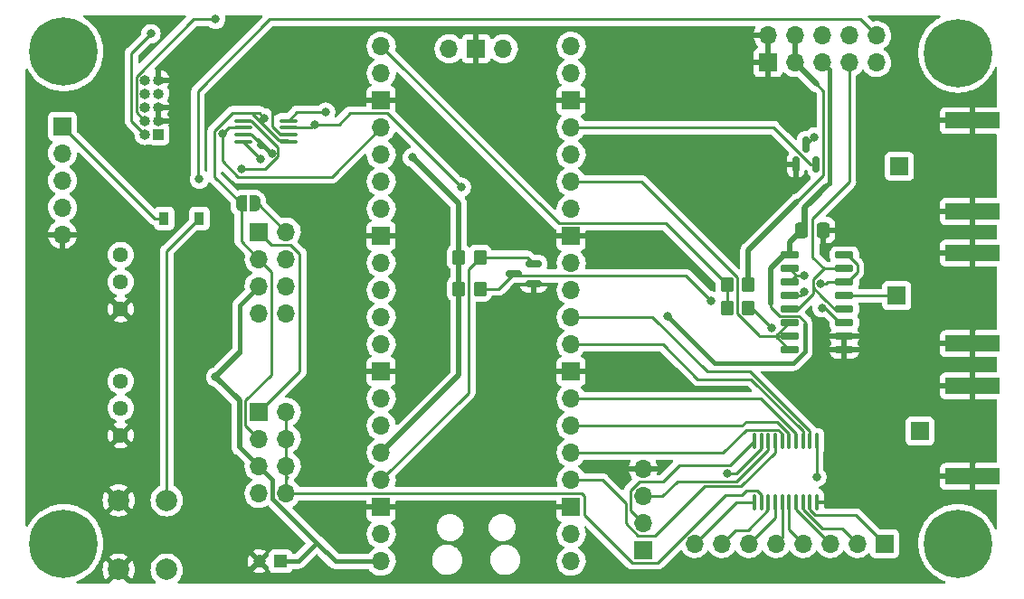
<source format=gbr>
%TF.GenerationSoftware,KiCad,Pcbnew,6.0.1*%
%TF.CreationDate,2022-02-28T04:04:16+01:00*%
%TF.ProjectId,glitcher,676c6974-6368-4657-922e-6b696361645f,4*%
%TF.SameCoordinates,Original*%
%TF.FileFunction,Copper,L2,Bot*%
%TF.FilePolarity,Positive*%
%FSLAX46Y46*%
G04 Gerber Fmt 4.6, Leading zero omitted, Abs format (unit mm)*
G04 Created by KiCad (PCBNEW 6.0.1) date 2022-02-28 04:04:16*
%MOMM*%
%LPD*%
G01*
G04 APERTURE LIST*
G04 Aperture macros list*
%AMRoundRect*
0 Rectangle with rounded corners*
0 $1 Rounding radius*
0 $2 $3 $4 $5 $6 $7 $8 $9 X,Y pos of 4 corners*
0 Add a 4 corners polygon primitive as box body*
4,1,4,$2,$3,$4,$5,$6,$7,$8,$9,$2,$3,0*
0 Add four circle primitives for the rounded corners*
1,1,$1+$1,$2,$3*
1,1,$1+$1,$4,$5*
1,1,$1+$1,$6,$7*
1,1,$1+$1,$8,$9*
0 Add four rect primitives between the rounded corners*
20,1,$1+$1,$2,$3,$4,$5,0*
20,1,$1+$1,$4,$5,$6,$7,0*
20,1,$1+$1,$6,$7,$8,$9,0*
20,1,$1+$1,$8,$9,$2,$3,0*%
%AMFreePoly0*
4,1,22,0.500000,-0.750000,0.000000,-0.750000,0.000000,-0.745033,-0.079941,-0.743568,-0.215256,-0.701293,-0.333266,-0.622738,-0.424486,-0.514219,-0.481581,-0.384460,-0.499164,-0.250000,-0.500000,-0.250000,-0.500000,0.250000,-0.499164,0.250000,-0.499963,0.256109,-0.478152,0.396186,-0.417904,0.524511,-0.324060,0.630769,-0.204165,0.706417,-0.067858,0.745374,0.000000,0.744959,0.000000,0.750000,
0.500000,0.750000,0.500000,-0.750000,0.500000,-0.750000,$1*%
%AMFreePoly1*
4,1,20,0.000000,0.744959,0.073905,0.744508,0.209726,0.703889,0.328688,0.626782,0.421226,0.519385,0.479903,0.390333,0.500000,0.250000,0.500000,-0.250000,0.499851,-0.262216,0.476331,-0.402017,0.414519,-0.529596,0.319384,-0.634700,0.198574,-0.708877,0.061801,-0.746166,0.000000,-0.745033,0.000000,-0.750000,-0.500000,-0.750000,-0.500000,0.750000,0.000000,0.750000,0.000000,0.744959,
0.000000,0.744959,$1*%
G04 Aperture macros list end*
%TA.AperFunction,SMDPad,CuDef*%
%ADD10R,5.080000X1.500000*%
%TD*%
%TA.AperFunction,ComponentPad*%
%ADD11C,0.800000*%
%TD*%
%TA.AperFunction,ComponentPad*%
%ADD12C,6.400000*%
%TD*%
%TA.AperFunction,ComponentPad*%
%ADD13R,1.700000X1.700000*%
%TD*%
%TA.AperFunction,ComponentPad*%
%ADD14O,1.700000X1.700000*%
%TD*%
%TA.AperFunction,ComponentPad*%
%ADD15C,1.440000*%
%TD*%
%TA.AperFunction,ComponentPad*%
%ADD16R,1.000000X1.000000*%
%TD*%
%TA.AperFunction,ComponentPad*%
%ADD17O,1.000000X1.000000*%
%TD*%
%TA.AperFunction,ComponentPad*%
%ADD18R,1.200000X1.200000*%
%TD*%
%TA.AperFunction,ComponentPad*%
%ADD19C,1.200000*%
%TD*%
%TA.AperFunction,ComponentPad*%
%ADD20C,2.000000*%
%TD*%
%TA.AperFunction,SMDPad,CuDef*%
%ADD21R,0.900000X1.200000*%
%TD*%
%TA.AperFunction,SMDPad,CuDef*%
%ADD22RoundRect,0.250000X-0.350000X-0.450000X0.350000X-0.450000X0.350000X0.450000X-0.350000X0.450000X0*%
%TD*%
%TA.AperFunction,SMDPad,CuDef*%
%ADD23FreePoly0,0.000000*%
%TD*%
%TA.AperFunction,SMDPad,CuDef*%
%ADD24FreePoly1,0.000000*%
%TD*%
%TA.AperFunction,SMDPad,CuDef*%
%ADD25RoundRect,0.150000X0.587500X0.150000X-0.587500X0.150000X-0.587500X-0.150000X0.587500X-0.150000X0*%
%TD*%
%TA.AperFunction,SMDPad,CuDef*%
%ADD26RoundRect,0.250000X0.337500X0.475000X-0.337500X0.475000X-0.337500X-0.475000X0.337500X-0.475000X0*%
%TD*%
%TA.AperFunction,SMDPad,CuDef*%
%ADD27RoundRect,0.100000X-0.100000X0.637500X-0.100000X-0.637500X0.100000X-0.637500X0.100000X0.637500X0*%
%TD*%
%TA.AperFunction,SMDPad,CuDef*%
%ADD28RoundRect,0.100000X-0.712500X-0.100000X0.712500X-0.100000X0.712500X0.100000X-0.712500X0.100000X0*%
%TD*%
%TA.AperFunction,SMDPad,CuDef*%
%ADD29RoundRect,0.150000X0.150000X-0.587500X0.150000X0.587500X-0.150000X0.587500X-0.150000X-0.587500X0*%
%TD*%
%TA.AperFunction,SMDPad,CuDef*%
%ADD30RoundRect,0.150000X0.725000X0.150000X-0.725000X0.150000X-0.725000X-0.150000X0.725000X-0.150000X0*%
%TD*%
%TA.AperFunction,ViaPad*%
%ADD31C,0.800000*%
%TD*%
%TA.AperFunction,Conductor*%
%ADD32C,0.250000*%
%TD*%
%TA.AperFunction,Conductor*%
%ADD33C,0.500000*%
%TD*%
%TA.AperFunction,Conductor*%
%ADD34C,0.400000*%
%TD*%
G04 APERTURE END LIST*
D10*
%TO.P,J206,2,Pin_2*%
%TO.N,GND*%
X159845000Y-83037000D03*
X159845000Y-91537000D03*
%TD*%
D11*
%TO.P,H3,1*%
%TO.N,N/C*%
X160896000Y-122682000D03*
X156798944Y-120984944D03*
X158496000Y-125082000D03*
X156798944Y-124379056D03*
X160193056Y-120984944D03*
X160193056Y-124379056D03*
X158496000Y-120282000D03*
D12*
X158496000Y-122682000D03*
D11*
X156096000Y-122682000D03*
%TD*%
D13*
%TO.P,JP300,1*%
%TO.N,VCC_EXT*%
X93091000Y-93472000D03*
D14*
%TO.P,JP300,2*%
%TO.N,DAC_HI*%
X93091000Y-96012000D03*
%TO.P,JP300,3*%
%TO.N,VBUS*%
X93091000Y-98552000D03*
%TO.P,JP300,4*%
%TO.N,+3V3*%
X93091000Y-101092000D03*
%TO.P,JP300,5*%
%TO.N,CB_VCC*%
X95631000Y-96012000D03*
X95631000Y-101092000D03*
X95631000Y-93472000D03*
X95631000Y-98552000D03*
%TD*%
D13*
%TO.P,J207,1,Pin_1*%
%TO.N,GND*%
X140721000Y-77602000D03*
D14*
%TO.P,J207,2,Pin_2*%
X140721000Y-75062000D03*
%TO.P,J207,3,Pin_3*%
%TO.N,+3V3*%
X143261000Y-77602000D03*
%TO.P,J207,4,Pin_4*%
X143261000Y-75062000D03*
%TO.P,J207,5,Pin_5*%
%TO.N,VBUS*%
X145801000Y-77602000D03*
%TO.P,J207,6,Pin_6*%
X145801000Y-75062000D03*
%TO.P,J207,7,Pin_7*%
%TO.N,DAC_HI*%
X148341000Y-77602000D03*
%TO.P,J207,8,Pin_8*%
X148341000Y-75062000D03*
%TO.P,J207,9,Pin_9*%
%TO.N,VCC_EXT*%
X150881000Y-77602000D03*
%TO.P,J207,10,Pin_10*%
X150881000Y-75062000D03*
%TD*%
D13*
%TO.P,J202,1,Pin_1*%
%TO.N,GLITCH_OUT*%
X152776000Y-99441000D03*
%TD*%
%TO.P,J200,1,Pin_1*%
%TO.N,Net-(J200-Pad1)*%
X151638000Y-122682000D03*
D14*
%TO.P,J200,2,Pin_2*%
%TO.N,Net-(J200-Pad2)*%
X149098000Y-122682000D03*
%TO.P,J200,3,Pin_3*%
%TO.N,Net-(J200-Pad3)*%
X146558000Y-122682000D03*
%TO.P,J200,4,Pin_4*%
%TO.N,Net-(J200-Pad4)*%
X144018000Y-122682000D03*
%TO.P,J200,5,Pin_5*%
%TO.N,Net-(J200-Pad5)*%
X141478000Y-122682000D03*
%TO.P,J200,6,Pin_6*%
%TO.N,Net-(J200-Pad6)*%
X138938000Y-122682000D03*
%TO.P,J200,7,Pin_7*%
%TO.N,Net-(J200-Pad7)*%
X136398000Y-122682000D03*
%TO.P,J200,8,Pin_8*%
%TO.N,Net-(J200-Pad8)*%
X133858000Y-122682000D03*
%TD*%
D13*
%TO.P,JP200,1*%
%TO.N,VCC_EXT*%
X93091000Y-110363000D03*
D14*
%TO.P,JP200,2*%
%TO.N,DAC_HI*%
X93091000Y-112903000D03*
%TO.P,JP200,3*%
%TO.N,VBUS*%
X93091000Y-115443000D03*
%TO.P,JP200,4*%
%TO.N,+3V3*%
X93091000Y-117983000D03*
%TO.P,JP200,5*%
%TO.N,/gpio/TAR_VCCIO*%
X95631000Y-115443000D03*
X95631000Y-112903000D03*
X95631000Y-110363000D03*
X95631000Y-117983000D03*
%TD*%
D15*
%TO.P,RV500,1,1*%
%TO.N,+3V3*%
X80137000Y-95631000D03*
%TO.P,RV500,2,2*%
%TO.N,ADC0*%
X80137000Y-98171000D03*
%TO.P,RV500,3,3*%
%TO.N,GND*%
X80137000Y-100711000D03*
%TD*%
D13*
%TO.P,J205,1,Pin_1*%
%TO.N,CROWBAR*%
X153030000Y-87317000D03*
%TD*%
D14*
%TO.P,U100,1,GPIO0*%
%TO.N,GPIO0*%
X122301000Y-124333000D03*
%TO.P,U100,2,GPIO1*%
%TO.N,GPIO1*%
X122301000Y-121793000D03*
D13*
%TO.P,U100,3,GND*%
%TO.N,GND*%
X122301000Y-119253000D03*
D14*
%TO.P,U100,4,GPIO2*%
%TO.N,GPIO2*%
X122301000Y-116713000D03*
%TO.P,U100,5,GPIO3*%
%TO.N,GPIO3*%
X122301000Y-114173000D03*
%TO.P,U100,6,GPIO4*%
%TO.N,GPIO4*%
X122301000Y-111633000D03*
%TO.P,U100,7,GPIO5*%
%TO.N,GPIO5*%
X122301000Y-109093000D03*
D13*
%TO.P,U100,8,GND*%
%TO.N,GND*%
X122301000Y-106553000D03*
D14*
%TO.P,U100,9,GPIO6*%
%TO.N,GPIO6*%
X122301000Y-104013000D03*
%TO.P,U100,10,GPIO7*%
%TO.N,GPIO7*%
X122301000Y-101473000D03*
%TO.P,U100,11,GPIO8*%
%TO.N,GPIO8*%
X122301000Y-98933000D03*
%TO.P,U100,12,GPIO9*%
%TO.N,GPIO9*%
X122301000Y-96393000D03*
D13*
%TO.P,U100,13,GND*%
%TO.N,GND*%
X122301000Y-93853000D03*
D14*
%TO.P,U100,14,GPIO10*%
%TO.N,TRIG_IN*%
X122301000Y-91313000D03*
%TO.P,U100,15,GPIO11*%
%TO.N,GLITCH_SIG*%
X122301000Y-88773000D03*
%TO.P,U100,16,GPIO12*%
%TO.N,CB1_G*%
X122301000Y-86233000D03*
%TO.P,U100,17,GPIO13*%
%TO.N,CB2_G*%
X122301000Y-83693000D03*
D13*
%TO.P,U100,18,GND*%
%TO.N,GND*%
X122301000Y-81153000D03*
D14*
%TO.P,U100,19,GPIO14*%
%TO.N,unconnected-(U100-Pad19)*%
X122301000Y-78613000D03*
%TO.P,U100,20,GPIO15*%
%TO.N,unconnected-(U100-Pad20)*%
X122301000Y-76073000D03*
%TO.P,U100,21,GPIO16*%
%TO.N,MAX_EN*%
X104521000Y-76073000D03*
%TO.P,U100,22,GPIO17*%
%TO.N,DAC_nL*%
X104521000Y-78613000D03*
D13*
%TO.P,U100,23,GND*%
%TO.N,GND*%
X104521000Y-81153000D03*
D14*
%TO.P,U100,24,GPIO18*%
%TO.N,DAC_CLK*%
X104521000Y-83693000D03*
%TO.P,U100,25,GPIO19*%
%TO.N,DAC_TX*%
X104521000Y-86233000D03*
%TO.P,U100,26,GPIO20*%
%TO.N,MAX_SW_A*%
X104521000Y-88773000D03*
%TO.P,U100,27,GPIO21*%
%TO.N,MAX_SW_B*%
X104521000Y-91313000D03*
D13*
%TO.P,U100,28,GND*%
%TO.N,GND*%
X104521000Y-93853000D03*
D14*
%TO.P,U100,29,GPIO22*%
%TO.N,GPIO_EN*%
X104521000Y-96393000D03*
%TO.P,U100,30,RUN*%
%TO.N,unconnected-(U100-Pad30)*%
X104521000Y-98933000D03*
%TO.P,U100,31,GPIO26_ADC0*%
%TO.N,ADC0*%
X104521000Y-101473000D03*
%TO.P,U100,32,GPIO27_ADC1*%
%TO.N,ADC1*%
X104521000Y-104013000D03*
D13*
%TO.P,U100,33,AGND*%
%TO.N,GND*%
X104521000Y-106553000D03*
D14*
%TO.P,U100,34,GPIO28_ADC2*%
%TO.N,ADC2*%
X104521000Y-109093000D03*
%TO.P,U100,35,ADC_VREF*%
%TO.N,+3.3VADC*%
X104521000Y-111633000D03*
%TO.P,U100,36,3V3*%
%TO.N,+3V3*%
X104521000Y-114173000D03*
%TO.P,U100,37,3V3_EN*%
%TO.N,~{EMERG_SHDN}*%
X104521000Y-116713000D03*
D13*
%TO.P,U100,38,GND*%
%TO.N,GND*%
X104521000Y-119253000D03*
D14*
%TO.P,U100,39,VSYS*%
%TO.N,unconnected-(U100-Pad39)*%
X104521000Y-121793000D03*
%TO.P,U100,40,VBUS*%
%TO.N,VBUS*%
X104521000Y-124333000D03*
%TO.P,U100,41,SWCLK*%
%TO.N,/controller/SWCLK*%
X115951000Y-76303000D03*
D13*
%TO.P,U100,42,GND*%
%TO.N,GND*%
X113411000Y-76303000D03*
D14*
%TO.P,U100,43,SWDIO*%
%TO.N,/controller/SWDIO*%
X110871000Y-76303000D03*
%TD*%
D16*
%TO.P,REF\u002A\u002A,1*%
%TO.N,+3V3*%
X83694000Y-84326000D03*
D17*
%TO.P,REF\u002A\u002A,2*%
%TO.N,/controller/SWDIO*%
X82424000Y-84326000D03*
%TO.P,REF\u002A\u002A,3*%
%TO.N,GND*%
X83694000Y-83056000D03*
%TO.P,REF\u002A\u002A,4*%
%TO.N,/controller/SWCLK*%
X82424000Y-83056000D03*
%TO.P,REF\u002A\u002A,5*%
%TO.N,GND*%
X83694000Y-81786000D03*
%TO.P,REF\u002A\u002A,6*%
%TO.N,unconnected-(J102-Pad6)*%
X82424000Y-81786000D03*
%TO.P,REF\u002A\u002A,7*%
%TO.N,unconnected-(J102-Pad7)*%
X83694000Y-80516000D03*
%TO.P,REF\u002A\u002A,8*%
%TO.N,unconnected-(J102-Pad8)*%
X82424000Y-80516000D03*
%TO.P,REF\u002A\u002A,9*%
%TO.N,GND*%
X83694000Y-79246000D03*
%TO.P,REF\u002A\u002A,10*%
%TO.N,Net-(D100-Pad1)*%
X82424000Y-79246000D03*
%TD*%
D15*
%TO.P,RV501,1,1*%
%TO.N,+3V3*%
X80137000Y-107457000D03*
%TO.P,RV501,2,2*%
%TO.N,ADC1*%
X80137000Y-109997000D03*
%TO.P,RV501,3,3*%
%TO.N,GND*%
X80137000Y-112537000D03*
%TD*%
D18*
%TO.P,C100,1*%
%TO.N,VBUS*%
X95123000Y-124333000D03*
D19*
%TO.P,C100,2*%
%TO.N,GND*%
X93123000Y-124333000D03*
%TD*%
D11*
%TO.P,H2,1*%
%TO.N,N/C*%
X156798944Y-78405056D03*
X156096000Y-76708000D03*
X158496000Y-79108000D03*
X158496000Y-74308000D03*
X160193056Y-78405056D03*
X160896000Y-76708000D03*
X160193056Y-75010944D03*
D12*
X158496000Y-76708000D03*
D11*
X156798944Y-75010944D03*
%TD*%
D13*
%TO.P,J201,1,Pin_1*%
%TO.N,TRIG_IN*%
X154940000Y-112141000D03*
%TD*%
D20*
%TO.P,SW1,1,1*%
%TO.N,~{EMERG_SHDN}*%
X84444400Y-125119200D03*
X84444400Y-118619200D03*
%TO.P,SW1,2,2*%
%TO.N,GND*%
X79944400Y-118619200D03*
X79944400Y-125119200D03*
%TD*%
D13*
%TO.P,J100,1,Pin_1*%
%TO.N,+3V3*%
X129032000Y-123307000D03*
D14*
%TO.P,J100,2,Pin_2*%
%TO.N,GPIO0*%
X129032000Y-120767000D03*
%TO.P,J100,3,Pin_3*%
%TO.N,GPIO1*%
X129032000Y-118227000D03*
%TO.P,J100,4,Pin_4*%
%TO.N,GND*%
X129032000Y-115687000D03*
%TD*%
D13*
%TO.P,J101,1,Pin_1*%
%TO.N,Net-(D100-Pad1)*%
X74676000Y-83566000D03*
D14*
%TO.P,J101,2,Pin_2*%
%TO.N,/controller/SWDIO*%
X74676000Y-86106000D03*
%TO.P,J101,3,Pin_3*%
%TO.N,/controller/SWCLK*%
X74676000Y-88646000D03*
%TO.P,J101,4,Pin_4*%
%TO.N,+3V3*%
X74676000Y-91186000D03*
%TO.P,J101,5,Pin_5*%
%TO.N,GND*%
X74676000Y-93726000D03*
%TD*%
D10*
%TO.P,J204,2,Pin_2*%
%TO.N,GND*%
X159888000Y-95445000D03*
X159888000Y-103945000D03*
%TD*%
%TO.P,J203,2,Pin_2*%
%TO.N,GND*%
X159888000Y-107891000D03*
X159888000Y-116391000D03*
%TD*%
D11*
%TO.P,H1,1*%
%TO.N,N/C*%
X74803000Y-78981000D03*
X73105944Y-74883944D03*
D12*
X74803000Y-76581000D03*
D11*
X74803000Y-74181000D03*
X73105944Y-78278056D03*
X77203000Y-76581000D03*
X76500056Y-78278056D03*
X72403000Y-76581000D03*
X76500056Y-74883944D03*
%TD*%
%TO.P,H4,1*%
%TO.N,N/C*%
X76500056Y-120984944D03*
D12*
X74803000Y-122682000D03*
D11*
X72403000Y-122682000D03*
X76500056Y-124379056D03*
X74803000Y-120282000D03*
X74803000Y-125082000D03*
X77203000Y-122682000D03*
X73105944Y-120984944D03*
X73105944Y-124379056D03*
%TD*%
D21*
%TO.P,D100,1,K*%
%TO.N,Net-(D100-Pad1)*%
X84202000Y-92202000D03*
%TO.P,D100,2,A*%
%TO.N,~{EMERG_SHDN}*%
X87502000Y-92202000D03*
%TD*%
D22*
%TO.P,R401,1*%
%TO.N,MAX_EN*%
X136893500Y-98425000D03*
%TO.P,R401,2*%
%TO.N,+3V3*%
X138893500Y-98425000D03*
%TD*%
D23*
%TO.P,JP500,1,A*%
%TO.N,DAC_HI*%
X91410000Y-90805000D03*
D24*
%TO.P,JP500,2,B*%
%TO.N,CB_VCC*%
X92710000Y-90805000D03*
%TD*%
D25*
%TO.P,Q1,1,G*%
%TO.N,~{EMERG_SHDN}*%
X118793500Y-96459000D03*
%TO.P,Q1,2,S*%
%TO.N,GND*%
X118793500Y-98359000D03*
%TO.P,Q1,3,D*%
%TO.N,EMERG_SHDN*%
X116918500Y-97409000D03*
%TD*%
D26*
%TO.P,C400,1*%
%TO.N,GND*%
X145919100Y-93319600D03*
%TO.P,C400,2*%
%TO.N,VBUS*%
X143844100Y-93319600D03*
%TD*%
D27*
%TO.P,U200,1,A1*%
%TO.N,GPIO0*%
X139442000Y-113088500D03*
%TO.P,U200,2,VCCA*%
%TO.N,+3V3*%
X140092000Y-113088500D03*
%TO.P,U200,3,A2*%
%TO.N,GPIO1*%
X140742000Y-113088500D03*
%TO.P,U200,4,A3*%
%TO.N,GPIO2*%
X141392000Y-113088500D03*
%TO.P,U200,5,A4*%
%TO.N,GPIO3*%
X142042000Y-113088500D03*
%TO.P,U200,6,A5*%
%TO.N,GPIO4*%
X142692000Y-113088500D03*
%TO.P,U200,7,A6*%
%TO.N,GPIO5*%
X143342000Y-113088500D03*
%TO.P,U200,8,A7*%
%TO.N,GPIO6*%
X143992000Y-113088500D03*
%TO.P,U200,9,A8*%
%TO.N,GPIO7*%
X144642000Y-113088500D03*
%TO.P,U200,10,OE*%
%TO.N,GPIO_EN*%
X145292000Y-113088500D03*
%TO.P,U200,11,GND*%
%TO.N,GND*%
X145292000Y-118813500D03*
%TO.P,U200,12,B8*%
%TO.N,Net-(J200-Pad1)*%
X144642000Y-118813500D03*
%TO.P,U200,13,B7*%
%TO.N,Net-(J200-Pad2)*%
X143992000Y-118813500D03*
%TO.P,U200,14,B6*%
%TO.N,Net-(J200-Pad3)*%
X143342000Y-118813500D03*
%TO.P,U200,15,B5*%
%TO.N,Net-(J200-Pad4)*%
X142692000Y-118813500D03*
%TO.P,U200,16,B4*%
%TO.N,Net-(J200-Pad5)*%
X142042000Y-118813500D03*
%TO.P,U200,17,B3*%
%TO.N,Net-(J200-Pad6)*%
X141392000Y-118813500D03*
%TO.P,U200,18,B2*%
%TO.N,Net-(J200-Pad7)*%
X140742000Y-118813500D03*
%TO.P,U200,19,VCCB*%
%TO.N,/gpio/TAR_VCCIO*%
X140092000Y-118813500D03*
%TO.P,U200,20,B1*%
%TO.N,Net-(J200-Pad8)*%
X139442000Y-118813500D03*
%TD*%
D22*
%TO.P,R2,1*%
%TO.N,+3V3*%
X111776000Y-98806000D03*
%TO.P,R2,2*%
%TO.N,EMERG_SHDN*%
X113776000Y-98806000D03*
%TD*%
%TO.P,R400,1*%
%TO.N,MAX_EN*%
X136893500Y-100623000D03*
%TO.P,R400,2*%
%TO.N,EMERG_SHDN*%
X138893500Y-100623000D03*
%TD*%
D28*
%TO.P,U401b,1,Vdd*%
%TO.N,VBUS*%
X91613500Y-85001819D03*
%TO.P,U401b,2,~{CS}*%
%TO.N,GND*%
X91613500Y-84351819D03*
%TO.P,U401b,3,SCK*%
%TO.N,DAC_CLK*%
X91613500Y-83701819D03*
%TO.P,U401b,4,SDI*%
%TO.N,DAC_TX*%
X91613500Y-83051819D03*
%TO.P,U401b,5,~{LDAC}*%
%TO.N,DAC_nL*%
X95838500Y-83051819D03*
%TO.P,U401b,6,VB*%
%TO.N,DAC_LO*%
X95838500Y-83701819D03*
%TO.P,U401b,7,Vss*%
%TO.N,GND*%
X95838500Y-84351819D03*
%TO.P,U401b,8,VA*%
%TO.N,DAC_HI*%
X95838500Y-85001819D03*
%TD*%
D29*
%TO.P,Q301,1,G*%
%TO.N,CB2_G*%
X145222000Y-87170500D03*
%TO.P,Q301,2,S*%
%TO.N,GND*%
X143322000Y-87170500D03*
%TO.P,Q301,3,D*%
%TO.N,CROWBAR*%
X144272000Y-85295500D03*
%TD*%
D30*
%TO.P,U400,1,Y1*%
%TO.N,DAC_LO*%
X147863000Y-95631000D03*
%TO.P,U400,2,Y0*%
%TO.N,DAC_HI*%
X147863000Y-96901000D03*
%TO.P,U400,3,Z1*%
%TO.N,DAC_LO*%
X147863000Y-98171000D03*
%TO.P,U400,4,Z*%
%TO.N,GLITCH_OUT*%
X147863000Y-99441000D03*
%TO.P,U400,5,Z0*%
%TO.N,DAC_HI*%
X147863000Y-100711000D03*
%TO.P,U400,6,Inh*%
%TO.N,EMERG_SHDN*%
X147863000Y-101981000D03*
%TO.P,U400,7,VEE*%
%TO.N,GND*%
X147863000Y-103251000D03*
%TO.P,U400,8,VSS*%
X147863000Y-104521000D03*
%TO.P,U400,9,C*%
%TO.N,GLITCH_SIG*%
X142713000Y-104521000D03*
%TO.P,U400,10,B*%
X142713000Y-103251000D03*
%TO.P,U400,11,A*%
X142713000Y-101981000D03*
%TO.P,U400,12,X0*%
%TO.N,DAC_HI*%
X142713000Y-100711000D03*
%TO.P,U400,13,X1*%
%TO.N,DAC_LO*%
X142713000Y-99441000D03*
%TO.P,U400,14,X*%
%TO.N,GLITCH_OUT*%
X142713000Y-98171000D03*
%TO.P,U400,15,Y*%
X142713000Y-96901000D03*
%TO.P,U400,16,VDD*%
%TO.N,VBUS*%
X142713000Y-95631000D03*
%TD*%
D22*
%TO.P,R1,1*%
%TO.N,+3V3*%
X111776000Y-95856000D03*
%TO.P,R1,2*%
%TO.N,~{EMERG_SHDN}*%
X113776000Y-95856000D03*
%TD*%
D31*
%TO.N,GND*%
X94361000Y-79883000D03*
X94284800Y-86106000D03*
X159893000Y-93472000D03*
X159893000Y-105918000D03*
X95250000Y-91313000D03*
X138938000Y-86487000D03*
X155829000Y-83058000D03*
X155829000Y-116332000D03*
%TO.N,+3V3*%
X107442000Y-86487000D03*
X136906000Y-116078000D03*
%TO.N,/controller/SWDIO*%
X82962511Y-74898489D03*
%TO.N,/controller/SWCLK*%
X89027000Y-73533000D03*
%TO.N,GLITCH_OUT*%
X144068800Y-97536000D03*
%TO.N,VCC_EXT*%
X87503000Y-88519000D03*
%TO.N,DAC_HI*%
X93599000Y-82804000D03*
%TO.N,GPIO_EN*%
X145288000Y-116459000D03*
%TO.N,DAC_nL*%
X99314000Y-82245200D03*
%TO.N,DAC_CLK*%
X89682260Y-84260559D03*
%TO.N,DAC_TX*%
X91440000Y-87582819D03*
%TO.N,EMERG_SHDN*%
X145796000Y-100584000D03*
X135382000Y-99949000D03*
X141097000Y-102489000D03*
%TO.N,DAC_LO*%
X98298000Y-83391819D03*
X144119600Y-99060000D03*
X112014000Y-89281000D03*
X145669000Y-98298000D03*
%TO.N,CROWBAR*%
X145034000Y-84582000D03*
%TO.N,VBUS*%
X89027000Y-107061000D03*
X93218000Y-86614000D03*
X131318000Y-101346000D03*
%TD*%
D32*
%TO.N,GND*%
X94361000Y-83637180D02*
X94361000Y-79883000D01*
X91613500Y-84351819D02*
X92376361Y-84351819D01*
X95075639Y-84351819D02*
X94361000Y-83637180D01*
X92376361Y-84351819D02*
X94107000Y-86082458D01*
X95838500Y-84351819D02*
X95075639Y-84351819D01*
%TO.N,+3V3*%
X137790361Y-116078000D02*
X136906000Y-116078000D01*
D33*
X107442000Y-86487000D02*
X111776000Y-90821000D01*
X111776000Y-106918000D02*
X104521000Y-114173000D01*
D32*
X140092000Y-113088500D02*
X140092000Y-113776361D01*
D33*
X143261000Y-77602000D02*
X145288000Y-79629000D01*
D32*
X111776000Y-98806000D02*
X111776000Y-106918000D01*
X143446500Y-90614500D02*
X145923000Y-88138000D01*
D33*
X111776000Y-90821000D02*
X111776000Y-95856000D01*
D32*
X145923000Y-88138000D02*
X145923000Y-80264000D01*
D33*
X138893500Y-95167500D02*
X138893500Y-98425000D01*
D32*
X145923000Y-80264000D02*
X145288000Y-79629000D01*
X111776000Y-98806000D02*
X111776000Y-95856000D01*
D33*
X111776000Y-95856000D02*
X111776000Y-106918000D01*
X143446500Y-90614500D02*
X138893500Y-95167500D01*
D32*
X140092000Y-113776361D02*
X137790361Y-116078000D01*
D33*
X143261000Y-75062000D02*
X143261000Y-77602000D01*
D32*
X143266000Y-77607000D02*
X143266000Y-75067000D01*
%TO.N,Net-(D100-Pad1)*%
X83312000Y-92202000D02*
X74676000Y-83566000D01*
X84202000Y-92202000D02*
X83312000Y-92202000D01*
%TO.N,GPIO0*%
X137177011Y-115353489D02*
X139442000Y-113088500D01*
X127857489Y-119592489D02*
X127857489Y-117709711D01*
X127857489Y-117709711D02*
X128676400Y-116890800D01*
X130860800Y-116890800D02*
X132398111Y-115353489D01*
X129032000Y-120767000D02*
X127857489Y-119592489D01*
X132398111Y-115353489D02*
X137177011Y-115353489D01*
X128676400Y-116890800D02*
X130860800Y-116890800D01*
%TO.N,GPIO1*%
X129032000Y-118227000D02*
X130825400Y-118227000D01*
X132212400Y-116840000D02*
X130825400Y-118227000D01*
X137769600Y-116840000D02*
X132212400Y-116840000D01*
X140742000Y-113867600D02*
X140742000Y-113088500D01*
X137769600Y-116840000D02*
X140742000Y-113867600D01*
%TO.N,/controller/SWDIO*%
X81149969Y-83051969D02*
X82424000Y-84326000D01*
X82962511Y-74898489D02*
X81149969Y-76711031D01*
X81149969Y-76711031D02*
X81149969Y-83051969D01*
%TO.N,/controller/SWCLK*%
X81599489Y-78904475D02*
X86970964Y-73533000D01*
X82424000Y-83056000D02*
X81599489Y-82231489D01*
X86970964Y-73533000D02*
X89027000Y-73533000D01*
X81599489Y-82231489D02*
X81599489Y-78904475D01*
%TO.N,Net-(J200-Pad1)*%
X145155639Y-120015000D02*
X148971000Y-120015000D01*
X148971000Y-120015000D02*
X151638000Y-122682000D01*
X144642000Y-119501361D02*
X145155639Y-120015000D01*
X144642000Y-118813500D02*
X144642000Y-119501361D01*
%TO.N,Net-(J200-Pad2)*%
X143992000Y-118813500D02*
X143992000Y-119501361D01*
X147701000Y-121285000D02*
X149098000Y-122682000D01*
X143992000Y-119501361D02*
X145775639Y-121285000D01*
X145775639Y-121285000D02*
X147701000Y-121285000D01*
%TO.N,GLITCH_OUT*%
X147863000Y-99441000D02*
X152776000Y-99441000D01*
X144068800Y-97536000D02*
X143348000Y-97536000D01*
X143348000Y-97536000D02*
X142713000Y-96901000D01*
X142713000Y-98171000D02*
X143348000Y-97536000D01*
%TO.N,Net-(J200-Pad3)*%
X146522639Y-122682000D02*
X143342000Y-119501361D01*
X146558000Y-122682000D02*
X146522639Y-122682000D01*
X143342000Y-119501361D02*
X143342000Y-118813500D01*
%TO.N,Net-(J200-Pad4)*%
X142692000Y-121356000D02*
X144018000Y-122682000D01*
X142692000Y-118813500D02*
X142692000Y-121356000D01*
%TO.N,Net-(J200-Pad5)*%
X142042000Y-122118000D02*
X141478000Y-122682000D01*
X142042000Y-118813500D02*
X142042000Y-122118000D01*
%TO.N,Net-(J200-Pad6)*%
X141392000Y-120228000D02*
X138938000Y-122682000D01*
X141392000Y-118813500D02*
X141392000Y-120228000D01*
%TO.N,VCC_EXT*%
X94265511Y-94646511D02*
X96043511Y-94646511D01*
X96043511Y-94646511D02*
X96901000Y-95504000D01*
X87503000Y-88519000D02*
X87376000Y-88392000D01*
X96901000Y-95504000D02*
X96901000Y-106553000D01*
X96901000Y-106553000D02*
X93091000Y-110363000D01*
X87376000Y-88392000D02*
X87376000Y-80264000D01*
X93091000Y-93472000D02*
X94265511Y-94646511D01*
X149377400Y-73558400D02*
X150881000Y-75062000D01*
X94081600Y-73558400D02*
X149377400Y-73558400D01*
X87376000Y-80264000D02*
X94081600Y-73558400D01*
%TO.N,DAC_HI*%
X93599000Y-82804000D02*
X93110500Y-82315500D01*
X94957181Y-84883361D02*
X92475500Y-82401680D01*
X91821000Y-109283978D02*
X91821000Y-111633000D01*
X92475500Y-82315500D02*
X90602705Y-82315500D01*
X144944489Y-99259725D02*
X144944489Y-98707875D01*
X144944489Y-97930311D02*
X145973800Y-96901000D01*
X94265511Y-106839467D02*
X91821000Y-109283978D01*
X91410000Y-90805000D02*
X91410000Y-94331000D01*
X95720042Y-84883361D02*
X95838500Y-85001819D01*
X145973800Y-96901000D02*
X147863000Y-96901000D01*
X94957181Y-84883361D02*
X95720042Y-84883361D01*
X143493214Y-100711000D02*
X144944489Y-99259725D01*
X88900000Y-84018205D02*
X88900000Y-88295000D01*
X93091000Y-96012000D02*
X94265511Y-97186511D01*
X145973800Y-96901000D02*
X144907000Y-95834200D01*
X144944489Y-98707875D02*
X144944489Y-97930311D01*
X92475500Y-82401680D02*
X92475500Y-82315500D01*
X144907000Y-95834200D02*
X144907000Y-92202000D01*
X94265511Y-97186511D02*
X94265511Y-106839467D01*
X146947614Y-100711000D02*
X146054307Y-99817693D01*
X93110500Y-82315500D02*
X92475500Y-82315500D01*
X91821000Y-111633000D02*
X93091000Y-112903000D01*
X148341000Y-88768000D02*
X148341000Y-77602000D01*
X147863000Y-100711000D02*
X146947614Y-100711000D01*
X146054307Y-99817693D02*
X145749507Y-99512893D01*
X88900000Y-88295000D02*
X91410000Y-90805000D01*
X145749507Y-99512893D02*
X144944489Y-98707875D01*
X90602705Y-82315500D02*
X88900000Y-84018205D01*
X144907000Y-92202000D02*
X148341000Y-88768000D01*
X91410000Y-94331000D02*
X93091000Y-96012000D01*
X142713000Y-100711000D02*
X143493214Y-100711000D01*
%TO.N,CB2_G*%
X144730572Y-87170500D02*
X141253072Y-83693000D01*
X141253072Y-83693000D02*
X122301000Y-83693000D01*
X145222000Y-87170500D02*
X144730572Y-87170500D01*
%TO.N,GPIO_EN*%
X145288000Y-115951000D02*
X145292000Y-115947000D01*
X145292000Y-113088500D02*
X145292000Y-115947000D01*
X145288000Y-116459000D02*
X145288000Y-115951000D01*
%TO.N,MAX_EN*%
X131159489Y-92678489D02*
X121126489Y-92678489D01*
X136893500Y-100623000D02*
X136893500Y-98425000D01*
X136893500Y-98425000D02*
X136893500Y-98412500D01*
X136893500Y-98412500D02*
X131159489Y-92678489D01*
X121126489Y-92678489D02*
X104521000Y-76073000D01*
X136893500Y-100623000D02*
X136818000Y-100623000D01*
%TO.N,GPIO2*%
X127407969Y-120803979D02*
X127407969Y-118898252D01*
X130178889Y-121941511D02*
X128545501Y-121941511D01*
X125222717Y-116713000D02*
X122301000Y-116713000D01*
X141392000Y-113088500D02*
X141392000Y-114132000D01*
X134797800Y-117322600D02*
X130178889Y-121941511D01*
X128545501Y-121941511D02*
X127407969Y-120803979D01*
X138201400Y-117322600D02*
X134797800Y-117322600D01*
X127407969Y-118898252D02*
X125222717Y-116713000D01*
X141392000Y-114132000D02*
X138201400Y-117322600D01*
%TO.N,GPIO3*%
X138671520Y-112026480D02*
X141667841Y-112026480D01*
X122301000Y-114173000D02*
X136525000Y-114173000D01*
X142042000Y-112400639D02*
X142042000Y-113088500D01*
X136525000Y-114173000D02*
X138671520Y-112026480D01*
X141667841Y-112026480D02*
X142042000Y-112400639D01*
%TO.N,GPIO4*%
X138684000Y-111252000D02*
X138303000Y-111633000D01*
X138303000Y-111633000D02*
X122301000Y-111633000D01*
X142692000Y-113088500D02*
X142692000Y-112400639D01*
X142692000Y-112400639D02*
X141543360Y-111252000D01*
X141543360Y-111252000D02*
X138684000Y-111252000D01*
%TO.N,GPIO5*%
X140034362Y-109093000D02*
X140819681Y-109878319D01*
X122301000Y-109093000D02*
X140034362Y-109093000D01*
X143342000Y-113088500D02*
X143342000Y-112400639D01*
X143342000Y-112400639D02*
X140819681Y-109878319D01*
%TO.N,GPIO6*%
X130902320Y-104013000D02*
X134158160Y-107268840D01*
X122301000Y-104013000D02*
X130902320Y-104013000D01*
X139111160Y-107268840D02*
X143992000Y-112149679D01*
X143992000Y-112149679D02*
X143992000Y-113088500D01*
X134158160Y-107268840D02*
X139111160Y-107268840D01*
%TO.N,GLITCH_SIG*%
X128853993Y-88773000D02*
X122301000Y-88773000D01*
X141503400Y-103311400D02*
X142713000Y-104521000D01*
X139842603Y-103184597D02*
X139909006Y-103251000D01*
X139842603Y-103184597D02*
X137818020Y-101160013D01*
X137818020Y-97737027D02*
X128853993Y-88773000D01*
X141503400Y-103251000D02*
X141503400Y-103311400D01*
X141503400Y-103251000D02*
X142713000Y-103251000D01*
X141503400Y-103251000D02*
X141503400Y-103190600D01*
X139909006Y-103251000D02*
X141503400Y-103251000D01*
X137818020Y-101160013D02*
X137818020Y-97737027D01*
X141503400Y-103190600D02*
X142713000Y-101981000D01*
%TO.N,GPIO7*%
X144642000Y-112163961D02*
X144642000Y-113088500D01*
X122301000Y-101473000D02*
X129921000Y-101473000D01*
X139048019Y-106569981D02*
X144642000Y-112163961D01*
X135017981Y-106569981D02*
X139048019Y-106569981D01*
X129921000Y-101473000D02*
X135017981Y-106569981D01*
%TO.N,DAC_nL*%
X99314000Y-82248819D02*
X96641500Y-82248819D01*
X96641500Y-82248819D02*
X95838500Y-83051819D01*
%TO.N,DAC_CLK*%
X90241000Y-83701819D02*
X91613500Y-83701819D01*
X89662000Y-84280819D02*
X90241000Y-83701819D01*
X91139897Y-88307330D02*
X99906670Y-88307330D01*
X89682260Y-86849693D02*
X89682260Y-84260559D01*
X99906670Y-88307330D02*
X104521000Y-83693000D01*
X91139897Y-88307330D02*
X89682260Y-86849693D01*
%TO.N,DAC_TX*%
X94831511Y-85506969D02*
X92376361Y-83051819D01*
X94831511Y-86382561D02*
X94831511Y-85506969D01*
X91440000Y-87582819D02*
X93631253Y-87582819D01*
X93631253Y-87582819D02*
X94831511Y-86382561D01*
X92376361Y-83051819D02*
X91613500Y-83051819D01*
%TO.N,EMERG_SHDN*%
X113776000Y-98806000D02*
X115521500Y-98806000D01*
X145796000Y-100584000D02*
X146050000Y-100584000D01*
X139231000Y-100623000D02*
X141097000Y-102489000D01*
X133000511Y-97567511D02*
X117077011Y-97567511D01*
X138893500Y-100623000D02*
X139231000Y-100623000D01*
X146050000Y-100584000D02*
X147447000Y-101981000D01*
X115521500Y-98806000D02*
X116918500Y-97409000D01*
X147447000Y-101981000D02*
X147863000Y-101981000D01*
X135382000Y-99949000D02*
X133000511Y-97567511D01*
X117077011Y-97567511D02*
X116918500Y-97409000D01*
%TO.N,~{EMERG_SHDN}*%
X104521000Y-116713000D02*
X112700520Y-108533480D01*
X84444400Y-95259600D02*
X87502000Y-92202000D01*
X112700520Y-96931480D02*
X113776000Y-95856000D01*
X112700520Y-108533480D02*
X112700520Y-96931480D01*
X118190500Y-95856000D02*
X118793500Y-96459000D01*
X113776000Y-95856000D02*
X118190500Y-95856000D01*
X84444400Y-118619200D02*
X84444400Y-95259600D01*
%TO.N,Net-(J200-Pad7)*%
X138831361Y-121412000D02*
X137668000Y-121412000D01*
X140742000Y-118813500D02*
X140742000Y-119501361D01*
X140742000Y-119501361D02*
X138831361Y-121412000D01*
X137668000Y-121412000D02*
X136398000Y-122682000D01*
%TO.N,DAC_LO*%
X146304000Y-98171000D02*
X146177000Y-98298000D01*
X100567203Y-83391819D02*
X101631511Y-82327511D01*
X149062520Y-97247552D02*
X149062520Y-96554448D01*
X97988000Y-83701819D02*
X98298000Y-83391819D01*
X147863000Y-98171000D02*
X146304000Y-98171000D01*
X148139072Y-98171000D02*
X149062520Y-97247552D01*
X143738600Y-99441000D02*
X144119600Y-99060000D01*
X149062520Y-96554448D02*
X148139072Y-95631000D01*
X145669000Y-98298000D02*
X146177000Y-98298000D01*
X147863000Y-98171000D02*
X148139072Y-98171000D01*
X105060511Y-82327511D02*
X101631511Y-82327511D01*
X112014000Y-89281000D02*
X105060511Y-82327511D01*
X142713000Y-99441000D02*
X143738600Y-99441000D01*
X95838500Y-83701819D02*
X97988000Y-83701819D01*
X98298000Y-83391819D02*
X100567203Y-83391819D01*
X148139072Y-95631000D02*
X147863000Y-95631000D01*
%TO.N,CROWBAR*%
X145034000Y-84582000D02*
X144985500Y-84582000D01*
X144985500Y-84582000D02*
X144272000Y-85295500D01*
X144680700Y-84886800D02*
X144272000Y-85295500D01*
%TO.N,/gpio/TAR_VCCIO*%
X123317000Y-117983000D02*
X95631000Y-117983000D01*
X138277600Y-118160800D02*
X136718190Y-118160800D01*
X140092000Y-118125639D02*
X139695361Y-117729000D01*
X130397479Y-124481511D02*
X128037511Y-124481511D01*
X138709400Y-117729000D02*
X138277600Y-118160800D01*
X136718190Y-118160800D02*
X130397479Y-124481511D01*
X95631000Y-116586000D02*
X95631000Y-117983000D01*
X123571000Y-120015000D02*
X123571000Y-118237000D01*
X95631000Y-110363000D02*
X95631000Y-116586000D01*
X123571000Y-118237000D02*
X123317000Y-117983000D01*
X128037511Y-124481511D02*
X123571000Y-120015000D01*
X95758000Y-116459000D02*
X95631000Y-116586000D01*
X139695361Y-117729000D02*
X138709400Y-117729000D01*
X140092000Y-118813500D02*
X140092000Y-118125639D01*
%TO.N,Net-(J200-Pad8)*%
X137726500Y-118813500D02*
X133858000Y-122682000D01*
X139442000Y-118813500D02*
X137726500Y-118813500D01*
D33*
%TO.N,VBUS*%
X89027000Y-107061000D02*
X91296480Y-104791520D01*
D34*
X146447520Y-88916520D02*
X146447520Y-78248520D01*
X135763000Y-105791000D02*
X131318000Y-101346000D01*
X146447520Y-78248520D02*
X145801000Y-77602000D01*
X93091000Y-115443000D02*
X91296480Y-113648480D01*
X146320520Y-89043520D02*
X146447520Y-88916520D01*
X96774000Y-124333000D02*
X97917000Y-123190000D01*
D32*
X140970000Y-100228400D02*
X140970000Y-100514072D01*
D34*
X98493962Y-122613038D02*
X97917000Y-123190000D01*
D33*
X142713000Y-95631000D02*
X142260151Y-95631000D01*
D34*
X104521000Y-124333000D02*
X100213924Y-124333000D01*
X144191569Y-91172471D02*
X144923520Y-90440520D01*
D32*
X144191569Y-101913497D02*
X144191569Y-102154569D01*
D33*
X142713000Y-94450700D02*
X143844100Y-93319600D01*
D34*
X143095138Y-105791000D02*
X135763000Y-105791000D01*
D33*
X91246480Y-113598480D02*
X91296480Y-113648480D01*
D32*
X93218000Y-86606319D02*
X91613500Y-85001819D01*
D34*
X95123000Y-124333000D02*
X96774000Y-124333000D01*
X91296480Y-100346520D02*
X93091000Y-98552000D01*
X144191569Y-102154569D02*
X144191569Y-104694569D01*
X91296480Y-104791520D02*
X91296480Y-100346520D01*
D32*
X141812408Y-101356480D02*
X143634552Y-101356480D01*
X93218000Y-86614000D02*
X93218000Y-86606319D01*
D33*
X144146019Y-93017681D02*
X144146019Y-91218021D01*
D34*
X144191569Y-91520431D02*
X144191569Y-91172471D01*
D33*
X140970000Y-96921151D02*
X140970000Y-100228400D01*
X144146019Y-91218021D02*
X146155420Y-89208620D01*
X91246480Y-109280480D02*
X91246480Y-113598480D01*
D34*
X146155420Y-89208620D02*
X146320520Y-89043520D01*
D33*
X89027000Y-107061000D02*
X91246480Y-109280480D01*
D34*
X98493962Y-122613038D02*
X94340511Y-118459587D01*
D32*
X140970000Y-100514072D02*
X141812408Y-101356480D01*
D33*
X142260151Y-95631000D02*
X140970000Y-96921151D01*
D34*
X144191569Y-104694569D02*
X143095138Y-105791000D01*
X144191569Y-102154569D02*
X144191569Y-102501707D01*
D33*
X144191569Y-92972131D02*
X143844100Y-93319600D01*
D34*
X94340511Y-118459587D02*
X94340511Y-116692511D01*
X94340511Y-116692511D02*
X93091000Y-115443000D01*
X144923520Y-90440520D02*
X146155420Y-89208620D01*
X100213924Y-124333000D02*
X98493962Y-122613038D01*
D33*
X144191569Y-91520431D02*
X144191569Y-92972131D01*
X142713000Y-95631000D02*
X142713000Y-94450700D01*
X143844100Y-93319600D02*
X144146019Y-93017681D01*
D32*
X143634552Y-101356480D02*
X144191569Y-101913497D01*
%TO.N,CB_VCC*%
X92710000Y-90805000D02*
X92964000Y-90805000D01*
X92964000Y-90805000D02*
X95631000Y-93472000D01*
%TD*%
%TA.AperFunction,Conductor*%
%TO.N,GND*%
G36*
X86219991Y-73172002D02*
G01*
X86266484Y-73225658D01*
X86276588Y-73295932D01*
X86247094Y-73360512D01*
X86240965Y-73367095D01*
X81998564Y-77609495D01*
X81936252Y-77643521D01*
X81865436Y-77638456D01*
X81808601Y-77595909D01*
X81783790Y-77529389D01*
X81783469Y-77520400D01*
X81783469Y-77025625D01*
X81803471Y-76957504D01*
X81820374Y-76936530D01*
X82913010Y-75843894D01*
X82975322Y-75809868D01*
X83002105Y-75806989D01*
X83057998Y-75806989D01*
X83064450Y-75805617D01*
X83064455Y-75805617D01*
X83151398Y-75787136D01*
X83244799Y-75767283D01*
X83252000Y-75764077D01*
X83413233Y-75692292D01*
X83413235Y-75692291D01*
X83419263Y-75689607D01*
X83573764Y-75577355D01*
X83578186Y-75572444D01*
X83697132Y-75440341D01*
X83697133Y-75440340D01*
X83701551Y-75435433D01*
X83789192Y-75283635D01*
X83793734Y-75275768D01*
X83793735Y-75275767D01*
X83797038Y-75270045D01*
X83856053Y-75088417D01*
X83856952Y-75079870D01*
X83875325Y-74905054D01*
X83876015Y-74898489D01*
X83870343Y-74844522D01*
X83856743Y-74715124D01*
X83856743Y-74715122D01*
X83856053Y-74708561D01*
X83797038Y-74526933D01*
X83701551Y-74361545D01*
X83573764Y-74219623D01*
X83419263Y-74107371D01*
X83413235Y-74104687D01*
X83413233Y-74104686D01*
X83250830Y-74032380D01*
X83250829Y-74032380D01*
X83244799Y-74029695D01*
X83151398Y-74009842D01*
X83064455Y-73991361D01*
X83064450Y-73991361D01*
X83057998Y-73989989D01*
X82867024Y-73989989D01*
X82860572Y-73991361D01*
X82860567Y-73991361D01*
X82773624Y-74009842D01*
X82680223Y-74029695D01*
X82674193Y-74032380D01*
X82674192Y-74032380D01*
X82511789Y-74104686D01*
X82511787Y-74104687D01*
X82505759Y-74107371D01*
X82351258Y-74219623D01*
X82223471Y-74361545D01*
X82127984Y-74526933D01*
X82068969Y-74708561D01*
X82068279Y-74715122D01*
X82068279Y-74715124D01*
X82065440Y-74742139D01*
X82053668Y-74854147D01*
X82051604Y-74873781D01*
X82024591Y-74939438D01*
X82015389Y-74949706D01*
X80757716Y-76207379D01*
X80749430Y-76214919D01*
X80742951Y-76219031D01*
X80737526Y-76224808D01*
X80696326Y-76268682D01*
X80693571Y-76271524D01*
X80673834Y-76291261D01*
X80671354Y-76294458D01*
X80663651Y-76303478D01*
X80633383Y-76335710D01*
X80629564Y-76342656D01*
X80629562Y-76342659D01*
X80623621Y-76353465D01*
X80612770Y-76369984D01*
X80600355Y-76385990D01*
X80597210Y-76393259D01*
X80597207Y-76393263D01*
X80582795Y-76426568D01*
X80577578Y-76437218D01*
X80556274Y-76475971D01*
X80554303Y-76483646D01*
X80554303Y-76483647D01*
X80551236Y-76495593D01*
X80544832Y-76514297D01*
X80536788Y-76532886D01*
X80535549Y-76540709D01*
X80535546Y-76540719D01*
X80529870Y-76576555D01*
X80527464Y-76588175D01*
X80522152Y-76608867D01*
X80516469Y-76631001D01*
X80516469Y-76651255D01*
X80514918Y-76670965D01*
X80511749Y-76690974D01*
X80512495Y-76698866D01*
X80515910Y-76734992D01*
X80516469Y-76746850D01*
X80516469Y-82973202D01*
X80515942Y-82984385D01*
X80514267Y-82991878D01*
X80514516Y-82999804D01*
X80514516Y-82999805D01*
X80516407Y-83059955D01*
X80516469Y-83063914D01*
X80516469Y-83091825D01*
X80516966Y-83095759D01*
X80516966Y-83095760D01*
X80516974Y-83095825D01*
X80517907Y-83107662D01*
X80519296Y-83151858D01*
X80523594Y-83166652D01*
X80524947Y-83171308D01*
X80528956Y-83190669D01*
X80531495Y-83210766D01*
X80534414Y-83218137D01*
X80534414Y-83218139D01*
X80547773Y-83251881D01*
X80551618Y-83263111D01*
X80561424Y-83296865D01*
X80563951Y-83305562D01*
X80567984Y-83312381D01*
X80567986Y-83312386D01*
X80574262Y-83322997D01*
X80582957Y-83340745D01*
X80590417Y-83359586D01*
X80595079Y-83366002D01*
X80595079Y-83366003D01*
X80616405Y-83395356D01*
X80622921Y-83405276D01*
X80639074Y-83432588D01*
X80645427Y-83443331D01*
X80659748Y-83457652D01*
X80672588Y-83472685D01*
X80684497Y-83489076D01*
X80690601Y-83494126D01*
X80690606Y-83494131D01*
X80718567Y-83517262D01*
X80727348Y-83525252D01*
X81378252Y-84176157D01*
X81412277Y-84238469D01*
X81414371Y-84279295D01*
X81410719Y-84311851D01*
X81411949Y-84326500D01*
X81425472Y-84487543D01*
X81427268Y-84508934D01*
X81428967Y-84514858D01*
X81473522Y-84670240D01*
X81481783Y-84699050D01*
X81484602Y-84704535D01*
X81563394Y-84857846D01*
X81572187Y-84874956D01*
X81695035Y-85029953D01*
X81699728Y-85033947D01*
X81699729Y-85033948D01*
X81831145Y-85145791D01*
X81845650Y-85158136D01*
X82018294Y-85254624D01*
X82206392Y-85315740D01*
X82402777Y-85339158D01*
X82408912Y-85338686D01*
X82408914Y-85338686D01*
X82593830Y-85324457D01*
X82593834Y-85324456D01*
X82599972Y-85323984D01*
X82790463Y-85270798D01*
X82795959Y-85268022D01*
X82795961Y-85268021D01*
X82809716Y-85261073D01*
X82879538Y-85248214D01*
X82931368Y-85268514D01*
X82932240Y-85266921D01*
X82940109Y-85271229D01*
X82947295Y-85276615D01*
X83083684Y-85327745D01*
X83145866Y-85334500D01*
X84242134Y-85334500D01*
X84304316Y-85327745D01*
X84440705Y-85276615D01*
X84557261Y-85189261D01*
X84644615Y-85072705D01*
X84695745Y-84936316D01*
X84702500Y-84874134D01*
X84702500Y-83777866D01*
X84695745Y-83715684D01*
X84644615Y-83579295D01*
X84639229Y-83572108D01*
X84634921Y-83564240D01*
X84636789Y-83563217D01*
X84616139Y-83507945D01*
X84622255Y-83459117D01*
X84666142Y-83327189D01*
X84666643Y-83313097D01*
X84660454Y-83310000D01*
X83566000Y-83310000D01*
X83497879Y-83289998D01*
X83451386Y-83236342D01*
X83440000Y-83184000D01*
X83440000Y-82783885D01*
X83948000Y-82783885D01*
X83952475Y-82799124D01*
X83953865Y-82800329D01*
X83961548Y-82802000D01*
X84652183Y-82802000D01*
X84665714Y-82798027D01*
X84666806Y-82790433D01*
X84632231Y-82675919D01*
X84627560Y-82664586D01*
X84540538Y-82500920D01*
X84533124Y-82489760D01*
X84512088Y-82421951D01*
X84528517Y-82357797D01*
X84616262Y-82203337D01*
X84621256Y-82192121D01*
X84666142Y-82057190D01*
X84666643Y-82043097D01*
X84660454Y-82040000D01*
X83966115Y-82040000D01*
X83950876Y-82044475D01*
X83949671Y-82045865D01*
X83948000Y-82053548D01*
X83948000Y-82783885D01*
X83440000Y-82783885D01*
X83440000Y-81658000D01*
X83460002Y-81589879D01*
X83513658Y-81543386D01*
X83566000Y-81532000D01*
X84652183Y-81532000D01*
X84665714Y-81528027D01*
X84666806Y-81520433D01*
X84632231Y-81405919D01*
X84627560Y-81394586D01*
X84540537Y-81230918D01*
X84533435Y-81220228D01*
X84512398Y-81152420D01*
X84528827Y-81088264D01*
X84616723Y-80933542D01*
X84616725Y-80933537D01*
X84619769Y-80928179D01*
X84682197Y-80740513D01*
X84706985Y-80544295D01*
X84707380Y-80516000D01*
X84688080Y-80319167D01*
X84682239Y-80299819D01*
X84655900Y-80212583D01*
X84630916Y-80129831D01*
X84538066Y-79955204D01*
X84534170Y-79950427D01*
X84533404Y-79949274D01*
X84512366Y-79881466D01*
X84528795Y-79817308D01*
X84616262Y-79663337D01*
X84621256Y-79652121D01*
X84666142Y-79517190D01*
X84666643Y-79503097D01*
X84660454Y-79500000D01*
X83566000Y-79500000D01*
X83497879Y-79479998D01*
X83451386Y-79426342D01*
X83440000Y-79374000D01*
X83440000Y-78973885D01*
X83948000Y-78973885D01*
X83952475Y-78989124D01*
X83953865Y-78990329D01*
X83961548Y-78992000D01*
X84652183Y-78992000D01*
X84665714Y-78988027D01*
X84666806Y-78980433D01*
X84632231Y-78865919D01*
X84627560Y-78854586D01*
X84540540Y-78690923D01*
X84533751Y-78680706D01*
X84416603Y-78537067D01*
X84407959Y-78528363D01*
X84265144Y-78410216D01*
X84254973Y-78403356D01*
X84091924Y-78315196D01*
X84080619Y-78310444D01*
X83965308Y-78274750D01*
X83951205Y-78274544D01*
X83948000Y-78281299D01*
X83948000Y-78973885D01*
X83440000Y-78973885D01*
X83440000Y-78288076D01*
X83436027Y-78274545D01*
X83413533Y-78271311D01*
X83348952Y-78241818D01*
X83310569Y-78182092D01*
X83310569Y-78111095D01*
X83342370Y-78057499D01*
X87196464Y-74203405D01*
X87258776Y-74169379D01*
X87285559Y-74166500D01*
X88318800Y-74166500D01*
X88386921Y-74186502D01*
X88406147Y-74202843D01*
X88406420Y-74202540D01*
X88411332Y-74206963D01*
X88415747Y-74211866D01*
X88570248Y-74324118D01*
X88576276Y-74326802D01*
X88576278Y-74326803D01*
X88730901Y-74395645D01*
X88744712Y-74401794D01*
X88829527Y-74419822D01*
X88925056Y-74440128D01*
X88925061Y-74440128D01*
X88931513Y-74441500D01*
X89122487Y-74441500D01*
X89128939Y-74440128D01*
X89128944Y-74440128D01*
X89224473Y-74419822D01*
X89309288Y-74401794D01*
X89323099Y-74395645D01*
X89477722Y-74326803D01*
X89477724Y-74326802D01*
X89483752Y-74324118D01*
X89638253Y-74211866D01*
X89653638Y-74194779D01*
X89761621Y-74074852D01*
X89761622Y-74074851D01*
X89766040Y-74069944D01*
X89861527Y-73904556D01*
X89920542Y-73722928D01*
X89922438Y-73704894D01*
X89939814Y-73539565D01*
X89940504Y-73533000D01*
X89920542Y-73343072D01*
X89912050Y-73316936D01*
X89910023Y-73245968D01*
X89946685Y-73185170D01*
X90010398Y-73153845D01*
X90031883Y-73152000D01*
X93287905Y-73152000D01*
X93356026Y-73172002D01*
X93402519Y-73225658D01*
X93412623Y-73295932D01*
X93383129Y-73360512D01*
X93377000Y-73367095D01*
X86983747Y-79760348D01*
X86975461Y-79767888D01*
X86968982Y-79772000D01*
X86963557Y-79777777D01*
X86922357Y-79821651D01*
X86919602Y-79824493D01*
X86899865Y-79844230D01*
X86897385Y-79847427D01*
X86889682Y-79856447D01*
X86859414Y-79888679D01*
X86855595Y-79895625D01*
X86855593Y-79895628D01*
X86849652Y-79906434D01*
X86838801Y-79922953D01*
X86826386Y-79938959D01*
X86823241Y-79946228D01*
X86823238Y-79946232D01*
X86808826Y-79979537D01*
X86803609Y-79990187D01*
X86782305Y-80028940D01*
X86780334Y-80036615D01*
X86780334Y-80036616D01*
X86777267Y-80048562D01*
X86770863Y-80067266D01*
X86762819Y-80085855D01*
X86761580Y-80093678D01*
X86761577Y-80093688D01*
X86755901Y-80129524D01*
X86753495Y-80141144D01*
X86742500Y-80183970D01*
X86742500Y-80204224D01*
X86740949Y-80223934D01*
X86737780Y-80243943D01*
X86740645Y-80274246D01*
X86741941Y-80287961D01*
X86742500Y-80299819D01*
X86742500Y-87985465D01*
X86725619Y-88048465D01*
X86675785Y-88134780D01*
X86668473Y-88147444D01*
X86609458Y-88329072D01*
X86608768Y-88335633D01*
X86608768Y-88335635D01*
X86596390Y-88453405D01*
X86589496Y-88519000D01*
X86590186Y-88525565D01*
X86605945Y-88675500D01*
X86609458Y-88708928D01*
X86668473Y-88890556D01*
X86671776Y-88896278D01*
X86671777Y-88896279D01*
X86698394Y-88942381D01*
X86763960Y-89055944D01*
X86768378Y-89060851D01*
X86768379Y-89060852D01*
X86885179Y-89190572D01*
X86891747Y-89197866D01*
X86971526Y-89255829D01*
X87015207Y-89287565D01*
X87046248Y-89310118D01*
X87052276Y-89312802D01*
X87052278Y-89312803D01*
X87140939Y-89352277D01*
X87220712Y-89387794D01*
X87308716Y-89406500D01*
X87401056Y-89426128D01*
X87401061Y-89426128D01*
X87407513Y-89427500D01*
X87598487Y-89427500D01*
X87604939Y-89426128D01*
X87604944Y-89426128D01*
X87697284Y-89406500D01*
X87785288Y-89387794D01*
X87865061Y-89352277D01*
X87953722Y-89312803D01*
X87953724Y-89312802D01*
X87959752Y-89310118D01*
X87990794Y-89287565D01*
X88034474Y-89255829D01*
X88114253Y-89197866D01*
X88120821Y-89190572D01*
X88237621Y-89060852D01*
X88237622Y-89060851D01*
X88242040Y-89055944D01*
X88307606Y-88942381D01*
X88334223Y-88896279D01*
X88334224Y-88896278D01*
X88337527Y-88890556D01*
X88339569Y-88884271D01*
X88342253Y-88878243D01*
X88344454Y-88879223D01*
X88378344Y-88829658D01*
X88443740Y-88802021D01*
X88513697Y-88814126D01*
X88547200Y-88838104D01*
X89455293Y-89746198D01*
X90359366Y-90650271D01*
X90393392Y-90712583D01*
X90396271Y-90739366D01*
X90396271Y-91016047D01*
X90396273Y-91016047D01*
X90396682Y-91019014D01*
X90395504Y-91115438D01*
X90396085Y-91119880D01*
X90396085Y-91119883D01*
X90400909Y-91156771D01*
X90414074Y-91257452D01*
X90453245Y-91397748D01*
X90510928Y-91528841D01*
X90587897Y-91652496D01*
X90590779Y-91655924D01*
X90590780Y-91655926D01*
X90649200Y-91725425D01*
X90680054Y-91762131D01*
X90733433Y-91809857D01*
X90734483Y-91810796D01*
X90771933Y-91871112D01*
X90776500Y-91904726D01*
X90776500Y-94252233D01*
X90775973Y-94263416D01*
X90774298Y-94270909D01*
X90774547Y-94278835D01*
X90774547Y-94278836D01*
X90776438Y-94338986D01*
X90776500Y-94342945D01*
X90776500Y-94370856D01*
X90776997Y-94374790D01*
X90776997Y-94374791D01*
X90777005Y-94374856D01*
X90777938Y-94386693D01*
X90779327Y-94430889D01*
X90784978Y-94450339D01*
X90788987Y-94469700D01*
X90791526Y-94489797D01*
X90794445Y-94497168D01*
X90794445Y-94497170D01*
X90807804Y-94530912D01*
X90811649Y-94542142D01*
X90821771Y-94576983D01*
X90823982Y-94584593D01*
X90828015Y-94591412D01*
X90828017Y-94591417D01*
X90834293Y-94602028D01*
X90842988Y-94619776D01*
X90850448Y-94638617D01*
X90855110Y-94645033D01*
X90855110Y-94645034D01*
X90876436Y-94674387D01*
X90882952Y-94684307D01*
X90900779Y-94714450D01*
X90905458Y-94722362D01*
X90919779Y-94736683D01*
X90932619Y-94751716D01*
X90944528Y-94768107D01*
X90957118Y-94778522D01*
X90978605Y-94796298D01*
X90987384Y-94804288D01*
X91740778Y-95557682D01*
X91774804Y-95619994D01*
X91773100Y-95680448D01*
X91751989Y-95756570D01*
X91751441Y-95761700D01*
X91751440Y-95761704D01*
X91741654Y-95853281D01*
X91728251Y-95978695D01*
X91728548Y-95983848D01*
X91728548Y-95983851D01*
X91737656Y-96141817D01*
X91741110Y-96201715D01*
X91742247Y-96206761D01*
X91742248Y-96206767D01*
X91763452Y-96300855D01*
X91790222Y-96419639D01*
X91827158Y-96510602D01*
X91872308Y-96621793D01*
X91874266Y-96626616D01*
X91888507Y-96649855D01*
X91977817Y-96795596D01*
X91990987Y-96817088D01*
X92137250Y-96985938D01*
X92309126Y-97128632D01*
X92359560Y-97158103D01*
X92382445Y-97171476D01*
X92431169Y-97223114D01*
X92444240Y-97292897D01*
X92417509Y-97358669D01*
X92377055Y-97392027D01*
X92364607Y-97398507D01*
X92360474Y-97401610D01*
X92360471Y-97401612D01*
X92197676Y-97523842D01*
X92185965Y-97532635D01*
X92165162Y-97554404D01*
X92049103Y-97675853D01*
X92031629Y-97694138D01*
X92028715Y-97698410D01*
X92028714Y-97698411D01*
X91977815Y-97773027D01*
X91905743Y-97878680D01*
X91877340Y-97939870D01*
X91814551Y-98075138D01*
X91811688Y-98081305D01*
X91751989Y-98296570D01*
X91728251Y-98518695D01*
X91728548Y-98523848D01*
X91728548Y-98523851D01*
X91734691Y-98630395D01*
X91741110Y-98741715D01*
X91754946Y-98803109D01*
X91750410Y-98873959D01*
X91721125Y-98919904D01*
X90815945Y-99825085D01*
X90809678Y-99830939D01*
X90771820Y-99863964D01*
X90771817Y-99863967D01*
X90766095Y-99868959D01*
X90745837Y-99897783D01*
X90729352Y-99921239D01*
X90725419Y-99926534D01*
X90686004Y-99976802D01*
X90682881Y-99983718D01*
X90681497Y-99986004D01*
X90673123Y-100000685D01*
X90671858Y-100003045D01*
X90667490Y-100009259D01*
X90664730Y-100016338D01*
X90664729Y-100016340D01*
X90644278Y-100068795D01*
X90641727Y-100074864D01*
X90615435Y-100133093D01*
X90614051Y-100140560D01*
X90613250Y-100143115D01*
X90608621Y-100159368D01*
X90607958Y-100161948D01*
X90605198Y-100169029D01*
X90604207Y-100176560D01*
X90604206Y-100176562D01*
X90596859Y-100232372D01*
X90595828Y-100238879D01*
X90584184Y-100301706D01*
X90584621Y-100309286D01*
X90584621Y-100309287D01*
X90587771Y-100363912D01*
X90587980Y-100371166D01*
X90587980Y-104375149D01*
X90567978Y-104443270D01*
X90551075Y-104464244D01*
X88870669Y-106144650D01*
X88807772Y-106178801D01*
X88751176Y-106190831D01*
X88751167Y-106190834D01*
X88744712Y-106192206D01*
X88738682Y-106194891D01*
X88738681Y-106194891D01*
X88576278Y-106267197D01*
X88576276Y-106267198D01*
X88570248Y-106269882D01*
X88564907Y-106273762D01*
X88564906Y-106273763D01*
X88531302Y-106298178D01*
X88415747Y-106382134D01*
X88411326Y-106387044D01*
X88411325Y-106387045D01*
X88316667Y-106492174D01*
X88287960Y-106524056D01*
X88284659Y-106529774D01*
X88221658Y-106638895D01*
X88192473Y-106689444D01*
X88133458Y-106871072D01*
X88132768Y-106877633D01*
X88132768Y-106877635D01*
X88117292Y-107024887D01*
X88113496Y-107061000D01*
X88114186Y-107067565D01*
X88129660Y-107214788D01*
X88133458Y-107250928D01*
X88192473Y-107432556D01*
X88195776Y-107438278D01*
X88195777Y-107438279D01*
X88206586Y-107457000D01*
X88287960Y-107597944D01*
X88292378Y-107602851D01*
X88292379Y-107602852D01*
X88352724Y-107669872D01*
X88415747Y-107739866D01*
X88464200Y-107775069D01*
X88564286Y-107847786D01*
X88570248Y-107852118D01*
X88576276Y-107854802D01*
X88576278Y-107854803D01*
X88710936Y-107914756D01*
X88744712Y-107929794D01*
X88751167Y-107931166D01*
X88751176Y-107931169D01*
X88807772Y-107943199D01*
X88870669Y-107977350D01*
X90451075Y-109557756D01*
X90485101Y-109620068D01*
X90487980Y-109646851D01*
X90487980Y-113531410D01*
X90486547Y-113550360D01*
X90484646Y-113562857D01*
X90483281Y-113571829D01*
X90483874Y-113579121D01*
X90483874Y-113579124D01*
X90487565Y-113624498D01*
X90487980Y-113634713D01*
X90487980Y-113642773D01*
X90488405Y-113646417D01*
X90491269Y-113670987D01*
X90491702Y-113675362D01*
X90494300Y-113707297D01*
X90497620Y-113748117D01*
X90499876Y-113755081D01*
X90501067Y-113761040D01*
X90502451Y-113766895D01*
X90503298Y-113774161D01*
X90528215Y-113842807D01*
X90529632Y-113846935D01*
X90552129Y-113916379D01*
X90555925Y-113922634D01*
X90558431Y-113928108D01*
X90561150Y-113933538D01*
X90563647Y-113940417D01*
X90567660Y-113946537D01*
X90567660Y-113946538D01*
X90603666Y-114001456D01*
X90606003Y-114005160D01*
X90643885Y-114067587D01*
X90647601Y-114071795D01*
X90647602Y-114071796D01*
X90651283Y-114075964D01*
X90651256Y-114075988D01*
X90653909Y-114078980D01*
X90656612Y-114082213D01*
X90660624Y-114088332D01*
X90678737Y-114105491D01*
X90716863Y-114141608D01*
X90719305Y-114143986D01*
X90791460Y-114216141D01*
X90794322Y-114218405D01*
X90794325Y-114218408D01*
X90889457Y-114293674D01*
X90889460Y-114293676D01*
X90895196Y-114298214D01*
X90941631Y-114319916D01*
X90967206Y-114331869D01*
X91002952Y-114356922D01*
X91718252Y-115072222D01*
X91752278Y-115134534D01*
X91752914Y-115184235D01*
X91751989Y-115187570D01*
X91728251Y-115409695D01*
X91728548Y-115414848D01*
X91728548Y-115414851D01*
X91734011Y-115509590D01*
X91741110Y-115632715D01*
X91742247Y-115637761D01*
X91742248Y-115637767D01*
X91762119Y-115725939D01*
X91790222Y-115850639D01*
X91874266Y-116057616D01*
X91908431Y-116113368D01*
X91984110Y-116236865D01*
X91990987Y-116248088D01*
X92137250Y-116416938D01*
X92309126Y-116559632D01*
X92338867Y-116577011D01*
X92382445Y-116602476D01*
X92431169Y-116654114D01*
X92444240Y-116723897D01*
X92417509Y-116789669D01*
X92377055Y-116823027D01*
X92364607Y-116829507D01*
X92360474Y-116832610D01*
X92360471Y-116832612D01*
X92190100Y-116960530D01*
X92185965Y-116963635D01*
X92182393Y-116967373D01*
X92040748Y-117115596D01*
X92031629Y-117125138D01*
X92028715Y-117129410D01*
X92028714Y-117129411D01*
X91976763Y-117205568D01*
X91905743Y-117309680D01*
X91867558Y-117391943D01*
X91829701Y-117473500D01*
X91811688Y-117512305D01*
X91751989Y-117727570D01*
X91728251Y-117949695D01*
X91728548Y-117954848D01*
X91728548Y-117954851D01*
X91737935Y-118117658D01*
X91741110Y-118172715D01*
X91742247Y-118177761D01*
X91742248Y-118177767D01*
X91759607Y-118254792D01*
X91790222Y-118390639D01*
X91874266Y-118597616D01*
X91990987Y-118788088D01*
X92137250Y-118956938D01*
X92207392Y-119015171D01*
X92293663Y-119086794D01*
X92309126Y-119099632D01*
X92502000Y-119212338D01*
X92710692Y-119292030D01*
X92715760Y-119293061D01*
X92715763Y-119293062D01*
X92780157Y-119306163D01*
X92929597Y-119336567D01*
X92934772Y-119336757D01*
X92934774Y-119336757D01*
X93147673Y-119344564D01*
X93147677Y-119344564D01*
X93152837Y-119344753D01*
X93157957Y-119344097D01*
X93157959Y-119344097D01*
X93369288Y-119317025D01*
X93369289Y-119317025D01*
X93374416Y-119316368D01*
X93395115Y-119310158D01*
X93583429Y-119253661D01*
X93583434Y-119253659D01*
X93588384Y-119252174D01*
X93788994Y-119153896D01*
X93844487Y-119114313D01*
X93911562Y-119091039D01*
X93980570Y-119107723D01*
X94006751Y-119127797D01*
X97402897Y-122523943D01*
X97436923Y-122586255D01*
X97431858Y-122657070D01*
X97402897Y-122702133D01*
X96517435Y-123587595D01*
X96455123Y-123621621D01*
X96428340Y-123624500D01*
X96312754Y-123624500D01*
X96244633Y-123604498D01*
X96198140Y-123550842D01*
X96194772Y-123542730D01*
X96176767Y-123494703D01*
X96173615Y-123486295D01*
X96086261Y-123369739D01*
X95969705Y-123282385D01*
X95833316Y-123231255D01*
X95771134Y-123224500D01*
X94474866Y-123224500D01*
X94412684Y-123231255D01*
X94276295Y-123282385D01*
X94159739Y-123369739D01*
X94072385Y-123486295D01*
X94021255Y-123622684D01*
X94014500Y-123684866D01*
X94014500Y-123748520D01*
X93994498Y-123816641D01*
X93977595Y-123837616D01*
X93495021Y-124320189D01*
X93487408Y-124334132D01*
X93487539Y-124335966D01*
X93491790Y-124342580D01*
X93977595Y-124828384D01*
X94011620Y-124890697D01*
X94014500Y-124917480D01*
X94014500Y-124981134D01*
X94021255Y-125043316D01*
X94072385Y-125179705D01*
X94159739Y-125296261D01*
X94276295Y-125383615D01*
X94412684Y-125434745D01*
X94474866Y-125441500D01*
X95771134Y-125441500D01*
X95833316Y-125434745D01*
X95969705Y-125383615D01*
X96086261Y-125296261D01*
X96173615Y-125179705D01*
X96179385Y-125164314D01*
X96194772Y-125123270D01*
X96237414Y-125066505D01*
X96303976Y-125041806D01*
X96312754Y-125041500D01*
X96745088Y-125041500D01*
X96753658Y-125041792D01*
X96803776Y-125045209D01*
X96803780Y-125045209D01*
X96811352Y-125045725D01*
X96818829Y-125044420D01*
X96818830Y-125044420D01*
X96857225Y-125037719D01*
X96874303Y-125034738D01*
X96880821Y-125033777D01*
X96944242Y-125026102D01*
X96951343Y-125023419D01*
X96953952Y-125022778D01*
X96970262Y-125018315D01*
X96972798Y-125017550D01*
X96980284Y-125016243D01*
X97038800Y-124990556D01*
X97044904Y-124988065D01*
X97045717Y-124987758D01*
X97104656Y-124965487D01*
X97110919Y-124961183D01*
X97113285Y-124959946D01*
X97128097Y-124951701D01*
X97130351Y-124950368D01*
X97137305Y-124947315D01*
X97188002Y-124908413D01*
X97193332Y-124904541D01*
X97239720Y-124872661D01*
X97239725Y-124872656D01*
X97245981Y-124868357D01*
X97260222Y-124852374D01*
X97287435Y-124821830D01*
X97292416Y-124816554D01*
X97857677Y-124251293D01*
X98404869Y-123704102D01*
X98467179Y-123670077D01*
X98537994Y-123675142D01*
X98583057Y-123704103D01*
X99692474Y-124813520D01*
X99698328Y-124819785D01*
X99736363Y-124863385D01*
X99765881Y-124884130D01*
X99788621Y-124900112D01*
X99793917Y-124904045D01*
X99844206Y-124943477D01*
X99851128Y-124946602D01*
X99853376Y-124947964D01*
X99868109Y-124956368D01*
X99870448Y-124957622D01*
X99876663Y-124961990D01*
X99883739Y-124964749D01*
X99883743Y-124964751D01*
X99936198Y-124985202D01*
X99942276Y-124987757D01*
X100000498Y-125014045D01*
X100007969Y-125015429D01*
X100010523Y-125016230D01*
X100026802Y-125020867D01*
X100029357Y-125021523D01*
X100036433Y-125024282D01*
X100051489Y-125026264D01*
X100099775Y-125032621D01*
X100106291Y-125033653D01*
X100150281Y-125041806D01*
X100169111Y-125045296D01*
X100176691Y-125044859D01*
X100176692Y-125044859D01*
X100231322Y-125041709D01*
X100238575Y-125041500D01*
X103291234Y-125041500D01*
X103359355Y-125061502D01*
X103398667Y-125101665D01*
X103420987Y-125138088D01*
X103567250Y-125306938D01*
X103739126Y-125449632D01*
X103932000Y-125562338D01*
X104140692Y-125642030D01*
X104145760Y-125643061D01*
X104145763Y-125643062D01*
X104253017Y-125664883D01*
X104359597Y-125686567D01*
X104364772Y-125686757D01*
X104364774Y-125686757D01*
X104577673Y-125694564D01*
X104577677Y-125694564D01*
X104582837Y-125694753D01*
X104587957Y-125694097D01*
X104587959Y-125694097D01*
X104799288Y-125667025D01*
X104799289Y-125667025D01*
X104804416Y-125666368D01*
X104809366Y-125664883D01*
X105013429Y-125603661D01*
X105013434Y-125603659D01*
X105018384Y-125602174D01*
X105218994Y-125503896D01*
X105400860Y-125374173D01*
X105414435Y-125360646D01*
X105489851Y-125285492D01*
X105559096Y-125216489D01*
X105618594Y-125133689D01*
X105686435Y-125039277D01*
X105689453Y-125035077D01*
X105694299Y-125025273D01*
X105786136Y-124839453D01*
X105786137Y-124839451D01*
X105788430Y-124834811D01*
X105844092Y-124651606D01*
X105851865Y-124626023D01*
X105851865Y-124626021D01*
X105853370Y-124621069D01*
X105882529Y-124399590D01*
X105884156Y-124333000D01*
X105870629Y-124168469D01*
X109273095Y-124168469D01*
X109273392Y-124173622D01*
X109273392Y-124173625D01*
X109279067Y-124272041D01*
X109286427Y-124399697D01*
X109287564Y-124404743D01*
X109287565Y-124404749D01*
X109312986Y-124517547D01*
X109337346Y-124625642D01*
X109339288Y-124630424D01*
X109339289Y-124630428D01*
X109419671Y-124828384D01*
X109424484Y-124840237D01*
X109489898Y-124946983D01*
X109532341Y-125016243D01*
X109545501Y-125037719D01*
X109697147Y-125212784D01*
X109875349Y-125360730D01*
X110075322Y-125477584D01*
X110291694Y-125560209D01*
X110296760Y-125561240D01*
X110296761Y-125561240D01*
X110302158Y-125562338D01*
X110518656Y-125606385D01*
X110649324Y-125611176D01*
X110744949Y-125614683D01*
X110744953Y-125614683D01*
X110750113Y-125614872D01*
X110755233Y-125614216D01*
X110755235Y-125614216D01*
X110867025Y-125599895D01*
X110979847Y-125585442D01*
X110984795Y-125583957D01*
X110984802Y-125583956D01*
X111196747Y-125520369D01*
X111201690Y-125518886D01*
X111227641Y-125506173D01*
X111405049Y-125419262D01*
X111405052Y-125419260D01*
X111409684Y-125416991D01*
X111598243Y-125282494D01*
X111762303Y-125119005D01*
X111767026Y-125112433D01*
X111796520Y-125071387D01*
X111897458Y-124930917D01*
X111907233Y-124911140D01*
X111997784Y-124727922D01*
X111997785Y-124727920D01*
X112000078Y-124723280D01*
X112067408Y-124501671D01*
X112097640Y-124272041D01*
X112097980Y-124258120D01*
X112099245Y-124206365D01*
X112099245Y-124206361D01*
X112099327Y-124203000D01*
X112096488Y-124168469D01*
X114723095Y-124168469D01*
X114723392Y-124173622D01*
X114723392Y-124173625D01*
X114729067Y-124272041D01*
X114736427Y-124399697D01*
X114737564Y-124404743D01*
X114737565Y-124404749D01*
X114762986Y-124517547D01*
X114787346Y-124625642D01*
X114789288Y-124630424D01*
X114789289Y-124630428D01*
X114869671Y-124828384D01*
X114874484Y-124840237D01*
X114939898Y-124946983D01*
X114982341Y-125016243D01*
X114995501Y-125037719D01*
X115147147Y-125212784D01*
X115325349Y-125360730D01*
X115525322Y-125477584D01*
X115741694Y-125560209D01*
X115746760Y-125561240D01*
X115746761Y-125561240D01*
X115752158Y-125562338D01*
X115968656Y-125606385D01*
X116099324Y-125611176D01*
X116194949Y-125614683D01*
X116194953Y-125614683D01*
X116200113Y-125614872D01*
X116205233Y-125614216D01*
X116205235Y-125614216D01*
X116317025Y-125599895D01*
X116429847Y-125585442D01*
X116434795Y-125583957D01*
X116434802Y-125583956D01*
X116646747Y-125520369D01*
X116651690Y-125518886D01*
X116677641Y-125506173D01*
X116855049Y-125419262D01*
X116855052Y-125419260D01*
X116859684Y-125416991D01*
X117048243Y-125282494D01*
X117212303Y-125119005D01*
X117217026Y-125112433D01*
X117246520Y-125071387D01*
X117347458Y-124930917D01*
X117357233Y-124911140D01*
X117447784Y-124727922D01*
X117447785Y-124727920D01*
X117450078Y-124723280D01*
X117517408Y-124501671D01*
X117547640Y-124272041D01*
X117547980Y-124258120D01*
X117549245Y-124206365D01*
X117549245Y-124206361D01*
X117549327Y-124203000D01*
X117539437Y-124082707D01*
X117530773Y-123977318D01*
X117530772Y-123977312D01*
X117530349Y-123972167D01*
X117494529Y-123829562D01*
X117475184Y-123752544D01*
X117475183Y-123752540D01*
X117473925Y-123747533D01*
X117463333Y-123723173D01*
X117383630Y-123539868D01*
X117383628Y-123539865D01*
X117381570Y-123535131D01*
X117255764Y-123340665D01*
X117247730Y-123331835D01*
X117158733Y-123234029D01*
X117099887Y-123169358D01*
X117095836Y-123166159D01*
X117095832Y-123166155D01*
X116922177Y-123029011D01*
X116922172Y-123029008D01*
X116918123Y-123025810D01*
X116913607Y-123023317D01*
X116913604Y-123023315D01*
X116719879Y-122916373D01*
X116719875Y-122916371D01*
X116715355Y-122913876D01*
X116710486Y-122912152D01*
X116710482Y-122912150D01*
X116501903Y-122838288D01*
X116501899Y-122838287D01*
X116497028Y-122836562D01*
X116491935Y-122835655D01*
X116491932Y-122835654D01*
X116274095Y-122796851D01*
X116274089Y-122796850D01*
X116269006Y-122795945D01*
X116196096Y-122795054D01*
X116042581Y-122793179D01*
X116042579Y-122793179D01*
X116037411Y-122793116D01*
X115808464Y-122828150D01*
X115588314Y-122900106D01*
X115583726Y-122902494D01*
X115583722Y-122902496D01*
X115469591Y-122961909D01*
X115382872Y-123007052D01*
X115378739Y-123010155D01*
X115378736Y-123010157D01*
X115201790Y-123143012D01*
X115197655Y-123146117D01*
X115194083Y-123149855D01*
X115042408Y-123308574D01*
X115037639Y-123313564D01*
X115034725Y-123317836D01*
X115034724Y-123317837D01*
X114986184Y-123388994D01*
X114907119Y-123504899D01*
X114809602Y-123714981D01*
X114747707Y-123938169D01*
X114723095Y-124168469D01*
X112096488Y-124168469D01*
X112089437Y-124082707D01*
X112080773Y-123977318D01*
X112080772Y-123977312D01*
X112080349Y-123972167D01*
X112044529Y-123829562D01*
X112025184Y-123752544D01*
X112025183Y-123752540D01*
X112023925Y-123747533D01*
X112013333Y-123723173D01*
X111933630Y-123539868D01*
X111933628Y-123539865D01*
X111931570Y-123535131D01*
X111805764Y-123340665D01*
X111797730Y-123331835D01*
X111708733Y-123234029D01*
X111649887Y-123169358D01*
X111645836Y-123166159D01*
X111645832Y-123166155D01*
X111472177Y-123029011D01*
X111472172Y-123029008D01*
X111468123Y-123025810D01*
X111463607Y-123023317D01*
X111463604Y-123023315D01*
X111269879Y-122916373D01*
X111269875Y-122916371D01*
X111265355Y-122913876D01*
X111260486Y-122912152D01*
X111260482Y-122912150D01*
X111051903Y-122838288D01*
X111051899Y-122838287D01*
X111047028Y-122836562D01*
X111041935Y-122835655D01*
X111041932Y-122835654D01*
X110824095Y-122796851D01*
X110824089Y-122796850D01*
X110819006Y-122795945D01*
X110746096Y-122795054D01*
X110592581Y-122793179D01*
X110592579Y-122793179D01*
X110587411Y-122793116D01*
X110358464Y-122828150D01*
X110138314Y-122900106D01*
X110133726Y-122902494D01*
X110133722Y-122902496D01*
X110019591Y-122961909D01*
X109932872Y-123007052D01*
X109928739Y-123010155D01*
X109928736Y-123010157D01*
X109751790Y-123143012D01*
X109747655Y-123146117D01*
X109744083Y-123149855D01*
X109592408Y-123308574D01*
X109587639Y-123313564D01*
X109584725Y-123317836D01*
X109584724Y-123317837D01*
X109536184Y-123388994D01*
X109457119Y-123504899D01*
X109359602Y-123714981D01*
X109297707Y-123938169D01*
X109273095Y-124168469D01*
X105870629Y-124168469D01*
X105865852Y-124110361D01*
X105811431Y-123893702D01*
X105722354Y-123688840D01*
X105642555Y-123565489D01*
X105603822Y-123505617D01*
X105603820Y-123505614D01*
X105601014Y-123501277D01*
X105450670Y-123336051D01*
X105446619Y-123332852D01*
X105446615Y-123332848D01*
X105279414Y-123200800D01*
X105279410Y-123200798D01*
X105275359Y-123197598D01*
X105234053Y-123174796D01*
X105184084Y-123124364D01*
X105169312Y-123054921D01*
X105194428Y-122988516D01*
X105221780Y-122961909D01*
X105289120Y-122913876D01*
X105400860Y-122834173D01*
X105405292Y-122829757D01*
X105550253Y-122685301D01*
X105559096Y-122676489D01*
X105618594Y-122593689D01*
X105686435Y-122499277D01*
X105689453Y-122495077D01*
X105711687Y-122450091D01*
X105786136Y-122299453D01*
X105786137Y-122299451D01*
X105788430Y-122294811D01*
X105853370Y-122081069D01*
X105882529Y-121859590D01*
X105884156Y-121793000D01*
X105865852Y-121570361D01*
X105811431Y-121353702D01*
X105732859Y-121173000D01*
X109722693Y-121173000D01*
X109741885Y-121392371D01*
X109798880Y-121605076D01*
X109842415Y-121698438D01*
X109889618Y-121799666D01*
X109889621Y-121799671D01*
X109891944Y-121804653D01*
X109895100Y-121809160D01*
X109895101Y-121809162D01*
X110013006Y-121977547D01*
X110018251Y-121985038D01*
X110173962Y-122140749D01*
X110178471Y-122143906D01*
X110178473Y-122143908D01*
X110245472Y-122190821D01*
X110354346Y-122267056D01*
X110553924Y-122360120D01*
X110766629Y-122417115D01*
X110986000Y-122436307D01*
X111205371Y-122417115D01*
X111418076Y-122360120D01*
X111617654Y-122267056D01*
X111726528Y-122190821D01*
X111793527Y-122143908D01*
X111793529Y-122143906D01*
X111798038Y-122140749D01*
X111953749Y-121985038D01*
X111958995Y-121977547D01*
X112076899Y-121809162D01*
X112076900Y-121809160D01*
X112080056Y-121804653D01*
X112082379Y-121799671D01*
X112082382Y-121799666D01*
X112129585Y-121698438D01*
X112173120Y-121605076D01*
X112230115Y-121392371D01*
X112249307Y-121173000D01*
X114572693Y-121173000D01*
X114591885Y-121392371D01*
X114648880Y-121605076D01*
X114692415Y-121698438D01*
X114739618Y-121799666D01*
X114739621Y-121799671D01*
X114741944Y-121804653D01*
X114745100Y-121809160D01*
X114745101Y-121809162D01*
X114863006Y-121977547D01*
X114868251Y-121985038D01*
X115023962Y-122140749D01*
X115028471Y-122143906D01*
X115028473Y-122143908D01*
X115095472Y-122190821D01*
X115204346Y-122267056D01*
X115403924Y-122360120D01*
X115616629Y-122417115D01*
X115836000Y-122436307D01*
X116055371Y-122417115D01*
X116268076Y-122360120D01*
X116467654Y-122267056D01*
X116576528Y-122190821D01*
X116643527Y-122143908D01*
X116643529Y-122143906D01*
X116648038Y-122140749D01*
X116803749Y-121985038D01*
X116808995Y-121977547D01*
X116926899Y-121809162D01*
X116926900Y-121809160D01*
X116930056Y-121804653D01*
X116932379Y-121799671D01*
X116932382Y-121799666D01*
X116979585Y-121698438D01*
X117023120Y-121605076D01*
X117080115Y-121392371D01*
X117099307Y-121173000D01*
X117080115Y-120953629D01*
X117023120Y-120740924D01*
X116955476Y-120595861D01*
X116932382Y-120546334D01*
X116932379Y-120546329D01*
X116930056Y-120541347D01*
X116902485Y-120501971D01*
X116806908Y-120365473D01*
X116806906Y-120365470D01*
X116803749Y-120360962D01*
X116648038Y-120205251D01*
X116640091Y-120199686D01*
X116565803Y-120147669D01*
X116467654Y-120078944D01*
X116268076Y-119985880D01*
X116055371Y-119928885D01*
X115836000Y-119909693D01*
X115616629Y-119928885D01*
X115403924Y-119985880D01*
X115358720Y-120006959D01*
X115209334Y-120076618D01*
X115209329Y-120076621D01*
X115204347Y-120078944D01*
X115199840Y-120082100D01*
X115199838Y-120082101D01*
X115028473Y-120202092D01*
X115028470Y-120202094D01*
X115023962Y-120205251D01*
X114868251Y-120360962D01*
X114865094Y-120365470D01*
X114865092Y-120365473D01*
X114769515Y-120501971D01*
X114741944Y-120541347D01*
X114739621Y-120546329D01*
X114739618Y-120546334D01*
X114716524Y-120595861D01*
X114648880Y-120740924D01*
X114591885Y-120953629D01*
X114572693Y-121173000D01*
X112249307Y-121173000D01*
X112230115Y-120953629D01*
X112173120Y-120740924D01*
X112105476Y-120595861D01*
X112082382Y-120546334D01*
X112082379Y-120546329D01*
X112080056Y-120541347D01*
X112052485Y-120501971D01*
X111956908Y-120365473D01*
X111956906Y-120365470D01*
X111953749Y-120360962D01*
X111798038Y-120205251D01*
X111790091Y-120199686D01*
X111715803Y-120147669D01*
X111617654Y-120078944D01*
X111418076Y-119985880D01*
X111205371Y-119928885D01*
X110986000Y-119909693D01*
X110766629Y-119928885D01*
X110553924Y-119985880D01*
X110508720Y-120006959D01*
X110359334Y-120076618D01*
X110359329Y-120076621D01*
X110354347Y-120078944D01*
X110349840Y-120082100D01*
X110349838Y-120082101D01*
X110178473Y-120202092D01*
X110178470Y-120202094D01*
X110173962Y-120205251D01*
X110018251Y-120360962D01*
X110015094Y-120365470D01*
X110015092Y-120365473D01*
X109919515Y-120501971D01*
X109891944Y-120541347D01*
X109889621Y-120546329D01*
X109889618Y-120546334D01*
X109866524Y-120595861D01*
X109798880Y-120740924D01*
X109741885Y-120953629D01*
X109722693Y-121173000D01*
X105732859Y-121173000D01*
X105722354Y-121148840D01*
X105601014Y-120961277D01*
X105597540Y-120957459D01*
X105597533Y-120957450D01*
X105453435Y-120799088D01*
X105422383Y-120735242D01*
X105430779Y-120664744D01*
X105475956Y-120609976D01*
X105502400Y-120596307D01*
X105609052Y-120556325D01*
X105624649Y-120547786D01*
X105726724Y-120471285D01*
X105739285Y-120458724D01*
X105815786Y-120356649D01*
X105824324Y-120341054D01*
X105869478Y-120220606D01*
X105873105Y-120205351D01*
X105878631Y-120154486D01*
X105879000Y-120147672D01*
X105879000Y-119525115D01*
X105874525Y-119509876D01*
X105873135Y-119508671D01*
X105865452Y-119507000D01*
X103181116Y-119507000D01*
X103165877Y-119511475D01*
X103164672Y-119512865D01*
X103163001Y-119520548D01*
X103163001Y-120147669D01*
X103163371Y-120154490D01*
X103168895Y-120205352D01*
X103172521Y-120220604D01*
X103217676Y-120341054D01*
X103226214Y-120356649D01*
X103302715Y-120458724D01*
X103315276Y-120471285D01*
X103417351Y-120547786D01*
X103432946Y-120556324D01*
X103541827Y-120597142D01*
X103598591Y-120639784D01*
X103623291Y-120706345D01*
X103608083Y-120775694D01*
X103588691Y-120802175D01*
X103465200Y-120931401D01*
X103461629Y-120935138D01*
X103458715Y-120939410D01*
X103458714Y-120939411D01*
X103424632Y-120989373D01*
X103335743Y-121119680D01*
X103298018Y-121200952D01*
X103244370Y-121316528D01*
X103241688Y-121322305D01*
X103181989Y-121537570D01*
X103158251Y-121759695D01*
X103158548Y-121764848D01*
X103158548Y-121764851D01*
X103164011Y-121859590D01*
X103171110Y-121982715D01*
X103172247Y-121987761D01*
X103172248Y-121987767D01*
X103180901Y-122026162D01*
X103220222Y-122200639D01*
X103258060Y-122293824D01*
X103301530Y-122400877D01*
X103304266Y-122407616D01*
X103314746Y-122424718D01*
X103413736Y-122586255D01*
X103420987Y-122598088D01*
X103567250Y-122766938D01*
X103739126Y-122909632D01*
X103746389Y-122913876D01*
X103812445Y-122952476D01*
X103861169Y-123004114D01*
X103874240Y-123073897D01*
X103847509Y-123139669D01*
X103807055Y-123173027D01*
X103794607Y-123179507D01*
X103790474Y-123182610D01*
X103790471Y-123182612D01*
X103620100Y-123310530D01*
X103615965Y-123313635D01*
X103461629Y-123475138D01*
X103420705Y-123535131D01*
X103397257Y-123569504D01*
X103342346Y-123614507D01*
X103293169Y-123624500D01*
X100559585Y-123624500D01*
X100491464Y-123604498D01*
X100470490Y-123587595D01*
X99001281Y-122118387D01*
X99000815Y-122117920D01*
X98940368Y-122056836D01*
X98940363Y-122056832D01*
X98937277Y-122053713D01*
X98935950Y-122052900D01*
X98934519Y-122051625D01*
X96257547Y-119374653D01*
X96223521Y-119312341D01*
X96228586Y-119241526D01*
X96271133Y-119184690D01*
X96291210Y-119172406D01*
X96324359Y-119156167D01*
X96324362Y-119156165D01*
X96328994Y-119153896D01*
X96510860Y-119024173D01*
X96518685Y-119016376D01*
X96665435Y-118870137D01*
X96669096Y-118866489D01*
X96673763Y-118859995D01*
X96796435Y-118689277D01*
X96799453Y-118685077D01*
X96801746Y-118680437D01*
X96803446Y-118677608D01*
X96855674Y-118629518D01*
X96911451Y-118616500D01*
X103037000Y-118616500D01*
X103105121Y-118636502D01*
X103151614Y-118690158D01*
X103163000Y-118742500D01*
X103163000Y-118980885D01*
X103167475Y-118996124D01*
X103168865Y-118997329D01*
X103176548Y-118999000D01*
X105860884Y-118999000D01*
X105876123Y-118994525D01*
X105877328Y-118993135D01*
X105878999Y-118985452D01*
X105878999Y-118742500D01*
X105899001Y-118674379D01*
X105952657Y-118627886D01*
X106004999Y-118616500D01*
X120817000Y-118616500D01*
X120885121Y-118636502D01*
X120931614Y-118690158D01*
X120943000Y-118742500D01*
X120943000Y-118980885D01*
X120947475Y-118996124D01*
X120948865Y-118997329D01*
X120956548Y-118999000D01*
X122429000Y-118999000D01*
X122497121Y-119019002D01*
X122543614Y-119072658D01*
X122555000Y-119125000D01*
X122555000Y-119381000D01*
X122534998Y-119449121D01*
X122481342Y-119495614D01*
X122429000Y-119507000D01*
X120961116Y-119507000D01*
X120945877Y-119511475D01*
X120944672Y-119512865D01*
X120943001Y-119520548D01*
X120943001Y-120147669D01*
X120943371Y-120154490D01*
X120948895Y-120205352D01*
X120952521Y-120220604D01*
X120997676Y-120341054D01*
X121006214Y-120356649D01*
X121082715Y-120458724D01*
X121095276Y-120471285D01*
X121197351Y-120547786D01*
X121212946Y-120556324D01*
X121321827Y-120597142D01*
X121378591Y-120639784D01*
X121403291Y-120706345D01*
X121388083Y-120775694D01*
X121368691Y-120802175D01*
X121245200Y-120931401D01*
X121241629Y-120935138D01*
X121238715Y-120939410D01*
X121238714Y-120939411D01*
X121204632Y-120989373D01*
X121115743Y-121119680D01*
X121078018Y-121200952D01*
X121024370Y-121316528D01*
X121021688Y-121322305D01*
X120961989Y-121537570D01*
X120938251Y-121759695D01*
X120938548Y-121764848D01*
X120938548Y-121764851D01*
X120944011Y-121859590D01*
X120951110Y-121982715D01*
X120952247Y-121987761D01*
X120952248Y-121987767D01*
X120960901Y-122026162D01*
X121000222Y-122200639D01*
X121038060Y-122293824D01*
X121081530Y-122400877D01*
X121084266Y-122407616D01*
X121094746Y-122424718D01*
X121193736Y-122586255D01*
X121200987Y-122598088D01*
X121347250Y-122766938D01*
X121519126Y-122909632D01*
X121526389Y-122913876D01*
X121592445Y-122952476D01*
X121641169Y-123004114D01*
X121654240Y-123073897D01*
X121627509Y-123139669D01*
X121587055Y-123173027D01*
X121574607Y-123179507D01*
X121570474Y-123182610D01*
X121570471Y-123182612D01*
X121400100Y-123310530D01*
X121395965Y-123313635D01*
X121241629Y-123475138D01*
X121238715Y-123479410D01*
X121238714Y-123479411D01*
X121170006Y-123580134D01*
X121115743Y-123659680D01*
X121100003Y-123693590D01*
X121024999Y-123855173D01*
X121021688Y-123862305D01*
X120961989Y-124077570D01*
X120938251Y-124299695D01*
X120938548Y-124304848D01*
X120938548Y-124304851D01*
X120949601Y-124496544D01*
X120951110Y-124522715D01*
X120952247Y-124527761D01*
X120952248Y-124527767D01*
X120972119Y-124615939D01*
X121000222Y-124740639D01*
X121040346Y-124839453D01*
X121081530Y-124940877D01*
X121084266Y-124947616D01*
X121115201Y-124998097D01*
X121198291Y-125133688D01*
X121200987Y-125138088D01*
X121347250Y-125306938D01*
X121519126Y-125449632D01*
X121712000Y-125562338D01*
X121920692Y-125642030D01*
X121925760Y-125643061D01*
X121925763Y-125643062D01*
X122033017Y-125664883D01*
X122139597Y-125686567D01*
X122144772Y-125686757D01*
X122144774Y-125686757D01*
X122357673Y-125694564D01*
X122357677Y-125694564D01*
X122362837Y-125694753D01*
X122367957Y-125694097D01*
X122367959Y-125694097D01*
X122579288Y-125667025D01*
X122579289Y-125667025D01*
X122584416Y-125666368D01*
X122589366Y-125664883D01*
X122793429Y-125603661D01*
X122793434Y-125603659D01*
X122798384Y-125602174D01*
X122998994Y-125503896D01*
X123180860Y-125374173D01*
X123194435Y-125360646D01*
X123269851Y-125285492D01*
X123339096Y-125216489D01*
X123398594Y-125133689D01*
X123466435Y-125039277D01*
X123469453Y-125035077D01*
X123474299Y-125025273D01*
X123566136Y-124839453D01*
X123566137Y-124839451D01*
X123568430Y-124834811D01*
X123624092Y-124651606D01*
X123631865Y-124626023D01*
X123631865Y-124626021D01*
X123633370Y-124621069D01*
X123662529Y-124399590D01*
X123664156Y-124333000D01*
X123645852Y-124110361D01*
X123591431Y-123893702D01*
X123502354Y-123688840D01*
X123422555Y-123565489D01*
X123383822Y-123505617D01*
X123383820Y-123505614D01*
X123381014Y-123501277D01*
X123230670Y-123336051D01*
X123226619Y-123332852D01*
X123226615Y-123332848D01*
X123059414Y-123200800D01*
X123059410Y-123200798D01*
X123055359Y-123197598D01*
X123014053Y-123174796D01*
X122964084Y-123124364D01*
X122949312Y-123054921D01*
X122974428Y-122988516D01*
X123001780Y-122961909D01*
X123069120Y-122913876D01*
X123180860Y-122834173D01*
X123185292Y-122829757D01*
X123330253Y-122685301D01*
X123339096Y-122676489D01*
X123398594Y-122593689D01*
X123466435Y-122499277D01*
X123469453Y-122495077D01*
X123491687Y-122450091D01*
X123566136Y-122299453D01*
X123566137Y-122299451D01*
X123568430Y-122294811D01*
X123633370Y-122081069D01*
X123662529Y-121859590D01*
X123664156Y-121793000D01*
X123645852Y-121570361D01*
X123591431Y-121353702D01*
X123531127Y-121215013D01*
X123522306Y-121144566D01*
X123552973Y-121080534D01*
X123613389Y-121043246D01*
X123684374Y-121044542D01*
X123735771Y-121075675D01*
X127533854Y-124873758D01*
X127541398Y-124882048D01*
X127545511Y-124888529D01*
X127551288Y-124893954D01*
X127595178Y-124935169D01*
X127598020Y-124937924D01*
X127617741Y-124957645D01*
X127620936Y-124960123D01*
X127629958Y-124967829D01*
X127662190Y-124998097D01*
X127669139Y-125001917D01*
X127679943Y-125007857D01*
X127696467Y-125018710D01*
X127712470Y-125031124D01*
X127753054Y-125048687D01*
X127763684Y-125053894D01*
X127802451Y-125075206D01*
X127810128Y-125077177D01*
X127810133Y-125077179D01*
X127822069Y-125080243D01*
X127840777Y-125086648D01*
X127859366Y-125094692D01*
X127867191Y-125095931D01*
X127867193Y-125095932D01*
X127903030Y-125101608D01*
X127914651Y-125104015D01*
X127946470Y-125112184D01*
X127957481Y-125115011D01*
X127977742Y-125115011D01*
X127997451Y-125116562D01*
X128017454Y-125119730D01*
X128025346Y-125118984D01*
X128030573Y-125118490D01*
X128061465Y-125115570D01*
X128073322Y-125115011D01*
X130318712Y-125115011D01*
X130329895Y-125115538D01*
X130337388Y-125117213D01*
X130345314Y-125116964D01*
X130345315Y-125116964D01*
X130405465Y-125115073D01*
X130409424Y-125115011D01*
X130437335Y-125115011D01*
X130441270Y-125114514D01*
X130441335Y-125114506D01*
X130453172Y-125113573D01*
X130485430Y-125112559D01*
X130489449Y-125112433D01*
X130497368Y-125112184D01*
X130516822Y-125106532D01*
X130536179Y-125102524D01*
X130548409Y-125100979D01*
X130548410Y-125100979D01*
X130556276Y-125099985D01*
X130563647Y-125097066D01*
X130563649Y-125097066D01*
X130597391Y-125083707D01*
X130608621Y-125079862D01*
X130643462Y-125069740D01*
X130643463Y-125069740D01*
X130651072Y-125067529D01*
X130657891Y-125063496D01*
X130657896Y-125063494D01*
X130668507Y-125057218D01*
X130686255Y-125048523D01*
X130705096Y-125041063D01*
X130713801Y-125034739D01*
X130740866Y-125015075D01*
X130750786Y-125008559D01*
X130782014Y-124990091D01*
X130782017Y-124990089D01*
X130788841Y-124986053D01*
X130803162Y-124971732D01*
X130818196Y-124958891D01*
X130819911Y-124957645D01*
X130834586Y-124946983D01*
X130862777Y-124912906D01*
X130870767Y-124904127D01*
X132466320Y-123308574D01*
X132528632Y-123274548D01*
X132599447Y-123279613D01*
X132656283Y-123322160D01*
X132662848Y-123331835D01*
X132755287Y-123482683D01*
X132755291Y-123482688D01*
X132757987Y-123487088D01*
X132904250Y-123655938D01*
X133076126Y-123798632D01*
X133269000Y-123911338D01*
X133477692Y-123991030D01*
X133482760Y-123992061D01*
X133482763Y-123992062D01*
X133590017Y-124013883D01*
X133696597Y-124035567D01*
X133701772Y-124035757D01*
X133701774Y-124035757D01*
X133914673Y-124043564D01*
X133914677Y-124043564D01*
X133919837Y-124043753D01*
X133924957Y-124043097D01*
X133924959Y-124043097D01*
X134136288Y-124016025D01*
X134136289Y-124016025D01*
X134141416Y-124015368D01*
X134146366Y-124013883D01*
X134350429Y-123952661D01*
X134350434Y-123952659D01*
X134355384Y-123951174D01*
X134555994Y-123852896D01*
X134737860Y-123723173D01*
X134776677Y-123684492D01*
X134838701Y-123622684D01*
X134896096Y-123565489D01*
X134914507Y-123539868D01*
X135026453Y-123384077D01*
X135027776Y-123385028D01*
X135074645Y-123341857D01*
X135144580Y-123329625D01*
X135210026Y-123357144D01*
X135237875Y-123388994D01*
X135297987Y-123487088D01*
X135444250Y-123655938D01*
X135616126Y-123798632D01*
X135809000Y-123911338D01*
X136017692Y-123991030D01*
X136022760Y-123992061D01*
X136022763Y-123992062D01*
X136130017Y-124013883D01*
X136236597Y-124035567D01*
X136241772Y-124035757D01*
X136241774Y-124035757D01*
X136454673Y-124043564D01*
X136454677Y-124043564D01*
X136459837Y-124043753D01*
X136464957Y-124043097D01*
X136464959Y-124043097D01*
X136676288Y-124016025D01*
X136676289Y-124016025D01*
X136681416Y-124015368D01*
X136686366Y-124013883D01*
X136890429Y-123952661D01*
X136890434Y-123952659D01*
X136895384Y-123951174D01*
X137095994Y-123852896D01*
X137277860Y-123723173D01*
X137316677Y-123684492D01*
X137378701Y-123622684D01*
X137436096Y-123565489D01*
X137454507Y-123539868D01*
X137566453Y-123384077D01*
X137567776Y-123385028D01*
X137614645Y-123341857D01*
X137684580Y-123329625D01*
X137750026Y-123357144D01*
X137777875Y-123388994D01*
X137837987Y-123487088D01*
X137984250Y-123655938D01*
X138156126Y-123798632D01*
X138349000Y-123911338D01*
X138557692Y-123991030D01*
X138562760Y-123992061D01*
X138562763Y-123992062D01*
X138670017Y-124013883D01*
X138776597Y-124035567D01*
X138781772Y-124035757D01*
X138781774Y-124035757D01*
X138994673Y-124043564D01*
X138994677Y-124043564D01*
X138999837Y-124043753D01*
X139004957Y-124043097D01*
X139004959Y-124043097D01*
X139216288Y-124016025D01*
X139216289Y-124016025D01*
X139221416Y-124015368D01*
X139226366Y-124013883D01*
X139430429Y-123952661D01*
X139430434Y-123952659D01*
X139435384Y-123951174D01*
X139635994Y-123852896D01*
X139817860Y-123723173D01*
X139856677Y-123684492D01*
X139918701Y-123622684D01*
X139976096Y-123565489D01*
X139994507Y-123539868D01*
X140106453Y-123384077D01*
X140107776Y-123385028D01*
X140154645Y-123341857D01*
X140224580Y-123329625D01*
X140290026Y-123357144D01*
X140317875Y-123388994D01*
X140377987Y-123487088D01*
X140524250Y-123655938D01*
X140696126Y-123798632D01*
X140889000Y-123911338D01*
X141097692Y-123991030D01*
X141102760Y-123992061D01*
X141102763Y-123992062D01*
X141210017Y-124013883D01*
X141316597Y-124035567D01*
X141321772Y-124035757D01*
X141321774Y-124035757D01*
X141534673Y-124043564D01*
X141534677Y-124043564D01*
X141539837Y-124043753D01*
X141544957Y-124043097D01*
X141544959Y-124043097D01*
X141756288Y-124016025D01*
X141756289Y-124016025D01*
X141761416Y-124015368D01*
X141766366Y-124013883D01*
X141970429Y-123952661D01*
X141970434Y-123952659D01*
X141975384Y-123951174D01*
X142175994Y-123852896D01*
X142357860Y-123723173D01*
X142396677Y-123684492D01*
X142458701Y-123622684D01*
X142516096Y-123565489D01*
X142534507Y-123539868D01*
X142646453Y-123384077D01*
X142647776Y-123385028D01*
X142694645Y-123341857D01*
X142764580Y-123329625D01*
X142830026Y-123357144D01*
X142857875Y-123388994D01*
X142917987Y-123487088D01*
X143064250Y-123655938D01*
X143236126Y-123798632D01*
X143429000Y-123911338D01*
X143637692Y-123991030D01*
X143642760Y-123992061D01*
X143642763Y-123992062D01*
X143750017Y-124013883D01*
X143856597Y-124035567D01*
X143861772Y-124035757D01*
X143861774Y-124035757D01*
X144074673Y-124043564D01*
X144074677Y-124043564D01*
X144079837Y-124043753D01*
X144084957Y-124043097D01*
X144084959Y-124043097D01*
X144296288Y-124016025D01*
X144296289Y-124016025D01*
X144301416Y-124015368D01*
X144306366Y-124013883D01*
X144510429Y-123952661D01*
X144510434Y-123952659D01*
X144515384Y-123951174D01*
X144715994Y-123852896D01*
X144897860Y-123723173D01*
X144936677Y-123684492D01*
X144998701Y-123622684D01*
X145056096Y-123565489D01*
X145074507Y-123539868D01*
X145186453Y-123384077D01*
X145187776Y-123385028D01*
X145234645Y-123341857D01*
X145304580Y-123329625D01*
X145370026Y-123357144D01*
X145397875Y-123388994D01*
X145457987Y-123487088D01*
X145604250Y-123655938D01*
X145776126Y-123798632D01*
X145969000Y-123911338D01*
X146177692Y-123991030D01*
X146182760Y-123992061D01*
X146182763Y-123992062D01*
X146290017Y-124013883D01*
X146396597Y-124035567D01*
X146401772Y-124035757D01*
X146401774Y-124035757D01*
X146614673Y-124043564D01*
X146614677Y-124043564D01*
X146619837Y-124043753D01*
X146624957Y-124043097D01*
X146624959Y-124043097D01*
X146836288Y-124016025D01*
X146836289Y-124016025D01*
X146841416Y-124015368D01*
X146846366Y-124013883D01*
X147050429Y-123952661D01*
X147050434Y-123952659D01*
X147055384Y-123951174D01*
X147255994Y-123852896D01*
X147437860Y-123723173D01*
X147476677Y-123684492D01*
X147538701Y-123622684D01*
X147596096Y-123565489D01*
X147614507Y-123539868D01*
X147726453Y-123384077D01*
X147727776Y-123385028D01*
X147774645Y-123341857D01*
X147844580Y-123329625D01*
X147910026Y-123357144D01*
X147937875Y-123388994D01*
X147997987Y-123487088D01*
X148144250Y-123655938D01*
X148316126Y-123798632D01*
X148509000Y-123911338D01*
X148717692Y-123991030D01*
X148722760Y-123992061D01*
X148722763Y-123992062D01*
X148830017Y-124013883D01*
X148936597Y-124035567D01*
X148941772Y-124035757D01*
X148941774Y-124035757D01*
X149154673Y-124043564D01*
X149154677Y-124043564D01*
X149159837Y-124043753D01*
X149164957Y-124043097D01*
X149164959Y-124043097D01*
X149376288Y-124016025D01*
X149376289Y-124016025D01*
X149381416Y-124015368D01*
X149386366Y-124013883D01*
X149590429Y-123952661D01*
X149590434Y-123952659D01*
X149595384Y-123951174D01*
X149795994Y-123852896D01*
X149977860Y-123723173D01*
X150086091Y-123615319D01*
X150148462Y-123581404D01*
X150219268Y-123586592D01*
X150276030Y-123629238D01*
X150293012Y-123660341D01*
X150329795Y-123758458D01*
X150337385Y-123778705D01*
X150424739Y-123895261D01*
X150541295Y-123982615D01*
X150677684Y-124033745D01*
X150739866Y-124040500D01*
X152536134Y-124040500D01*
X152598316Y-124033745D01*
X152734705Y-123982615D01*
X152851261Y-123895261D01*
X152938615Y-123778705D01*
X152989745Y-123642316D01*
X152996500Y-123580134D01*
X152996500Y-121783866D01*
X152989745Y-121721684D01*
X152938615Y-121585295D01*
X152851261Y-121468739D01*
X152734705Y-121381385D01*
X152598316Y-121330255D01*
X152536134Y-121323500D01*
X151227594Y-121323500D01*
X151159473Y-121303498D01*
X151138499Y-121286595D01*
X150318860Y-120466955D01*
X149474652Y-119622747D01*
X149467112Y-119614461D01*
X149463000Y-119607982D01*
X149413348Y-119561356D01*
X149410507Y-119558602D01*
X149390770Y-119538865D01*
X149387573Y-119536385D01*
X149378551Y-119528680D01*
X149373182Y-119523638D01*
X149346321Y-119498414D01*
X149339375Y-119494595D01*
X149339372Y-119494593D01*
X149328566Y-119488652D01*
X149312047Y-119477801D01*
X149311583Y-119477441D01*
X149296041Y-119465386D01*
X149288772Y-119462241D01*
X149288768Y-119462238D01*
X149255463Y-119447826D01*
X149244813Y-119442609D01*
X149206060Y-119421305D01*
X149186437Y-119416267D01*
X149167734Y-119409863D01*
X149156420Y-119404967D01*
X149156419Y-119404967D01*
X149149145Y-119401819D01*
X149141322Y-119400580D01*
X149141312Y-119400577D01*
X149105476Y-119394901D01*
X149093856Y-119392495D01*
X149058711Y-119383472D01*
X149058710Y-119383472D01*
X149051030Y-119381500D01*
X149030776Y-119381500D01*
X149011065Y-119379949D01*
X148998886Y-119378020D01*
X148991057Y-119376780D01*
X148983165Y-119377526D01*
X148947039Y-119380941D01*
X148935181Y-119381500D01*
X146126000Y-119381500D01*
X146057879Y-119361498D01*
X146011386Y-119307842D01*
X146000000Y-119255500D01*
X146000000Y-119031615D01*
X145995525Y-119016376D01*
X145994135Y-119015171D01*
X145986452Y-119013500D01*
X145476500Y-119013500D01*
X145408379Y-118993498D01*
X145361886Y-118939842D01*
X145350500Y-118887501D01*
X145350500Y-118739499D01*
X145370501Y-118671380D01*
X145424156Y-118624887D01*
X145476499Y-118613500D01*
X145981884Y-118613500D01*
X145997123Y-118609025D01*
X145998328Y-118607635D01*
X145999999Y-118599952D01*
X145999999Y-118140277D01*
X145999461Y-118132065D01*
X145985428Y-118025467D01*
X145981190Y-118009652D01*
X145926247Y-117877007D01*
X145918059Y-117862824D01*
X145830656Y-117748920D01*
X145819080Y-117737344D01*
X145705176Y-117649941D01*
X145690993Y-117641753D01*
X145558350Y-117586810D01*
X145534556Y-117580435D01*
X145535184Y-117578093D01*
X145481554Y-117554361D01*
X145442470Y-117495091D01*
X145441633Y-117424100D01*
X145479310Y-117363925D01*
X145536744Y-117334924D01*
X145539256Y-117334390D01*
X145570288Y-117327794D01*
X145600428Y-117314375D01*
X145738722Y-117252803D01*
X145738724Y-117252802D01*
X145744752Y-117250118D01*
X145754990Y-117242680D01*
X145810083Y-117202652D01*
X145833458Y-117185669D01*
X156840001Y-117185669D01*
X156840371Y-117192490D01*
X156845895Y-117243352D01*
X156849521Y-117258604D01*
X156894676Y-117379054D01*
X156903214Y-117394649D01*
X156979715Y-117496724D01*
X156992276Y-117509285D01*
X157094351Y-117585786D01*
X157109946Y-117594324D01*
X157230394Y-117639478D01*
X157245649Y-117643105D01*
X157296514Y-117648631D01*
X157303328Y-117649000D01*
X159615885Y-117649000D01*
X159631124Y-117644525D01*
X159632329Y-117643135D01*
X159634000Y-117635452D01*
X159634000Y-116663115D01*
X159629525Y-116647876D01*
X159628135Y-116646671D01*
X159620452Y-116645000D01*
X156858116Y-116645000D01*
X156842877Y-116649475D01*
X156841672Y-116650865D01*
X156840001Y-116658548D01*
X156840001Y-117185669D01*
X145833458Y-117185669D01*
X145899253Y-117137866D01*
X145919305Y-117115596D01*
X146022621Y-117000852D01*
X146022622Y-117000851D01*
X146027040Y-116995944D01*
X146122527Y-116830556D01*
X146181542Y-116648928D01*
X146182781Y-116637145D01*
X146200814Y-116465565D01*
X146201504Y-116459000D01*
X146186317Y-116314502D01*
X146182232Y-116275635D01*
X146182232Y-116275633D01*
X146181542Y-116269072D01*
X146132743Y-116118885D01*
X156840000Y-116118885D01*
X156844475Y-116134124D01*
X156845865Y-116135329D01*
X156853548Y-116137000D01*
X159615885Y-116137000D01*
X159631124Y-116132525D01*
X159632329Y-116131135D01*
X159634000Y-116123451D01*
X159634000Y-115151116D01*
X159629525Y-115135877D01*
X159628135Y-115134672D01*
X159620452Y-115133001D01*
X157303331Y-115133001D01*
X157296510Y-115133371D01*
X157245648Y-115138895D01*
X157230396Y-115142521D01*
X157109946Y-115187676D01*
X157094351Y-115196214D01*
X156992276Y-115272715D01*
X156979715Y-115285276D01*
X156903214Y-115387351D01*
X156894676Y-115402946D01*
X156849522Y-115523394D01*
X156845895Y-115538649D01*
X156840369Y-115589514D01*
X156840000Y-115596328D01*
X156840000Y-116118885D01*
X146132743Y-116118885D01*
X146122527Y-116087444D01*
X146117075Y-116078000D01*
X146048348Y-115958962D01*
X146027040Y-115922056D01*
X145957864Y-115845228D01*
X145927146Y-115781221D01*
X145925500Y-115760918D01*
X145925500Y-114053168D01*
X145935091Y-114004950D01*
X145957703Y-113950361D01*
X145984838Y-113884850D01*
X145998506Y-113781033D01*
X145999962Y-113769972D01*
X145999962Y-113769971D01*
X146000500Y-113765885D01*
X146000499Y-113039134D01*
X153581500Y-113039134D01*
X153588255Y-113101316D01*
X153639385Y-113237705D01*
X153726739Y-113354261D01*
X153843295Y-113441615D01*
X153979684Y-113492745D01*
X154041866Y-113499500D01*
X155838134Y-113499500D01*
X155900316Y-113492745D01*
X156036705Y-113441615D01*
X156153261Y-113354261D01*
X156240615Y-113237705D01*
X156291745Y-113101316D01*
X156298500Y-113039134D01*
X156298500Y-111242866D01*
X156291745Y-111180684D01*
X156240615Y-111044295D01*
X156153261Y-110927739D01*
X156036705Y-110840385D01*
X155900316Y-110789255D01*
X155838134Y-110782500D01*
X154041866Y-110782500D01*
X153979684Y-110789255D01*
X153843295Y-110840385D01*
X153726739Y-110927739D01*
X153639385Y-111044295D01*
X153588255Y-111180684D01*
X153581500Y-111242866D01*
X153581500Y-113039134D01*
X146000499Y-113039134D01*
X146000499Y-112411116D01*
X145989614Y-112328425D01*
X145985916Y-112300337D01*
X145985916Y-112300335D01*
X145984838Y-112292150D01*
X145935316Y-112172592D01*
X145926684Y-112151752D01*
X145926683Y-112151750D01*
X145923524Y-112144124D01*
X145847789Y-112045425D01*
X145831014Y-112023564D01*
X145831013Y-112023563D01*
X145825987Y-112017013D01*
X145819437Y-112011987D01*
X145819434Y-112011984D01*
X145762431Y-111968245D01*
X145698875Y-111919476D01*
X145550850Y-111858162D01*
X145431885Y-111842500D01*
X145418195Y-111842500D01*
X145259751Y-111842501D01*
X145191631Y-111822499D01*
X145155851Y-111785367D01*
X145155437Y-111785688D01*
X145152447Y-111781833D01*
X145151297Y-111780640D01*
X145150578Y-111779424D01*
X145146542Y-111772599D01*
X145132221Y-111758278D01*
X145119380Y-111743244D01*
X145112131Y-111733267D01*
X145107472Y-111726854D01*
X145073395Y-111698663D01*
X145064616Y-111690673D01*
X142059612Y-108685669D01*
X156840001Y-108685669D01*
X156840371Y-108692490D01*
X156845895Y-108743352D01*
X156849521Y-108758604D01*
X156894676Y-108879054D01*
X156903214Y-108894649D01*
X156979715Y-108996724D01*
X156992276Y-109009285D01*
X157094351Y-109085786D01*
X157109946Y-109094324D01*
X157230394Y-109139478D01*
X157245649Y-109143105D01*
X157296514Y-109148631D01*
X157303328Y-109149000D01*
X159615885Y-109149000D01*
X159631124Y-109144525D01*
X159632329Y-109143135D01*
X159634000Y-109135452D01*
X159634000Y-108163115D01*
X159629525Y-108147876D01*
X159628135Y-108146671D01*
X159620452Y-108145000D01*
X156858116Y-108145000D01*
X156842877Y-108149475D01*
X156841672Y-108150865D01*
X156840001Y-108158548D01*
X156840001Y-108685669D01*
X142059612Y-108685669D01*
X140992828Y-107618885D01*
X156840000Y-107618885D01*
X156844475Y-107634124D01*
X156845865Y-107635329D01*
X156853548Y-107637000D01*
X159615885Y-107637000D01*
X159631124Y-107632525D01*
X159632329Y-107631135D01*
X159634000Y-107623452D01*
X159634000Y-106651116D01*
X159629525Y-106635877D01*
X159628135Y-106634672D01*
X159620452Y-106633001D01*
X157303331Y-106633001D01*
X157296510Y-106633371D01*
X157245648Y-106638895D01*
X157230396Y-106642521D01*
X157109946Y-106687676D01*
X157094351Y-106696214D01*
X156992276Y-106772715D01*
X156979715Y-106785276D01*
X156903214Y-106887351D01*
X156894676Y-106902946D01*
X156849522Y-107023394D01*
X156845895Y-107038649D01*
X156840369Y-107089514D01*
X156840000Y-107096328D01*
X156840000Y-107618885D01*
X140992828Y-107618885D01*
X140088538Y-106714595D01*
X140054512Y-106652283D01*
X140059577Y-106581468D01*
X140102124Y-106524632D01*
X140168644Y-106499821D01*
X140177633Y-106499500D01*
X143066226Y-106499500D01*
X143074796Y-106499792D01*
X143124914Y-106503209D01*
X143124918Y-106503209D01*
X143132490Y-106503725D01*
X143139967Y-106502420D01*
X143139968Y-106502420D01*
X143166446Y-106497799D01*
X143195441Y-106492738D01*
X143201959Y-106491777D01*
X143265380Y-106484102D01*
X143272481Y-106481419D01*
X143275090Y-106480778D01*
X143291400Y-106476315D01*
X143293936Y-106475550D01*
X143301422Y-106474243D01*
X143359938Y-106448556D01*
X143366042Y-106446065D01*
X143418686Y-106426173D01*
X143418687Y-106426172D01*
X143425794Y-106423487D01*
X143432057Y-106419183D01*
X143434423Y-106417946D01*
X143449235Y-106409701D01*
X143451489Y-106408368D01*
X143458443Y-106405315D01*
X143509140Y-106366413D01*
X143514470Y-106362541D01*
X143560858Y-106330661D01*
X143560863Y-106330656D01*
X143567119Y-106326357D01*
X143593494Y-106296755D01*
X143608573Y-106279830D01*
X143613554Y-106274554D01*
X144672089Y-105216019D01*
X144678354Y-105210165D01*
X144689865Y-105200123D01*
X144721954Y-105172130D01*
X144758683Y-105119869D01*
X144762615Y-105114574D01*
X144797360Y-105070263D01*
X144802046Y-105064287D01*
X144805171Y-105057365D01*
X144806533Y-105055117D01*
X144814937Y-105040384D01*
X144816191Y-105038045D01*
X144820559Y-105031830D01*
X144823318Y-105024754D01*
X144823320Y-105024750D01*
X144843771Y-104972295D01*
X144846327Y-104966215D01*
X144860601Y-104934601D01*
X144872614Y-104907995D01*
X144873998Y-104900524D01*
X144874799Y-104897970D01*
X144879436Y-104881691D01*
X144880092Y-104879136D01*
X144882851Y-104872060D01*
X144889956Y-104818088D01*
X144891190Y-104808718D01*
X144892222Y-104802202D01*
X144895063Y-104786871D01*
X146486456Y-104786871D01*
X146527107Y-104926790D01*
X146533352Y-104941221D01*
X146609911Y-105070678D01*
X146619551Y-105083104D01*
X146725896Y-105189449D01*
X146738322Y-105199089D01*
X146867779Y-105275648D01*
X146882210Y-105281893D01*
X147028065Y-105324269D01*
X147040667Y-105326570D01*
X147069084Y-105328807D01*
X147074014Y-105329000D01*
X147590885Y-105329000D01*
X147606124Y-105324525D01*
X147607329Y-105323135D01*
X147609000Y-105315452D01*
X147609000Y-105310884D01*
X148117000Y-105310884D01*
X148121475Y-105326123D01*
X148122865Y-105327328D01*
X148130548Y-105328999D01*
X148651984Y-105328999D01*
X148656920Y-105328805D01*
X148685336Y-105326570D01*
X148697931Y-105324270D01*
X148843790Y-105281893D01*
X148858221Y-105275648D01*
X148987678Y-105199089D01*
X149000104Y-105189449D01*
X149106449Y-105083104D01*
X149116089Y-105070678D01*
X149192648Y-104941221D01*
X149198893Y-104926790D01*
X149237939Y-104792395D01*
X149237899Y-104778294D01*
X149230630Y-104775000D01*
X148135115Y-104775000D01*
X148119876Y-104779475D01*
X148118671Y-104780865D01*
X148117000Y-104788548D01*
X148117000Y-105310884D01*
X147609000Y-105310884D01*
X147609000Y-104793115D01*
X147604525Y-104777876D01*
X147603135Y-104776671D01*
X147595452Y-104775000D01*
X146501122Y-104775000D01*
X146487591Y-104778973D01*
X146486456Y-104786871D01*
X144895063Y-104786871D01*
X144902481Y-104746849D01*
X144903812Y-104739669D01*
X156840001Y-104739669D01*
X156840371Y-104746490D01*
X156845895Y-104797352D01*
X156849521Y-104812604D01*
X156894676Y-104933054D01*
X156903214Y-104948649D01*
X156979715Y-105050724D01*
X156992276Y-105063285D01*
X157094351Y-105139786D01*
X157109946Y-105148324D01*
X157230394Y-105193478D01*
X157245649Y-105197105D01*
X157296514Y-105202631D01*
X157303328Y-105203000D01*
X159615885Y-105203000D01*
X159631124Y-105198525D01*
X159632329Y-105197135D01*
X159634000Y-105189452D01*
X159634000Y-104217115D01*
X159629525Y-104201876D01*
X159628135Y-104200671D01*
X159620452Y-104199000D01*
X156858116Y-104199000D01*
X156842877Y-104203475D01*
X156841672Y-104204865D01*
X156840001Y-104212548D01*
X156840001Y-104739669D01*
X144903812Y-104739669D01*
X144903865Y-104739382D01*
X144900278Y-104677171D01*
X144900069Y-104669918D01*
X144900069Y-103516871D01*
X146486456Y-103516871D01*
X146527107Y-103656790D01*
X146533352Y-103671221D01*
X146609912Y-103800678D01*
X146616189Y-103808770D01*
X146642139Y-103874854D01*
X146628241Y-103944477D01*
X146616189Y-103963230D01*
X146609912Y-103971322D01*
X146533352Y-104100779D01*
X146527107Y-104115210D01*
X146488061Y-104249605D01*
X146488101Y-104263706D01*
X146495370Y-104267000D01*
X147590885Y-104267000D01*
X147606124Y-104262525D01*
X147607329Y-104261135D01*
X147609000Y-104253452D01*
X147609000Y-104248885D01*
X148117000Y-104248885D01*
X148121475Y-104264124D01*
X148122865Y-104265329D01*
X148130548Y-104267000D01*
X149224878Y-104267000D01*
X149238409Y-104263027D01*
X149239544Y-104255129D01*
X149198893Y-104115210D01*
X149192648Y-104100779D01*
X149116088Y-103971322D01*
X149109811Y-103963230D01*
X149083861Y-103897146D01*
X149097759Y-103827523D01*
X149109811Y-103808770D01*
X149116088Y-103800678D01*
X149191664Y-103672885D01*
X156840000Y-103672885D01*
X156844475Y-103688124D01*
X156845865Y-103689329D01*
X156853548Y-103691000D01*
X159615885Y-103691000D01*
X159631124Y-103686525D01*
X159632329Y-103685135D01*
X159634000Y-103677452D01*
X159634000Y-102705116D01*
X159629525Y-102689877D01*
X159628135Y-102688672D01*
X159620452Y-102687001D01*
X157303331Y-102687001D01*
X157296510Y-102687371D01*
X157245648Y-102692895D01*
X157230396Y-102696521D01*
X157109946Y-102741676D01*
X157094351Y-102750214D01*
X156992276Y-102826715D01*
X156979715Y-102839276D01*
X156903214Y-102941351D01*
X156894676Y-102956946D01*
X156849522Y-103077394D01*
X156845895Y-103092649D01*
X156840369Y-103143514D01*
X156840000Y-103150328D01*
X156840000Y-103672885D01*
X149191664Y-103672885D01*
X149192648Y-103671221D01*
X149198893Y-103656790D01*
X149237939Y-103522395D01*
X149237899Y-103508294D01*
X149230630Y-103505000D01*
X148135115Y-103505000D01*
X148119876Y-103509475D01*
X148118671Y-103510865D01*
X148117000Y-103518548D01*
X148117000Y-104248885D01*
X147609000Y-104248885D01*
X147609000Y-103523115D01*
X147604525Y-103507876D01*
X147603135Y-103506671D01*
X147595452Y-103505000D01*
X146501122Y-103505000D01*
X146487591Y-103508973D01*
X146486456Y-103516871D01*
X144900069Y-103516871D01*
X144900069Y-102111566D01*
X144884671Y-101984327D01*
X144881986Y-101977220D01*
X144826575Y-101830577D01*
X144822265Y-101814324D01*
X144822242Y-101813608D01*
X144816590Y-101794154D01*
X144812582Y-101774797D01*
X144811037Y-101762567D01*
X144811037Y-101762566D01*
X144810043Y-101754700D01*
X144807124Y-101747327D01*
X144793765Y-101713585D01*
X144789920Y-101702355D01*
X144779798Y-101667514D01*
X144779798Y-101667513D01*
X144777587Y-101659904D01*
X144773554Y-101653085D01*
X144773552Y-101653080D01*
X144767276Y-101642469D01*
X144758581Y-101624721D01*
X144751121Y-101605880D01*
X144725133Y-101570110D01*
X144718617Y-101560190D01*
X144700149Y-101528962D01*
X144700147Y-101528959D01*
X144696111Y-101522135D01*
X144681790Y-101507814D01*
X144668949Y-101492780D01*
X144661701Y-101482804D01*
X144657041Y-101476390D01*
X144622976Y-101448209D01*
X144614196Y-101440219D01*
X144226143Y-101052166D01*
X144192117Y-100989854D01*
X144197182Y-100919039D01*
X144226143Y-100873976D01*
X144673929Y-100426190D01*
X144736241Y-100392164D01*
X144807056Y-100397229D01*
X144863892Y-100439776D01*
X144888703Y-100506296D01*
X144888334Y-100528454D01*
X144882496Y-100584000D01*
X144883186Y-100590565D01*
X144899187Y-100742803D01*
X144902458Y-100773928D01*
X144961473Y-100955556D01*
X144964776Y-100961278D01*
X144964777Y-100961279D01*
X144969074Y-100968721D01*
X145056960Y-101120944D01*
X145061378Y-101125851D01*
X145061379Y-101125852D01*
X145143962Y-101217570D01*
X145184747Y-101262866D01*
X145206534Y-101278695D01*
X145329337Y-101367917D01*
X145339248Y-101375118D01*
X145345276Y-101377802D01*
X145345278Y-101377803D01*
X145503414Y-101448209D01*
X145513712Y-101452794D01*
X145607112Y-101472647D01*
X145694056Y-101491128D01*
X145694061Y-101491128D01*
X145700513Y-101492500D01*
X145891487Y-101492500D01*
X145905799Y-101489458D01*
X145965686Y-101476729D01*
X146036476Y-101482131D01*
X146080977Y-101510881D01*
X146442595Y-101872499D01*
X146476621Y-101934811D01*
X146479500Y-101961594D01*
X146479500Y-102197502D01*
X146479693Y-102199950D01*
X146479693Y-102199958D01*
X146481625Y-102224496D01*
X146482438Y-102234831D01*
X146484233Y-102241008D01*
X146517783Y-102356489D01*
X146528855Y-102394601D01*
X146558385Y-102444534D01*
X146601500Y-102517436D01*
X146613547Y-102537807D01*
X146616487Y-102540747D01*
X146641820Y-102605266D01*
X146627921Y-102674889D01*
X146615874Y-102693636D01*
X146609910Y-102701324D01*
X146533352Y-102830779D01*
X146527107Y-102845210D01*
X146488061Y-102979605D01*
X146488101Y-102993706D01*
X146495370Y-102997000D01*
X149224878Y-102997000D01*
X149238409Y-102993027D01*
X149239544Y-102985129D01*
X149198893Y-102845210D01*
X149192648Y-102830779D01*
X149116089Y-102701323D01*
X149110129Y-102693640D01*
X149084180Y-102627556D01*
X149098078Y-102557933D01*
X149108421Y-102541839D01*
X149112453Y-102537807D01*
X149197145Y-102394601D01*
X149208218Y-102356489D01*
X149241767Y-102241008D01*
X149243562Y-102234831D01*
X149244376Y-102224496D01*
X149246307Y-102199958D01*
X149246307Y-102199950D01*
X149246500Y-102197502D01*
X149246500Y-101764498D01*
X149246307Y-101762042D01*
X149244067Y-101733579D01*
X149244066Y-101733574D01*
X149243562Y-101727169D01*
X149197145Y-101567399D01*
X149112453Y-101424193D01*
X149109771Y-101421511D01*
X149084498Y-101357139D01*
X149098400Y-101287516D01*
X149108572Y-101271688D01*
X149112453Y-101267807D01*
X149197145Y-101124601D01*
X149204562Y-101099073D01*
X149228110Y-101018016D01*
X149243562Y-100964831D01*
X149244225Y-100956414D01*
X149246307Y-100929958D01*
X149246307Y-100929950D01*
X149246500Y-100927502D01*
X149246500Y-100494498D01*
X149246307Y-100492042D01*
X149244067Y-100463579D01*
X149244066Y-100463574D01*
X149243562Y-100457169D01*
X149202047Y-100314271D01*
X149199357Y-100305012D01*
X149199356Y-100305010D01*
X149197145Y-100297399D01*
X149177769Y-100264637D01*
X149160311Y-100195822D01*
X149182828Y-100128491D01*
X149238173Y-100084022D01*
X149286224Y-100074500D01*
X151291500Y-100074500D01*
X151359621Y-100094502D01*
X151406114Y-100148158D01*
X151417500Y-100200500D01*
X151417500Y-100339134D01*
X151424255Y-100401316D01*
X151475385Y-100537705D01*
X151562739Y-100654261D01*
X151679295Y-100741615D01*
X151815684Y-100792745D01*
X151877866Y-100799500D01*
X153674134Y-100799500D01*
X153736316Y-100792745D01*
X153872705Y-100741615D01*
X153989261Y-100654261D01*
X154076615Y-100537705D01*
X154127745Y-100401316D01*
X154134500Y-100339134D01*
X154134500Y-98542866D01*
X154127745Y-98480684D01*
X154076615Y-98344295D01*
X153989261Y-98227739D01*
X153872705Y-98140385D01*
X153736316Y-98089255D01*
X153674134Y-98082500D01*
X151877866Y-98082500D01*
X151815684Y-98089255D01*
X151679295Y-98140385D01*
X151562739Y-98227739D01*
X151475385Y-98344295D01*
X151424255Y-98480684D01*
X151417500Y-98542866D01*
X151417500Y-98681500D01*
X151397498Y-98749621D01*
X151343842Y-98796114D01*
X151291500Y-98807500D01*
X149286224Y-98807500D01*
X149218103Y-98787498D01*
X149171610Y-98733842D01*
X149161506Y-98663568D01*
X149177769Y-98617364D01*
X149197145Y-98584601D01*
X149243562Y-98424831D01*
X149246268Y-98390457D01*
X149246307Y-98389958D01*
X149246307Y-98389950D01*
X149246500Y-98387502D01*
X149246500Y-98011666D01*
X149266502Y-97943545D01*
X149283405Y-97922571D01*
X149454767Y-97751209D01*
X149463057Y-97743665D01*
X149469538Y-97739552D01*
X149516179Y-97689884D01*
X149518933Y-97687043D01*
X149538655Y-97667321D01*
X149541139Y-97664119D01*
X149548837Y-97655107D01*
X149573681Y-97628650D01*
X149579106Y-97622873D01*
X149588867Y-97605118D01*
X149599718Y-97588599D01*
X149612134Y-97572593D01*
X149620005Y-97554404D01*
X149629694Y-97532015D01*
X149634911Y-97521365D01*
X149656215Y-97482612D01*
X149661253Y-97462989D01*
X149667657Y-97444286D01*
X149672553Y-97432972D01*
X149672553Y-97432971D01*
X149675701Y-97425697D01*
X149676940Y-97417874D01*
X149676943Y-97417864D01*
X149682619Y-97382028D01*
X149685025Y-97370408D01*
X149694048Y-97335263D01*
X149694048Y-97335262D01*
X149696020Y-97327582D01*
X149696020Y-97307328D01*
X149697571Y-97287617D01*
X149698592Y-97281174D01*
X149700740Y-97267609D01*
X149696579Y-97223590D01*
X149696020Y-97211733D01*
X149696020Y-96633216D01*
X149696547Y-96622033D01*
X149698222Y-96614540D01*
X149697449Y-96589926D01*
X149696082Y-96546450D01*
X149696020Y-96542492D01*
X149696020Y-96514592D01*
X149695516Y-96510601D01*
X149694583Y-96498759D01*
X149694542Y-96497436D01*
X149693194Y-96454559D01*
X149687541Y-96435100D01*
X149683532Y-96415741D01*
X149683253Y-96413534D01*
X149680994Y-96395651D01*
X149678078Y-96388285D01*
X149678076Y-96388279D01*
X149664720Y-96354546D01*
X149660875Y-96343316D01*
X149650750Y-96308465D01*
X149650750Y-96308464D01*
X149648539Y-96300855D01*
X149638225Y-96283414D01*
X149629528Y-96265661D01*
X149624992Y-96254206D01*
X149622072Y-96246831D01*
X149616869Y-96239669D01*
X156840001Y-96239669D01*
X156840371Y-96246490D01*
X156845895Y-96297352D01*
X156849521Y-96312604D01*
X156894676Y-96433054D01*
X156903214Y-96448649D01*
X156979715Y-96550724D01*
X156992276Y-96563285D01*
X157094351Y-96639786D01*
X157109946Y-96648324D01*
X157230394Y-96693478D01*
X157245649Y-96697105D01*
X157296514Y-96702631D01*
X157303328Y-96703000D01*
X159615885Y-96703000D01*
X159631124Y-96698525D01*
X159632329Y-96697135D01*
X159634000Y-96689452D01*
X159634000Y-95717115D01*
X159629525Y-95701876D01*
X159628135Y-95700671D01*
X159620452Y-95699000D01*
X156858116Y-95699000D01*
X156842877Y-95703475D01*
X156841672Y-95704865D01*
X156840001Y-95712548D01*
X156840001Y-96239669D01*
X149616869Y-96239669D01*
X149596083Y-96211060D01*
X149589567Y-96201140D01*
X149586851Y-96196547D01*
X149567062Y-96163086D01*
X149552741Y-96148765D01*
X149539900Y-96133731D01*
X149532651Y-96123754D01*
X149527992Y-96117341D01*
X149521887Y-96112290D01*
X149521882Y-96112285D01*
X149493922Y-96089154D01*
X149485144Y-96081167D01*
X149387312Y-95983335D01*
X149283405Y-95879429D01*
X149249380Y-95817117D01*
X149246500Y-95790333D01*
X149246500Y-95414498D01*
X149246307Y-95412042D01*
X149244067Y-95383579D01*
X149244066Y-95383574D01*
X149243562Y-95377169D01*
X149209619Y-95260334D01*
X149199357Y-95225012D01*
X149199356Y-95225010D01*
X149197145Y-95217399D01*
X149173520Y-95177452D01*
X149170819Y-95172885D01*
X156840000Y-95172885D01*
X156844475Y-95188124D01*
X156845865Y-95189329D01*
X156853548Y-95191000D01*
X159615885Y-95191000D01*
X159631124Y-95186525D01*
X159632329Y-95185135D01*
X159634000Y-95177452D01*
X159634000Y-94205116D01*
X159629525Y-94189877D01*
X159628135Y-94188672D01*
X159620452Y-94187001D01*
X157303331Y-94187001D01*
X157296510Y-94187371D01*
X157245648Y-94192895D01*
X157230396Y-94196521D01*
X157109946Y-94241676D01*
X157094351Y-94250214D01*
X156992276Y-94326715D01*
X156979715Y-94339276D01*
X156903214Y-94441351D01*
X156894676Y-94456946D01*
X156849522Y-94577394D01*
X156845895Y-94592649D01*
X156840369Y-94643514D01*
X156840000Y-94650328D01*
X156840000Y-95172885D01*
X149170819Y-95172885D01*
X149116491Y-95081020D01*
X149116489Y-95081017D01*
X149112453Y-95074193D01*
X148994807Y-94956547D01*
X148987983Y-94952511D01*
X148987980Y-94952509D01*
X148858427Y-94875892D01*
X148858428Y-94875892D01*
X148851601Y-94871855D01*
X148843990Y-94869644D01*
X148843988Y-94869643D01*
X148791769Y-94854472D01*
X148691831Y-94825438D01*
X148685426Y-94824934D01*
X148685421Y-94824933D01*
X148656958Y-94822693D01*
X148656950Y-94822693D01*
X148654502Y-94822500D01*
X147071498Y-94822500D01*
X147069050Y-94822693D01*
X147069042Y-94822693D01*
X147040579Y-94824933D01*
X147040574Y-94824934D01*
X147034169Y-94825438D01*
X146934231Y-94854472D01*
X146882012Y-94869643D01*
X146882010Y-94869644D01*
X146874399Y-94871855D01*
X146867572Y-94875892D01*
X146867573Y-94875892D01*
X146738020Y-94952509D01*
X146738017Y-94952511D01*
X146731193Y-94956547D01*
X146613547Y-95074193D01*
X146609511Y-95081017D01*
X146609509Y-95081020D01*
X146552480Y-95177452D01*
X146528855Y-95217399D01*
X146526644Y-95225010D01*
X146526643Y-95225012D01*
X146516381Y-95260334D01*
X146482438Y-95377169D01*
X146481934Y-95383574D01*
X146481933Y-95383579D01*
X146479693Y-95412042D01*
X146479500Y-95414498D01*
X146479500Y-95847502D01*
X146479693Y-95849950D01*
X146479693Y-95849958D01*
X146481590Y-95874056D01*
X146482438Y-95884831D01*
X146528855Y-96044601D01*
X146548231Y-96077363D01*
X146565689Y-96146178D01*
X146543172Y-96213509D01*
X146487827Y-96257978D01*
X146439776Y-96267500D01*
X146288395Y-96267500D01*
X146220274Y-96247498D01*
X146199299Y-96230595D01*
X145577404Y-95608699D01*
X145543379Y-95546387D01*
X145540500Y-95519604D01*
X145540500Y-94678189D01*
X145560502Y-94610068D01*
X145614158Y-94563575D01*
X145631002Y-94557293D01*
X145662224Y-94548125D01*
X145663429Y-94546735D01*
X145665100Y-94539052D01*
X145665100Y-94534484D01*
X146173100Y-94534484D01*
X146177575Y-94549723D01*
X146178965Y-94550928D01*
X146186648Y-94552599D01*
X146303695Y-94552599D01*
X146310214Y-94552262D01*
X146405806Y-94542343D01*
X146419200Y-94539451D01*
X146573384Y-94488012D01*
X146586562Y-94481839D01*
X146724407Y-94396537D01*
X146735808Y-94387501D01*
X146850339Y-94272771D01*
X146859351Y-94261360D01*
X146944416Y-94123357D01*
X146950563Y-94110176D01*
X147001738Y-93955890D01*
X147004605Y-93942514D01*
X147014272Y-93848162D01*
X147014600Y-93841746D01*
X147014600Y-93591715D01*
X147010125Y-93576476D01*
X147008735Y-93575271D01*
X147001052Y-93573600D01*
X146191215Y-93573600D01*
X146175976Y-93578075D01*
X146174771Y-93579465D01*
X146173100Y-93587148D01*
X146173100Y-94534484D01*
X145665100Y-94534484D01*
X145665100Y-93191600D01*
X145685102Y-93123479D01*
X145738758Y-93076986D01*
X145791100Y-93065600D01*
X146996484Y-93065600D01*
X147011723Y-93061125D01*
X147012928Y-93059735D01*
X147014599Y-93052052D01*
X147014599Y-92797505D01*
X147014262Y-92790986D01*
X147004343Y-92695394D01*
X147001451Y-92682000D01*
X146950012Y-92527816D01*
X146943839Y-92514638D01*
X146858537Y-92376793D01*
X146849501Y-92365392D01*
X146815719Y-92331669D01*
X156797001Y-92331669D01*
X156797371Y-92338490D01*
X156802895Y-92389352D01*
X156806521Y-92404604D01*
X156851676Y-92525054D01*
X156860214Y-92540649D01*
X156936715Y-92642724D01*
X156949276Y-92655285D01*
X157051351Y-92731786D01*
X157066946Y-92740324D01*
X157187394Y-92785478D01*
X157202649Y-92789105D01*
X157253514Y-92794631D01*
X157260328Y-92795000D01*
X159572885Y-92795000D01*
X159588124Y-92790525D01*
X159589329Y-92789135D01*
X159591000Y-92781452D01*
X159591000Y-91809115D01*
X159586525Y-91793876D01*
X159585135Y-91792671D01*
X159577452Y-91791000D01*
X156815116Y-91791000D01*
X156799877Y-91795475D01*
X156798672Y-91796865D01*
X156797001Y-91804548D01*
X156797001Y-92331669D01*
X146815719Y-92331669D01*
X146734771Y-92250861D01*
X146723360Y-92241849D01*
X146585357Y-92156784D01*
X146572176Y-92150637D01*
X146417890Y-92099462D01*
X146404514Y-92096595D01*
X146310162Y-92086928D01*
X146303745Y-92086600D01*
X146222494Y-92086600D01*
X146154373Y-92066598D01*
X146107880Y-92012942D01*
X146097776Y-91942668D01*
X146127270Y-91878088D01*
X146133399Y-91871505D01*
X146740019Y-91264885D01*
X156797000Y-91264885D01*
X156801475Y-91280124D01*
X156802865Y-91281329D01*
X156810548Y-91283000D01*
X159572885Y-91283000D01*
X159588124Y-91278525D01*
X159589329Y-91277135D01*
X159591000Y-91269452D01*
X159591000Y-90297116D01*
X159586525Y-90281877D01*
X159585135Y-90280672D01*
X159577452Y-90279001D01*
X157260331Y-90279001D01*
X157253510Y-90279371D01*
X157202648Y-90284895D01*
X157187396Y-90288521D01*
X157066946Y-90333676D01*
X157051351Y-90342214D01*
X156949276Y-90418715D01*
X156936715Y-90431276D01*
X156860214Y-90533351D01*
X156851676Y-90548946D01*
X156806522Y-90669394D01*
X156802895Y-90684649D01*
X156797369Y-90735514D01*
X156797000Y-90742328D01*
X156797000Y-91264885D01*
X146740019Y-91264885D01*
X148733247Y-89271657D01*
X148741537Y-89264113D01*
X148748018Y-89260000D01*
X148794659Y-89210332D01*
X148797413Y-89207491D01*
X148817134Y-89187770D01*
X148819612Y-89184575D01*
X148827318Y-89175553D01*
X148852158Y-89149101D01*
X148857586Y-89143321D01*
X148867346Y-89125568D01*
X148878199Y-89109045D01*
X148885753Y-89099306D01*
X148890613Y-89093041D01*
X148908176Y-89052457D01*
X148913383Y-89041827D01*
X148934695Y-89003060D01*
X148936666Y-88995383D01*
X148936668Y-88995378D01*
X148939732Y-88983442D01*
X148946138Y-88964730D01*
X148951034Y-88953417D01*
X148954181Y-88946145D01*
X148956765Y-88929835D01*
X148961097Y-88902481D01*
X148963504Y-88890860D01*
X148972528Y-88855711D01*
X148972528Y-88855710D01*
X148974500Y-88848030D01*
X148974500Y-88827769D01*
X148976051Y-88808058D01*
X148977979Y-88795885D01*
X148979219Y-88788057D01*
X148975059Y-88744046D01*
X148974500Y-88732189D01*
X148974500Y-88215134D01*
X151671500Y-88215134D01*
X151678255Y-88277316D01*
X151729385Y-88413705D01*
X151816739Y-88530261D01*
X151933295Y-88617615D01*
X152069684Y-88668745D01*
X152131866Y-88675500D01*
X153928134Y-88675500D01*
X153990316Y-88668745D01*
X154126705Y-88617615D01*
X154243261Y-88530261D01*
X154330615Y-88413705D01*
X154381745Y-88277316D01*
X154388500Y-88215134D01*
X154388500Y-86418866D01*
X154381745Y-86356684D01*
X154330615Y-86220295D01*
X154243261Y-86103739D01*
X154126705Y-86016385D01*
X153990316Y-85965255D01*
X153928134Y-85958500D01*
X152131866Y-85958500D01*
X152069684Y-85965255D01*
X151933295Y-86016385D01*
X151816739Y-86103739D01*
X151729385Y-86220295D01*
X151678255Y-86356684D01*
X151671500Y-86418866D01*
X151671500Y-88215134D01*
X148974500Y-88215134D01*
X148974500Y-83831669D01*
X156797001Y-83831669D01*
X156797371Y-83838490D01*
X156802895Y-83889352D01*
X156806521Y-83904604D01*
X156851676Y-84025054D01*
X156860214Y-84040649D01*
X156936715Y-84142724D01*
X156949276Y-84155285D01*
X157051351Y-84231786D01*
X157066946Y-84240324D01*
X157187394Y-84285478D01*
X157202649Y-84289105D01*
X157253514Y-84294631D01*
X157260328Y-84295000D01*
X159572885Y-84295000D01*
X159588124Y-84290525D01*
X159589329Y-84289135D01*
X159591000Y-84281452D01*
X159591000Y-83309115D01*
X159586525Y-83293876D01*
X159585135Y-83292671D01*
X159577452Y-83291000D01*
X156815116Y-83291000D01*
X156799877Y-83295475D01*
X156798672Y-83296865D01*
X156797001Y-83304548D01*
X156797001Y-83831669D01*
X148974500Y-83831669D01*
X148974500Y-82764885D01*
X156797000Y-82764885D01*
X156801475Y-82780124D01*
X156802865Y-82781329D01*
X156810548Y-82783000D01*
X159572885Y-82783000D01*
X159588124Y-82778525D01*
X159589329Y-82777135D01*
X159591000Y-82769452D01*
X159591000Y-81797116D01*
X159586525Y-81781877D01*
X159585135Y-81780672D01*
X159577452Y-81779001D01*
X157260331Y-81779001D01*
X157253510Y-81779371D01*
X157202648Y-81784895D01*
X157187396Y-81788521D01*
X157066946Y-81833676D01*
X157051351Y-81842214D01*
X156949276Y-81918715D01*
X156936715Y-81931276D01*
X156860214Y-82033351D01*
X156851676Y-82048946D01*
X156806522Y-82169394D01*
X156802895Y-82184649D01*
X156797369Y-82235514D01*
X156797000Y-82242328D01*
X156797000Y-82764885D01*
X148974500Y-82764885D01*
X148974500Y-78882427D01*
X148994502Y-78814306D01*
X149035618Y-78774550D01*
X149038994Y-78772896D01*
X149220860Y-78643173D01*
X149254505Y-78609646D01*
X149336072Y-78528363D01*
X149379096Y-78485489D01*
X149411379Y-78440563D01*
X149509453Y-78304077D01*
X149510776Y-78305028D01*
X149557645Y-78261857D01*
X149627580Y-78249625D01*
X149693026Y-78277144D01*
X149720875Y-78308994D01*
X149780987Y-78407088D01*
X149927250Y-78575938D01*
X150099126Y-78718632D01*
X150292000Y-78831338D01*
X150500692Y-78911030D01*
X150505760Y-78912061D01*
X150505763Y-78912062D01*
X150613017Y-78933883D01*
X150719597Y-78955567D01*
X150724772Y-78955757D01*
X150724774Y-78955757D01*
X150937673Y-78963564D01*
X150937677Y-78963564D01*
X150942837Y-78963753D01*
X150947957Y-78963097D01*
X150947959Y-78963097D01*
X151159288Y-78936025D01*
X151159289Y-78936025D01*
X151164416Y-78935368D01*
X151169366Y-78933883D01*
X151373429Y-78872661D01*
X151373434Y-78872659D01*
X151378384Y-78871174D01*
X151578994Y-78772896D01*
X151760860Y-78643173D01*
X151794505Y-78609646D01*
X151876072Y-78528363D01*
X151919096Y-78485489D01*
X151951379Y-78440563D01*
X152046435Y-78308277D01*
X152049453Y-78304077D01*
X152053714Y-78295457D01*
X152146136Y-78108453D01*
X152146137Y-78108451D01*
X152148430Y-78103811D01*
X152187994Y-77973590D01*
X152211865Y-77895023D01*
X152211865Y-77895021D01*
X152213370Y-77890069D01*
X152242529Y-77668590D01*
X152242623Y-77664753D01*
X152244074Y-77605365D01*
X152244074Y-77605361D01*
X152244156Y-77602000D01*
X152225852Y-77379361D01*
X152171431Y-77162702D01*
X152082354Y-76957840D01*
X151980150Y-76799857D01*
X151963822Y-76774617D01*
X151963820Y-76774614D01*
X151961014Y-76770277D01*
X151810670Y-76605051D01*
X151806619Y-76601852D01*
X151806615Y-76601848D01*
X151639414Y-76469800D01*
X151639410Y-76469798D01*
X151635359Y-76466598D01*
X151594053Y-76443796D01*
X151544084Y-76393364D01*
X151529312Y-76323921D01*
X151554428Y-76257516D01*
X151581780Y-76230909D01*
X151644024Y-76186511D01*
X151760860Y-76103173D01*
X151788789Y-76075342D01*
X151915435Y-75949137D01*
X151919096Y-75945489D01*
X151923643Y-75939162D01*
X152046435Y-75768277D01*
X152049453Y-75764077D01*
X152062995Y-75736678D01*
X152146136Y-75568453D01*
X152146137Y-75568451D01*
X152148430Y-75563811D01*
X152180900Y-75456940D01*
X152211865Y-75355023D01*
X152211865Y-75355021D01*
X152213370Y-75350069D01*
X152242529Y-75128590D01*
X152243671Y-75081854D01*
X152244074Y-75065365D01*
X152244074Y-75065361D01*
X152244156Y-75062000D01*
X152225852Y-74839361D01*
X152171431Y-74622702D01*
X152082354Y-74417840D01*
X152029301Y-74335832D01*
X151963822Y-74234617D01*
X151963820Y-74234614D01*
X151961014Y-74230277D01*
X151810670Y-74065051D01*
X151806619Y-74061852D01*
X151806615Y-74061848D01*
X151639414Y-73929800D01*
X151639410Y-73929798D01*
X151635359Y-73926598D01*
X151439789Y-73818638D01*
X151434920Y-73816914D01*
X151434916Y-73816912D01*
X151234087Y-73745795D01*
X151234083Y-73745794D01*
X151229212Y-73744069D01*
X151224119Y-73743162D01*
X151224116Y-73743161D01*
X151014373Y-73705800D01*
X151014367Y-73705799D01*
X151009284Y-73704894D01*
X150935452Y-73703992D01*
X150791081Y-73702228D01*
X150791079Y-73702228D01*
X150785911Y-73702165D01*
X150565091Y-73735955D01*
X150552532Y-73740060D01*
X150481568Y-73742210D01*
X150424294Y-73709389D01*
X150082000Y-73367095D01*
X150047974Y-73304783D01*
X150053039Y-73233968D01*
X150095586Y-73177132D01*
X150162106Y-73152321D01*
X150171095Y-73152000D01*
X156781543Y-73152000D01*
X156849664Y-73172002D01*
X156896157Y-73225658D01*
X156906261Y-73295932D01*
X156876767Y-73360512D01*
X156838746Y-73390267D01*
X156642147Y-73490439D01*
X156642140Y-73490443D01*
X156639206Y-73491938D01*
X156636440Y-73493734D01*
X156636437Y-73493736D01*
X156565866Y-73539565D01*
X156313207Y-73703643D01*
X156261154Y-73745795D01*
X156033928Y-73929800D01*
X156011124Y-73948266D01*
X155736266Y-74223124D01*
X155734194Y-74225682D01*
X155734191Y-74225686D01*
X155726959Y-74234617D01*
X155491643Y-74525207D01*
X155489848Y-74527970D01*
X155489848Y-74527971D01*
X155284279Y-74844522D01*
X155279938Y-74851206D01*
X155278443Y-74854140D01*
X155278439Y-74854147D01*
X155155874Y-75094695D01*
X155103468Y-75197547D01*
X155044920Y-75350069D01*
X154968297Y-75549680D01*
X154964167Y-75560438D01*
X154863562Y-75935901D01*
X154836594Y-76106171D01*
X154804446Y-76309144D01*
X154802754Y-76319824D01*
X154782411Y-76708000D01*
X154802754Y-77096176D01*
X154803267Y-77099416D01*
X154803268Y-77099424D01*
X154825836Y-77241909D01*
X154863562Y-77480099D01*
X154964167Y-77855562D01*
X155103468Y-78218453D01*
X155104966Y-78221393D01*
X155274618Y-78554352D01*
X155279938Y-78564794D01*
X155281734Y-78567560D01*
X155281736Y-78567563D01*
X155468130Y-78854586D01*
X155491643Y-78890793D01*
X155736266Y-79192876D01*
X156011124Y-79467734D01*
X156013682Y-79469806D01*
X156013686Y-79469809D01*
X156041450Y-79492292D01*
X156313207Y-79712357D01*
X156315970Y-79714152D01*
X156315971Y-79714152D01*
X156573613Y-79881466D01*
X156639205Y-79924062D01*
X156642139Y-79925557D01*
X156642146Y-79925561D01*
X156920259Y-80067266D01*
X156985547Y-80100532D01*
X157202910Y-80183970D01*
X157338750Y-80236114D01*
X157348438Y-80239833D01*
X157723901Y-80340438D01*
X157922827Y-80371945D01*
X158104576Y-80400732D01*
X158104584Y-80400733D01*
X158107824Y-80401246D01*
X158496000Y-80421589D01*
X158884176Y-80401246D01*
X158887416Y-80400733D01*
X158887424Y-80400732D01*
X159069173Y-80371945D01*
X159268099Y-80340438D01*
X159643562Y-80239833D01*
X159653251Y-80236114D01*
X159789090Y-80183970D01*
X160006453Y-80100532D01*
X160071741Y-80067266D01*
X160349854Y-79925561D01*
X160349861Y-79925557D01*
X160352795Y-79924062D01*
X160418388Y-79881466D01*
X160676029Y-79714152D01*
X160676030Y-79714152D01*
X160678793Y-79712357D01*
X160950550Y-79492292D01*
X160978314Y-79469809D01*
X160978318Y-79469806D01*
X160980876Y-79467734D01*
X161255734Y-79192876D01*
X161500357Y-78890793D01*
X161523870Y-78854586D01*
X161710264Y-78567563D01*
X161710266Y-78567560D01*
X161712062Y-78564794D01*
X161717383Y-78554352D01*
X161887034Y-78221393D01*
X161888532Y-78218453D01*
X161935369Y-78096437D01*
X161978455Y-78040010D01*
X162045208Y-78015834D01*
X162114436Y-78031585D01*
X162164157Y-78082263D01*
X162179000Y-78141593D01*
X162179000Y-81653000D01*
X162158998Y-81721121D01*
X162105342Y-81767614D01*
X162053000Y-81779000D01*
X160117115Y-81779000D01*
X160101876Y-81783475D01*
X160100671Y-81784865D01*
X160099000Y-81792548D01*
X160099000Y-84276884D01*
X160103475Y-84292123D01*
X160104865Y-84293328D01*
X160112548Y-84294999D01*
X162053000Y-84294999D01*
X162121121Y-84315001D01*
X162167614Y-84368657D01*
X162179000Y-84420999D01*
X162179000Y-90153000D01*
X162158998Y-90221121D01*
X162105342Y-90267614D01*
X162053000Y-90279000D01*
X160117115Y-90279000D01*
X160101876Y-90283475D01*
X160100671Y-90284865D01*
X160099000Y-90292548D01*
X160099000Y-92776884D01*
X160103475Y-92792123D01*
X160104865Y-92793328D01*
X160112548Y-92794999D01*
X162053000Y-92794999D01*
X162121121Y-92815001D01*
X162167614Y-92868657D01*
X162179000Y-92920999D01*
X162179000Y-94061000D01*
X162158998Y-94129121D01*
X162105342Y-94175614D01*
X162053000Y-94187000D01*
X160160115Y-94187000D01*
X160144876Y-94191475D01*
X160143671Y-94192865D01*
X160142000Y-94200548D01*
X160142000Y-96684884D01*
X160146475Y-96700123D01*
X160147865Y-96701328D01*
X160155548Y-96702999D01*
X162053000Y-96702999D01*
X162121121Y-96723001D01*
X162167614Y-96776657D01*
X162179000Y-96828999D01*
X162179000Y-102561000D01*
X162158998Y-102629121D01*
X162105342Y-102675614D01*
X162053000Y-102687000D01*
X160160115Y-102687000D01*
X160144876Y-102691475D01*
X160143671Y-102692865D01*
X160142000Y-102700548D01*
X160142000Y-105184884D01*
X160146475Y-105200123D01*
X160147865Y-105201328D01*
X160155548Y-105202999D01*
X162053000Y-105202999D01*
X162121121Y-105223001D01*
X162167614Y-105276657D01*
X162179000Y-105328999D01*
X162179000Y-106507000D01*
X162158998Y-106575121D01*
X162105342Y-106621614D01*
X162053000Y-106633000D01*
X160160115Y-106633000D01*
X160144876Y-106637475D01*
X160143671Y-106638865D01*
X160142000Y-106646548D01*
X160142000Y-109130884D01*
X160146475Y-109146123D01*
X160147865Y-109147328D01*
X160155548Y-109148999D01*
X162053000Y-109148999D01*
X162121121Y-109169001D01*
X162167614Y-109222657D01*
X162179000Y-109274999D01*
X162179000Y-115007000D01*
X162158998Y-115075121D01*
X162105342Y-115121614D01*
X162053000Y-115133000D01*
X160160115Y-115133000D01*
X160144876Y-115137475D01*
X160143671Y-115138865D01*
X160142000Y-115146548D01*
X160142000Y-117630884D01*
X160146475Y-117646123D01*
X160147865Y-117647328D01*
X160155548Y-117648999D01*
X162053000Y-117648999D01*
X162121121Y-117669001D01*
X162167614Y-117722657D01*
X162179000Y-117774999D01*
X162179000Y-121248407D01*
X162158998Y-121316528D01*
X162105342Y-121363021D01*
X162035068Y-121373125D01*
X161970488Y-121343631D01*
X161935369Y-121293562D01*
X161929114Y-121277267D01*
X161888532Y-121171547D01*
X161876211Y-121147366D01*
X161713561Y-120828147D01*
X161713557Y-120828140D01*
X161712062Y-120825206D01*
X161689840Y-120790986D01*
X161502152Y-120501971D01*
X161502152Y-120501970D01*
X161500357Y-120499207D01*
X161313609Y-120268593D01*
X161257809Y-120199686D01*
X161257806Y-120199682D01*
X161255734Y-120197124D01*
X160980876Y-119922266D01*
X160965942Y-119910172D01*
X160792907Y-119770051D01*
X160678793Y-119677643D01*
X160676029Y-119675848D01*
X160355564Y-119467736D01*
X160355561Y-119467734D01*
X160352795Y-119465938D01*
X160349861Y-119464443D01*
X160349854Y-119464439D01*
X160009393Y-119290966D01*
X160006453Y-119289468D01*
X159737077Y-119186064D01*
X159646652Y-119151353D01*
X159646650Y-119151352D01*
X159643562Y-119150167D01*
X159268099Y-119049562D01*
X159040415Y-119013500D01*
X158887424Y-118989268D01*
X158887416Y-118989267D01*
X158884176Y-118988754D01*
X158496000Y-118968411D01*
X158107824Y-118988754D01*
X158104584Y-118989267D01*
X158104576Y-118989268D01*
X157951585Y-119013500D01*
X157723901Y-119049562D01*
X157348438Y-119150167D01*
X157345350Y-119151352D01*
X157345348Y-119151353D01*
X157254923Y-119186064D01*
X156985547Y-119289468D01*
X156982607Y-119290966D01*
X156642147Y-119464439D01*
X156642140Y-119464443D01*
X156639206Y-119465938D01*
X156636440Y-119467734D01*
X156636437Y-119467736D01*
X156397740Y-119622747D01*
X156313207Y-119677643D01*
X156199093Y-119770051D01*
X156026059Y-119910172D01*
X156011124Y-119922266D01*
X155736266Y-120197124D01*
X155734194Y-120199682D01*
X155734191Y-120199686D01*
X155678391Y-120268593D01*
X155491643Y-120499207D01*
X155489848Y-120501970D01*
X155489848Y-120501971D01*
X155302161Y-120790986D01*
X155279938Y-120825206D01*
X155278443Y-120828140D01*
X155278439Y-120828147D01*
X155115789Y-121147366D01*
X155103468Y-121171547D01*
X155032680Y-121355955D01*
X154989387Y-121468739D01*
X154964167Y-121534438D01*
X154863562Y-121909901D01*
X154851229Y-121987767D01*
X154806994Y-122267056D01*
X154802754Y-122293824D01*
X154782411Y-122682000D01*
X154802754Y-123070176D01*
X154803267Y-123073416D01*
X154803268Y-123073424D01*
X154828267Y-123231255D01*
X154863562Y-123454099D01*
X154964167Y-123829562D01*
X154965352Y-123832650D01*
X154965353Y-123832652D01*
X154989619Y-123895866D01*
X155103468Y-124192453D01*
X155104966Y-124195393D01*
X155261023Y-124501671D01*
X155279938Y-124538794D01*
X155281734Y-124541560D01*
X155281736Y-124541563D01*
X155475187Y-124839453D01*
X155491643Y-124864793D01*
X155611363Y-125012634D01*
X155716114Y-125141990D01*
X155736266Y-125166876D01*
X156011124Y-125441734D01*
X156013682Y-125443806D01*
X156013686Y-125443809D01*
X156068245Y-125487990D01*
X156313207Y-125686357D01*
X156315970Y-125688152D01*
X156315971Y-125688152D01*
X156604118Y-125875276D01*
X156639205Y-125898062D01*
X156642139Y-125899557D01*
X156642146Y-125899561D01*
X156863557Y-126012375D01*
X156985547Y-126074532D01*
X157230829Y-126168687D01*
X157287257Y-126211773D01*
X157311434Y-126278526D01*
X157295683Y-126347753D01*
X157245005Y-126397475D01*
X157185675Y-126412318D01*
X85594633Y-126412318D01*
X85526512Y-126392316D01*
X85480019Y-126338660D01*
X85469915Y-126268386D01*
X85499409Y-126203806D01*
X85507246Y-126196026D01*
X85507105Y-126195885D01*
X85510613Y-126192377D01*
X85514369Y-126189169D01*
X85668576Y-126008616D01*
X85671155Y-126004408D01*
X85671159Y-126004402D01*
X85790054Y-125810383D01*
X85792640Y-125806163D01*
X85794629Y-125801363D01*
X85881611Y-125591367D01*
X85881612Y-125591365D01*
X85883505Y-125586794D01*
X85908854Y-125481208D01*
X85937780Y-125360724D01*
X85937781Y-125360718D01*
X85938935Y-125355911D01*
X85945359Y-125274294D01*
X92546066Y-125274294D01*
X92555948Y-125286783D01*
X92587239Y-125307691D01*
X92597349Y-125313181D01*
X92773835Y-125389005D01*
X92784778Y-125392560D01*
X92972120Y-125434952D01*
X92983530Y-125436454D01*
X93175469Y-125443995D01*
X93186951Y-125443393D01*
X93377045Y-125415832D01*
X93388240Y-125413144D01*
X93570131Y-125351400D01*
X93580628Y-125346726D01*
X93691032Y-125284898D01*
X93700895Y-125274821D01*
X93697940Y-125267151D01*
X93135811Y-124705021D01*
X93121868Y-124697408D01*
X93120034Y-124697539D01*
X93113420Y-124701790D01*
X92552259Y-125262952D01*
X92546066Y-125274294D01*
X85945359Y-125274294D01*
X85957565Y-125119200D01*
X85957033Y-125112433D01*
X85945679Y-124968173D01*
X85938935Y-124882489D01*
X85935543Y-124868357D01*
X85895553Y-124701790D01*
X85883505Y-124651606D01*
X85872908Y-124626023D01*
X85794535Y-124436811D01*
X85794533Y-124436807D01*
X85792640Y-124432237D01*
X85770581Y-124396240D01*
X85717511Y-124309638D01*
X92011012Y-124309638D01*
X92023575Y-124501304D01*
X92025376Y-124512674D01*
X92072657Y-124698843D01*
X92076498Y-124709690D01*
X92156916Y-124884130D01*
X92162664Y-124894086D01*
X92168788Y-124902751D01*
X92179377Y-124911140D01*
X92192676Y-124904113D01*
X92750979Y-124345811D01*
X92758592Y-124331868D01*
X92758461Y-124330034D01*
X92754210Y-124323420D01*
X92191538Y-123760749D01*
X92179163Y-123753992D01*
X92173197Y-123758458D01*
X92097645Y-123902058D01*
X92093242Y-123912691D01*
X92036281Y-124096132D01*
X92033891Y-124107376D01*
X92011313Y-124298137D01*
X92011012Y-124309638D01*
X85717511Y-124309638D01*
X85671159Y-124233998D01*
X85671155Y-124233992D01*
X85668576Y-124229784D01*
X85514369Y-124049231D01*
X85333816Y-123895024D01*
X85329608Y-123892445D01*
X85329602Y-123892441D01*
X85135583Y-123773546D01*
X85131363Y-123770960D01*
X85126793Y-123769067D01*
X85126789Y-123769065D01*
X84916567Y-123681989D01*
X84916565Y-123681988D01*
X84911994Y-123680095D01*
X84795099Y-123652031D01*
X84685924Y-123625820D01*
X84685918Y-123625819D01*
X84681111Y-123624665D01*
X84444400Y-123606035D01*
X84207689Y-123624665D01*
X84202882Y-123625819D01*
X84202876Y-123625820D01*
X84093701Y-123652031D01*
X83976806Y-123680095D01*
X83972235Y-123681988D01*
X83972233Y-123681989D01*
X83762011Y-123769065D01*
X83762007Y-123769067D01*
X83757437Y-123770960D01*
X83753217Y-123773546D01*
X83559198Y-123892441D01*
X83559192Y-123892445D01*
X83554984Y-123895024D01*
X83374431Y-124049231D01*
X83220224Y-124229784D01*
X83217645Y-124233992D01*
X83217641Y-124233998D01*
X83118219Y-124396240D01*
X83096160Y-124432237D01*
X83094267Y-124436807D01*
X83094265Y-124436811D01*
X83015892Y-124626023D01*
X83005295Y-124651606D01*
X82993247Y-124701790D01*
X82953258Y-124868357D01*
X82949865Y-124882489D01*
X82943121Y-124968173D01*
X82931768Y-125112433D01*
X82931235Y-125119200D01*
X82949865Y-125355911D01*
X82951019Y-125360718D01*
X82951020Y-125360724D01*
X82979946Y-125481208D01*
X83005295Y-125586794D01*
X83007188Y-125591365D01*
X83007189Y-125591367D01*
X83094172Y-125801363D01*
X83096160Y-125806163D01*
X83098746Y-125810383D01*
X83217641Y-126004402D01*
X83217645Y-126004408D01*
X83220224Y-126008616D01*
X83374431Y-126189169D01*
X83378187Y-126192377D01*
X83381695Y-126195885D01*
X83380369Y-126197211D01*
X83414802Y-126249942D01*
X83415318Y-126320937D01*
X83377369Y-126380940D01*
X83313005Y-126410902D01*
X83294167Y-126412318D01*
X80921499Y-126412318D01*
X80853378Y-126392316D01*
X80822732Y-126356173D01*
X80822133Y-126356719D01*
X80816212Y-126350222D01*
X79957212Y-125491222D01*
X79943268Y-125483608D01*
X79941435Y-125483739D01*
X79934820Y-125487990D01*
X79083320Y-126339490D01*
X79079380Y-126346705D01*
X79029177Y-126396906D01*
X78968793Y-126412318D01*
X76113325Y-126412318D01*
X76045204Y-126392316D01*
X75998711Y-126338660D01*
X75988607Y-126268386D01*
X76018101Y-126203806D01*
X76068171Y-126168687D01*
X76313453Y-126074532D01*
X76435443Y-126012375D01*
X76656854Y-125899561D01*
X76656861Y-125899557D01*
X76659795Y-125898062D01*
X76694883Y-125875276D01*
X76983029Y-125688152D01*
X76983030Y-125688152D01*
X76985793Y-125686357D01*
X77230755Y-125487990D01*
X77285314Y-125443809D01*
X77285318Y-125443806D01*
X77287876Y-125441734D01*
X77562734Y-125166876D01*
X77582887Y-125141990D01*
X77597350Y-125124130D01*
X78432125Y-125124130D01*
X78449972Y-125350899D01*
X78451515Y-125360646D01*
X78504617Y-125581827D01*
X78507666Y-125591212D01*
X78594713Y-125801363D01*
X78599195Y-125810158D01*
X78701832Y-125977645D01*
X78712290Y-125987107D01*
X78721066Y-125983324D01*
X79572378Y-125132012D01*
X79578756Y-125120332D01*
X80308808Y-125120332D01*
X80308939Y-125122165D01*
X80313190Y-125128780D01*
X81164690Y-125980280D01*
X81177070Y-125987040D01*
X81184720Y-125981313D01*
X81289605Y-125810158D01*
X81294087Y-125801363D01*
X81381134Y-125591212D01*
X81384183Y-125581827D01*
X81437285Y-125360646D01*
X81438828Y-125350899D01*
X81456675Y-125124130D01*
X81456675Y-125114266D01*
X81438828Y-124887501D01*
X81437285Y-124877754D01*
X81384183Y-124656573D01*
X81381134Y-124647188D01*
X81294087Y-124437037D01*
X81289605Y-124428242D01*
X81186968Y-124260755D01*
X81176510Y-124251293D01*
X81167734Y-124255076D01*
X80316422Y-125106388D01*
X80308808Y-125120332D01*
X79578756Y-125120332D01*
X79579992Y-125118068D01*
X79579861Y-125116235D01*
X79575610Y-125109620D01*
X78724110Y-124258120D01*
X78711730Y-124251360D01*
X78704080Y-124257087D01*
X78599195Y-124428242D01*
X78594713Y-124437037D01*
X78507666Y-124647188D01*
X78504617Y-124656573D01*
X78451515Y-124877754D01*
X78449972Y-124887501D01*
X78432125Y-125114266D01*
X78432125Y-125124130D01*
X77597350Y-125124130D01*
X77687637Y-125012634D01*
X77807357Y-124864793D01*
X77823813Y-124839453D01*
X78017264Y-124541563D01*
X78017266Y-124541560D01*
X78019062Y-124538794D01*
X78037978Y-124501671D01*
X78194034Y-124195393D01*
X78195532Y-124192453D01*
X78309381Y-123895866D01*
X78312750Y-123887090D01*
X79076493Y-123887090D01*
X79080276Y-123895866D01*
X79931588Y-124747178D01*
X79945532Y-124754792D01*
X79947365Y-124754661D01*
X79953980Y-124750410D01*
X80805480Y-123898910D01*
X80812240Y-123886530D01*
X80806513Y-123878880D01*
X80635358Y-123773995D01*
X80626563Y-123769513D01*
X80416412Y-123682466D01*
X80407027Y-123679417D01*
X80185846Y-123626315D01*
X80176099Y-123624772D01*
X79949330Y-123606925D01*
X79939470Y-123606925D01*
X79712701Y-123624772D01*
X79702954Y-123626315D01*
X79481773Y-123679417D01*
X79472388Y-123682466D01*
X79262237Y-123769513D01*
X79253442Y-123773995D01*
X79085955Y-123876632D01*
X79076493Y-123887090D01*
X78312750Y-123887090D01*
X78333647Y-123832652D01*
X78333648Y-123832650D01*
X78334833Y-123829562D01*
X78435438Y-123454099D01*
X78445325Y-123391675D01*
X92545788Y-123391675D01*
X92549275Y-123400064D01*
X93110189Y-123960979D01*
X93124132Y-123968592D01*
X93125966Y-123968461D01*
X93132580Y-123964210D01*
X93693285Y-123403504D01*
X93700042Y-123391129D01*
X93694012Y-123383073D01*
X93633061Y-123344616D01*
X93622813Y-123339395D01*
X93444401Y-123268216D01*
X93433373Y-123264949D01*
X93244982Y-123227476D01*
X93233535Y-123226273D01*
X93041477Y-123223759D01*
X93029997Y-123224662D01*
X92840697Y-123257190D01*
X92829577Y-123260170D01*
X92649365Y-123326653D01*
X92638991Y-123331601D01*
X92555385Y-123381342D01*
X92545788Y-123391675D01*
X78445325Y-123391675D01*
X78470733Y-123231255D01*
X78495732Y-123073424D01*
X78495733Y-123073416D01*
X78496246Y-123070176D01*
X78516589Y-122682000D01*
X78496246Y-122293824D01*
X78492007Y-122267056D01*
X78447771Y-121987767D01*
X78435438Y-121909901D01*
X78334833Y-121534438D01*
X78309614Y-121468739D01*
X78266320Y-121355955D01*
X78195532Y-121171547D01*
X78183211Y-121147366D01*
X78020561Y-120828147D01*
X78020557Y-120828140D01*
X78019062Y-120825206D01*
X77996840Y-120790986D01*
X77809152Y-120501971D01*
X77809152Y-120501970D01*
X77807357Y-120499207D01*
X77620609Y-120268593D01*
X77564809Y-120199686D01*
X77564806Y-120199682D01*
X77562734Y-120197124D01*
X77287876Y-119922266D01*
X77272942Y-119910172D01*
X77200945Y-119851870D01*
X79076560Y-119851870D01*
X79082287Y-119859520D01*
X79253442Y-119964405D01*
X79262237Y-119968887D01*
X79472388Y-120055934D01*
X79481773Y-120058983D01*
X79702954Y-120112085D01*
X79712701Y-120113628D01*
X79939470Y-120131475D01*
X79949330Y-120131475D01*
X80176099Y-120113628D01*
X80185846Y-120112085D01*
X80407027Y-120058983D01*
X80416412Y-120055934D01*
X80626563Y-119968887D01*
X80635358Y-119964405D01*
X80802845Y-119861768D01*
X80812307Y-119851310D01*
X80808524Y-119842534D01*
X79957212Y-118991222D01*
X79943268Y-118983608D01*
X79941435Y-118983739D01*
X79934820Y-118987990D01*
X79083320Y-119839490D01*
X79076560Y-119851870D01*
X77200945Y-119851870D01*
X77099907Y-119770051D01*
X76985793Y-119677643D01*
X76983029Y-119675848D01*
X76662564Y-119467736D01*
X76662561Y-119467734D01*
X76659795Y-119465938D01*
X76656861Y-119464443D01*
X76656854Y-119464439D01*
X76316393Y-119290966D01*
X76313453Y-119289468D01*
X76044077Y-119186064D01*
X75953652Y-119151353D01*
X75953650Y-119151352D01*
X75950562Y-119150167D01*
X75575099Y-119049562D01*
X75347415Y-119013500D01*
X75194424Y-118989268D01*
X75194416Y-118989267D01*
X75191176Y-118988754D01*
X74803000Y-118968411D01*
X74414824Y-118988754D01*
X74411584Y-118989267D01*
X74411576Y-118989268D01*
X74258585Y-119013500D01*
X74030901Y-119049562D01*
X73655438Y-119150167D01*
X73652350Y-119151352D01*
X73652348Y-119151353D01*
X73561923Y-119186064D01*
X73292547Y-119289468D01*
X73289607Y-119290966D01*
X72949147Y-119464439D01*
X72949140Y-119464443D01*
X72946206Y-119465938D01*
X72943440Y-119467734D01*
X72943437Y-119467736D01*
X72704740Y-119622747D01*
X72620207Y-119677643D01*
X72506093Y-119770051D01*
X72333059Y-119910172D01*
X72318124Y-119922266D01*
X72043266Y-120197124D01*
X72041194Y-120199682D01*
X72041191Y-120199686D01*
X71985391Y-120268593D01*
X71798643Y-120499207D01*
X71796848Y-120501970D01*
X71796848Y-120501971D01*
X71609161Y-120790986D01*
X71586938Y-120825206D01*
X71585443Y-120828140D01*
X71585439Y-120828147D01*
X71485267Y-121024746D01*
X71436519Y-121076361D01*
X71367604Y-121093427D01*
X71300402Y-121070526D01*
X71256250Y-121014929D01*
X71247000Y-120967543D01*
X71247000Y-118624130D01*
X78432125Y-118624130D01*
X78449972Y-118850899D01*
X78451515Y-118860646D01*
X78504617Y-119081827D01*
X78507666Y-119091212D01*
X78594713Y-119301363D01*
X78599195Y-119310158D01*
X78701832Y-119477645D01*
X78712290Y-119487107D01*
X78721066Y-119483324D01*
X79572378Y-118632012D01*
X79578756Y-118620332D01*
X80308808Y-118620332D01*
X80308939Y-118622165D01*
X80313190Y-118628780D01*
X81164690Y-119480280D01*
X81177070Y-119487040D01*
X81184720Y-119481313D01*
X81289605Y-119310158D01*
X81294087Y-119301363D01*
X81381134Y-119091212D01*
X81384183Y-119081827D01*
X81437285Y-118860646D01*
X81438828Y-118850899D01*
X81456675Y-118624130D01*
X81456675Y-118619200D01*
X82931235Y-118619200D01*
X82949865Y-118855911D01*
X82951019Y-118860718D01*
X82951020Y-118860724D01*
X82982897Y-118993498D01*
X83005295Y-119086794D01*
X83007188Y-119091365D01*
X83007189Y-119091367D01*
X83094172Y-119301363D01*
X83096160Y-119306163D01*
X83098746Y-119310383D01*
X83217641Y-119504402D01*
X83217645Y-119504408D01*
X83220224Y-119508616D01*
X83374431Y-119689169D01*
X83554984Y-119843376D01*
X83559192Y-119845955D01*
X83559198Y-119845959D01*
X83694521Y-119928885D01*
X83757437Y-119967440D01*
X83762007Y-119969333D01*
X83762011Y-119969335D01*
X83972233Y-120056411D01*
X83976806Y-120058305D01*
X84053085Y-120076618D01*
X84202876Y-120112580D01*
X84202882Y-120112581D01*
X84207689Y-120113735D01*
X84444400Y-120132365D01*
X84681111Y-120113735D01*
X84685918Y-120112581D01*
X84685924Y-120112580D01*
X84835715Y-120076618D01*
X84911994Y-120058305D01*
X84916567Y-120056411D01*
X85126789Y-119969335D01*
X85126793Y-119969333D01*
X85131363Y-119967440D01*
X85194279Y-119928885D01*
X85329602Y-119845959D01*
X85329608Y-119845955D01*
X85333816Y-119843376D01*
X85514369Y-119689169D01*
X85668576Y-119508616D01*
X85671155Y-119504408D01*
X85671159Y-119504402D01*
X85790054Y-119310383D01*
X85792640Y-119306163D01*
X85794629Y-119301363D01*
X85881611Y-119091367D01*
X85881612Y-119091365D01*
X85883505Y-119086794D01*
X85905903Y-118993498D01*
X85937780Y-118860724D01*
X85937781Y-118860718D01*
X85938935Y-118855911D01*
X85957565Y-118619200D01*
X85938935Y-118382489D01*
X85922917Y-118315767D01*
X85901616Y-118227042D01*
X85883505Y-118151606D01*
X85880781Y-118145029D01*
X85794535Y-117936811D01*
X85794533Y-117936807D01*
X85792640Y-117932237D01*
X85786960Y-117922968D01*
X85671159Y-117733998D01*
X85671155Y-117733992D01*
X85668576Y-117729784D01*
X85523031Y-117559373D01*
X85517577Y-117552987D01*
X85514369Y-117549231D01*
X85333816Y-117395024D01*
X85329608Y-117392445D01*
X85329602Y-117392441D01*
X85138065Y-117275067D01*
X85090434Y-117222419D01*
X85077900Y-117167634D01*
X85077900Y-95574194D01*
X85097902Y-95506073D01*
X85114805Y-95485099D01*
X87252499Y-93347405D01*
X87314811Y-93313379D01*
X87341594Y-93310500D01*
X88000134Y-93310500D01*
X88062316Y-93303745D01*
X88198705Y-93252615D01*
X88315261Y-93165261D01*
X88402615Y-93048705D01*
X88453745Y-92912316D01*
X88460500Y-92850134D01*
X88460500Y-91553866D01*
X88453745Y-91491684D01*
X88402615Y-91355295D01*
X88315261Y-91238739D01*
X88198705Y-91151385D01*
X88062316Y-91100255D01*
X88000134Y-91093500D01*
X87003866Y-91093500D01*
X86941684Y-91100255D01*
X86805295Y-91151385D01*
X86688739Y-91238739D01*
X86601385Y-91355295D01*
X86550255Y-91491684D01*
X86543500Y-91553866D01*
X86543500Y-92212405D01*
X86523498Y-92280526D01*
X86506595Y-92301500D01*
X84052147Y-94755948D01*
X84043861Y-94763488D01*
X84037382Y-94767600D01*
X84031957Y-94773377D01*
X83990757Y-94817251D01*
X83988002Y-94820093D01*
X83968265Y-94839830D01*
X83965785Y-94843027D01*
X83958082Y-94852047D01*
X83927814Y-94884279D01*
X83923995Y-94891225D01*
X83923993Y-94891228D01*
X83918052Y-94902034D01*
X83907201Y-94918553D01*
X83894786Y-94934559D01*
X83891641Y-94941828D01*
X83891638Y-94941832D01*
X83877226Y-94975137D01*
X83872009Y-94985787D01*
X83850705Y-95024540D01*
X83848734Y-95032215D01*
X83848734Y-95032216D01*
X83845667Y-95044162D01*
X83839263Y-95062866D01*
X83831219Y-95081455D01*
X83829980Y-95089278D01*
X83829977Y-95089288D01*
X83824301Y-95125124D01*
X83821895Y-95136744D01*
X83819060Y-95147786D01*
X83810900Y-95179570D01*
X83810900Y-95199824D01*
X83809349Y-95219534D01*
X83806180Y-95239543D01*
X83806926Y-95247435D01*
X83810341Y-95283561D01*
X83810900Y-95295419D01*
X83810900Y-117167634D01*
X83790898Y-117235755D01*
X83750735Y-117275067D01*
X83559198Y-117392441D01*
X83559192Y-117392445D01*
X83554984Y-117395024D01*
X83374431Y-117549231D01*
X83371223Y-117552987D01*
X83365769Y-117559373D01*
X83220224Y-117729784D01*
X83217645Y-117733992D01*
X83217641Y-117733998D01*
X83101840Y-117922968D01*
X83096160Y-117932237D01*
X83094267Y-117936807D01*
X83094265Y-117936811D01*
X83008019Y-118145029D01*
X83005295Y-118151606D01*
X82987184Y-118227042D01*
X82965884Y-118315767D01*
X82949865Y-118382489D01*
X82931235Y-118619200D01*
X81456675Y-118619200D01*
X81456675Y-118614270D01*
X81438828Y-118387501D01*
X81437285Y-118377754D01*
X81384183Y-118156573D01*
X81381134Y-118147188D01*
X81294087Y-117937037D01*
X81289605Y-117928242D01*
X81186968Y-117760755D01*
X81176510Y-117751293D01*
X81167734Y-117755076D01*
X80316422Y-118606388D01*
X80308808Y-118620332D01*
X79578756Y-118620332D01*
X79579992Y-118618068D01*
X79579861Y-118616235D01*
X79575610Y-118609620D01*
X78724110Y-117758120D01*
X78711730Y-117751360D01*
X78704080Y-117757087D01*
X78599195Y-117928242D01*
X78594713Y-117937037D01*
X78507666Y-118147188D01*
X78504617Y-118156573D01*
X78451515Y-118377754D01*
X78449972Y-118387501D01*
X78432125Y-118614270D01*
X78432125Y-118624130D01*
X71247000Y-118624130D01*
X71247000Y-117387090D01*
X79076493Y-117387090D01*
X79080276Y-117395866D01*
X79931588Y-118247178D01*
X79945532Y-118254792D01*
X79947365Y-118254661D01*
X79953980Y-118250410D01*
X80805480Y-117398910D01*
X80812240Y-117386530D01*
X80806513Y-117378880D01*
X80635358Y-117273995D01*
X80626563Y-117269513D01*
X80416412Y-117182466D01*
X80407027Y-117179417D01*
X80185846Y-117126315D01*
X80176099Y-117124772D01*
X79949330Y-117106925D01*
X79939470Y-117106925D01*
X79712701Y-117124772D01*
X79702954Y-117126315D01*
X79481773Y-117179417D01*
X79472388Y-117182466D01*
X79262237Y-117269513D01*
X79253442Y-117273995D01*
X79085955Y-117376632D01*
X79076493Y-117387090D01*
X71247000Y-117387090D01*
X71247000Y-113565621D01*
X79472933Y-113565621D01*
X79482227Y-113577635D01*
X79516146Y-113601385D01*
X79525641Y-113606868D01*
X79710413Y-113693028D01*
X79720705Y-113696774D01*
X79917632Y-113749540D01*
X79928425Y-113751443D01*
X80131525Y-113769212D01*
X80142475Y-113769212D01*
X80345575Y-113751443D01*
X80356368Y-113749540D01*
X80553295Y-113696774D01*
X80563587Y-113693028D01*
X80748359Y-113606868D01*
X80757854Y-113601385D01*
X80792607Y-113577051D01*
X80800983Y-113566572D01*
X80793916Y-113553127D01*
X80149811Y-112909021D01*
X80135868Y-112901408D01*
X80134034Y-112901539D01*
X80127420Y-112905790D01*
X79479360Y-113553851D01*
X79472933Y-113565621D01*
X71247000Y-113565621D01*
X71247000Y-112542475D01*
X78904788Y-112542475D01*
X78922557Y-112745575D01*
X78924460Y-112756368D01*
X78977226Y-112953295D01*
X78980972Y-112963587D01*
X79067135Y-113148364D01*
X79072613Y-113157850D01*
X79096949Y-113192607D01*
X79107428Y-113200983D01*
X79120872Y-113193917D01*
X79764979Y-112549811D01*
X79771356Y-112538132D01*
X80501408Y-112538132D01*
X80501539Y-112539966D01*
X80505790Y-112546580D01*
X81153851Y-113194640D01*
X81165621Y-113201067D01*
X81177635Y-113191772D01*
X81201387Y-113157850D01*
X81206865Y-113148364D01*
X81293028Y-112963587D01*
X81296774Y-112953295D01*
X81349540Y-112756368D01*
X81351443Y-112745575D01*
X81369212Y-112542475D01*
X81369212Y-112531525D01*
X81351443Y-112328425D01*
X81349540Y-112317632D01*
X81296774Y-112120705D01*
X81293028Y-112110413D01*
X81206865Y-111925636D01*
X81201387Y-111916150D01*
X81177051Y-111881393D01*
X81166572Y-111873017D01*
X81153128Y-111880083D01*
X80509021Y-112524189D01*
X80501408Y-112538132D01*
X79771356Y-112538132D01*
X79772592Y-112535868D01*
X79772461Y-112534034D01*
X79768210Y-112527420D01*
X79120149Y-111879360D01*
X79108379Y-111872933D01*
X79096365Y-111882228D01*
X79072613Y-111916150D01*
X79067135Y-111925636D01*
X78980972Y-112110413D01*
X78977226Y-112120705D01*
X78924460Y-112317632D01*
X78922557Y-112328425D01*
X78904788Y-112531525D01*
X78904788Y-112542475D01*
X71247000Y-112542475D01*
X71247000Y-109997000D01*
X78903807Y-109997000D01*
X78922542Y-110211142D01*
X78923966Y-110216455D01*
X78923966Y-110216457D01*
X78966812Y-110376357D01*
X78978178Y-110418777D01*
X78980500Y-110423757D01*
X78980501Y-110423759D01*
X79004301Y-110474797D01*
X79069024Y-110613596D01*
X79192319Y-110789681D01*
X79344319Y-110941681D01*
X79520403Y-111064976D01*
X79525381Y-111067297D01*
X79525384Y-111067299D01*
X79709344Y-111153081D01*
X79762629Y-111199998D01*
X79782090Y-111268276D01*
X79761548Y-111336236D01*
X79709344Y-111381471D01*
X79525636Y-111467135D01*
X79516150Y-111472613D01*
X79481393Y-111496949D01*
X79473017Y-111507428D01*
X79480083Y-111520872D01*
X80124189Y-112164979D01*
X80138132Y-112172592D01*
X80139966Y-112172461D01*
X80146580Y-112168210D01*
X80794640Y-111520149D01*
X80801067Y-111508379D01*
X80791773Y-111496365D01*
X80757854Y-111472615D01*
X80748359Y-111467132D01*
X80564656Y-111381471D01*
X80511371Y-111334554D01*
X80491910Y-111266277D01*
X80512452Y-111198317D01*
X80564656Y-111153081D01*
X80748616Y-111067299D01*
X80748619Y-111067297D01*
X80753597Y-111064976D01*
X80929681Y-110941681D01*
X81081681Y-110789681D01*
X81204976Y-110613596D01*
X81269700Y-110474797D01*
X81293499Y-110423759D01*
X81293500Y-110423757D01*
X81295822Y-110418777D01*
X81307189Y-110376357D01*
X81350034Y-110216457D01*
X81350034Y-110216455D01*
X81351458Y-110211142D01*
X81370193Y-109997000D01*
X81351458Y-109782858D01*
X81346246Y-109763405D01*
X81297245Y-109580533D01*
X81297244Y-109580531D01*
X81295822Y-109575223D01*
X81287677Y-109557756D01*
X81207299Y-109385385D01*
X81207297Y-109385382D01*
X81204976Y-109380404D01*
X81081681Y-109204319D01*
X80929681Y-109052319D01*
X80753597Y-108929024D01*
X80748619Y-108926703D01*
X80748616Y-108926701D01*
X80565247Y-108841195D01*
X80511962Y-108794278D01*
X80492501Y-108726000D01*
X80513043Y-108658041D01*
X80565247Y-108612805D01*
X80748616Y-108527299D01*
X80748619Y-108527297D01*
X80753597Y-108524976D01*
X80929681Y-108401681D01*
X81081681Y-108249681D01*
X81204976Y-108073596D01*
X81241691Y-107994862D01*
X81293499Y-107883759D01*
X81293500Y-107883757D01*
X81295822Y-107878777D01*
X81298164Y-107870039D01*
X81350034Y-107676457D01*
X81350034Y-107676455D01*
X81351458Y-107671142D01*
X81370193Y-107457000D01*
X81351458Y-107242858D01*
X81343937Y-107214788D01*
X81297245Y-107040533D01*
X81297244Y-107040531D01*
X81295822Y-107035223D01*
X81266296Y-106971905D01*
X81207299Y-106845385D01*
X81207297Y-106845382D01*
X81204976Y-106840404D01*
X81081681Y-106664319D01*
X80929681Y-106512319D01*
X80753597Y-106389024D01*
X80748619Y-106386703D01*
X80748616Y-106386701D01*
X80563759Y-106300501D01*
X80563758Y-106300500D01*
X80558777Y-106298178D01*
X80553469Y-106296756D01*
X80553467Y-106296755D01*
X80356457Y-106243966D01*
X80356455Y-106243966D01*
X80351142Y-106242542D01*
X80137000Y-106223807D01*
X79922858Y-106242542D01*
X79917545Y-106243966D01*
X79917543Y-106243966D01*
X79720533Y-106296755D01*
X79720531Y-106296756D01*
X79715223Y-106298178D01*
X79710243Y-106300500D01*
X79710241Y-106300501D01*
X79525385Y-106386701D01*
X79525382Y-106386703D01*
X79520404Y-106389024D01*
X79344319Y-106512319D01*
X79192319Y-106664319D01*
X79069024Y-106840404D01*
X79066703Y-106845382D01*
X79066701Y-106845385D01*
X79007704Y-106971905D01*
X78978178Y-107035223D01*
X78976756Y-107040531D01*
X78976755Y-107040533D01*
X78930063Y-107214788D01*
X78922542Y-107242858D01*
X78903807Y-107457000D01*
X78922542Y-107671142D01*
X78923966Y-107676455D01*
X78923966Y-107676457D01*
X78975837Y-107870039D01*
X78978178Y-107878777D01*
X78980500Y-107883757D01*
X78980501Y-107883759D01*
X79032310Y-107994862D01*
X79069024Y-108073596D01*
X79192319Y-108249681D01*
X79344319Y-108401681D01*
X79520403Y-108524976D01*
X79525381Y-108527297D01*
X79525384Y-108527299D01*
X79708753Y-108612805D01*
X79762038Y-108659722D01*
X79781499Y-108728000D01*
X79760957Y-108795959D01*
X79708753Y-108841195D01*
X79525385Y-108926701D01*
X79525382Y-108926703D01*
X79520404Y-108929024D01*
X79344319Y-109052319D01*
X79192319Y-109204319D01*
X79069024Y-109380404D01*
X79066703Y-109385382D01*
X79066701Y-109385385D01*
X78986323Y-109557756D01*
X78978178Y-109575223D01*
X78976756Y-109580531D01*
X78976755Y-109580533D01*
X78927754Y-109763405D01*
X78922542Y-109782858D01*
X78903807Y-109997000D01*
X71247000Y-109997000D01*
X71247000Y-101739621D01*
X79472933Y-101739621D01*
X79482227Y-101751635D01*
X79516146Y-101775385D01*
X79525641Y-101780868D01*
X79710413Y-101867028D01*
X79720705Y-101870774D01*
X79917632Y-101923540D01*
X79928425Y-101925443D01*
X80131525Y-101943212D01*
X80142475Y-101943212D01*
X80345575Y-101925443D01*
X80356368Y-101923540D01*
X80553295Y-101870774D01*
X80563587Y-101867028D01*
X80748359Y-101780868D01*
X80757854Y-101775385D01*
X80792607Y-101751051D01*
X80800983Y-101740572D01*
X80793916Y-101727127D01*
X80149811Y-101083021D01*
X80135868Y-101075408D01*
X80134034Y-101075539D01*
X80127420Y-101079790D01*
X79479360Y-101727851D01*
X79472933Y-101739621D01*
X71247000Y-101739621D01*
X71247000Y-100716475D01*
X78904788Y-100716475D01*
X78922557Y-100919575D01*
X78924460Y-100930368D01*
X78977226Y-101127295D01*
X78980972Y-101137587D01*
X79067135Y-101322364D01*
X79072613Y-101331850D01*
X79096949Y-101366607D01*
X79107428Y-101374983D01*
X79120872Y-101367917D01*
X79764979Y-100723811D01*
X79771356Y-100712132D01*
X80501408Y-100712132D01*
X80501539Y-100713966D01*
X80505790Y-100720580D01*
X81153851Y-101368640D01*
X81165621Y-101375067D01*
X81177635Y-101365772D01*
X81201387Y-101331850D01*
X81206865Y-101322364D01*
X81293028Y-101137587D01*
X81296774Y-101127295D01*
X81349540Y-100930368D01*
X81351443Y-100919575D01*
X81369212Y-100716475D01*
X81369212Y-100705525D01*
X81351443Y-100502425D01*
X81349540Y-100491632D01*
X81296774Y-100294705D01*
X81293028Y-100284413D01*
X81206865Y-100099636D01*
X81201387Y-100090150D01*
X81177051Y-100055393D01*
X81166572Y-100047017D01*
X81153128Y-100054083D01*
X80509021Y-100698189D01*
X80501408Y-100712132D01*
X79771356Y-100712132D01*
X79772592Y-100709868D01*
X79772461Y-100708034D01*
X79768210Y-100701420D01*
X79120149Y-100053360D01*
X79108379Y-100046933D01*
X79096365Y-100056228D01*
X79072613Y-100090150D01*
X79067135Y-100099636D01*
X78980972Y-100284413D01*
X78977226Y-100294705D01*
X78924460Y-100491632D01*
X78922557Y-100502425D01*
X78904788Y-100705525D01*
X78904788Y-100716475D01*
X71247000Y-100716475D01*
X71247000Y-98171000D01*
X78903807Y-98171000D01*
X78922542Y-98385142D01*
X78923966Y-98390455D01*
X78923966Y-98390457D01*
X78958328Y-98518695D01*
X78978178Y-98592777D01*
X78980500Y-98597757D01*
X78980501Y-98597759D01*
X79065119Y-98779221D01*
X79069024Y-98787596D01*
X79192319Y-98963681D01*
X79344319Y-99115681D01*
X79520403Y-99238976D01*
X79525381Y-99241297D01*
X79525384Y-99241299D01*
X79709344Y-99327081D01*
X79762629Y-99373998D01*
X79782090Y-99442276D01*
X79761548Y-99510236D01*
X79709344Y-99555471D01*
X79525636Y-99641135D01*
X79516150Y-99646613D01*
X79481393Y-99670949D01*
X79473017Y-99681428D01*
X79480083Y-99694872D01*
X80124189Y-100338979D01*
X80138132Y-100346592D01*
X80139966Y-100346461D01*
X80146580Y-100342210D01*
X80794640Y-99694149D01*
X80801067Y-99682379D01*
X80791773Y-99670365D01*
X80757854Y-99646615D01*
X80748359Y-99641132D01*
X80564656Y-99555471D01*
X80511371Y-99508554D01*
X80491910Y-99440277D01*
X80512452Y-99372317D01*
X80564656Y-99327081D01*
X80748616Y-99241299D01*
X80748619Y-99241297D01*
X80753597Y-99238976D01*
X80929681Y-99115681D01*
X81081681Y-98963681D01*
X81204976Y-98787596D01*
X81208882Y-98779221D01*
X81293499Y-98597759D01*
X81293500Y-98597757D01*
X81295822Y-98592777D01*
X81315673Y-98518695D01*
X81350034Y-98390457D01*
X81350034Y-98390455D01*
X81351458Y-98385142D01*
X81370193Y-98171000D01*
X81351458Y-97956858D01*
X81345883Y-97936051D01*
X81297245Y-97754533D01*
X81297244Y-97754531D01*
X81295822Y-97749223D01*
X81288964Y-97734515D01*
X81207299Y-97559385D01*
X81207297Y-97559382D01*
X81204976Y-97554404D01*
X81081681Y-97378319D01*
X80929681Y-97226319D01*
X80753597Y-97103024D01*
X80748619Y-97100703D01*
X80748616Y-97100701D01*
X80565247Y-97015195D01*
X80511962Y-96968278D01*
X80492501Y-96900000D01*
X80513043Y-96832041D01*
X80565247Y-96786805D01*
X80748616Y-96701299D01*
X80748619Y-96701297D01*
X80753597Y-96698976D01*
X80929681Y-96575681D01*
X81081681Y-96423681D01*
X81204976Y-96247596D01*
X81207354Y-96242498D01*
X81293499Y-96057759D01*
X81293500Y-96057757D01*
X81295822Y-96052777D01*
X81299345Y-96039631D01*
X81350034Y-95850457D01*
X81350034Y-95850455D01*
X81351458Y-95845142D01*
X81370193Y-95631000D01*
X81351458Y-95416858D01*
X81350034Y-95411543D01*
X81297245Y-95214533D01*
X81297244Y-95214531D01*
X81295822Y-95209223D01*
X81293274Y-95203758D01*
X81207299Y-95019385D01*
X81207297Y-95019382D01*
X81204976Y-95014404D01*
X81081681Y-94838319D01*
X80929681Y-94686319D01*
X80753597Y-94563024D01*
X80748619Y-94560703D01*
X80748616Y-94560701D01*
X80563759Y-94474501D01*
X80563758Y-94474500D01*
X80558777Y-94472178D01*
X80553469Y-94470756D01*
X80553467Y-94470755D01*
X80356457Y-94417966D01*
X80356455Y-94417966D01*
X80351142Y-94416542D01*
X80137000Y-94397807D01*
X79922858Y-94416542D01*
X79917545Y-94417966D01*
X79917543Y-94417966D01*
X79720533Y-94470755D01*
X79720531Y-94470756D01*
X79715223Y-94472178D01*
X79710243Y-94474500D01*
X79710241Y-94474501D01*
X79525385Y-94560701D01*
X79525382Y-94560703D01*
X79520404Y-94563024D01*
X79344319Y-94686319D01*
X79192319Y-94838319D01*
X79069024Y-95014404D01*
X79066703Y-95019382D01*
X79066701Y-95019385D01*
X78980726Y-95203758D01*
X78978178Y-95209223D01*
X78976756Y-95214531D01*
X78976755Y-95214533D01*
X78923966Y-95411543D01*
X78922542Y-95416858D01*
X78903807Y-95631000D01*
X78922542Y-95845142D01*
X78923966Y-95850455D01*
X78923966Y-95850457D01*
X78974656Y-96039631D01*
X78978178Y-96052777D01*
X78980500Y-96057757D01*
X78980501Y-96057759D01*
X79066647Y-96242498D01*
X79069024Y-96247596D01*
X79192319Y-96423681D01*
X79344319Y-96575681D01*
X79520403Y-96698976D01*
X79525381Y-96701297D01*
X79525384Y-96701299D01*
X79708753Y-96786805D01*
X79762038Y-96833722D01*
X79781499Y-96902000D01*
X79760957Y-96969959D01*
X79708753Y-97015195D01*
X79525385Y-97100701D01*
X79525382Y-97100703D01*
X79520404Y-97103024D01*
X79344319Y-97226319D01*
X79192319Y-97378319D01*
X79069024Y-97554404D01*
X79066703Y-97559382D01*
X79066701Y-97559385D01*
X78985036Y-97734515D01*
X78978178Y-97749223D01*
X78976756Y-97754531D01*
X78976755Y-97754533D01*
X78928117Y-97936051D01*
X78922542Y-97956858D01*
X78903807Y-98171000D01*
X71247000Y-98171000D01*
X71247000Y-93993966D01*
X73344257Y-93993966D01*
X73374565Y-94128446D01*
X73377645Y-94138275D01*
X73457770Y-94335603D01*
X73462413Y-94344794D01*
X73573694Y-94526388D01*
X73579777Y-94534699D01*
X73719213Y-94695667D01*
X73726580Y-94702883D01*
X73890434Y-94838916D01*
X73898881Y-94844831D01*
X74082756Y-94952279D01*
X74092042Y-94956729D01*
X74291001Y-95032703D01*
X74300899Y-95035579D01*
X74404250Y-95056606D01*
X74418299Y-95055410D01*
X74422000Y-95045065D01*
X74422000Y-95044517D01*
X74930000Y-95044517D01*
X74934064Y-95058359D01*
X74947478Y-95060393D01*
X74954184Y-95059534D01*
X74964262Y-95057392D01*
X75168255Y-94996191D01*
X75177842Y-94992433D01*
X75369095Y-94898739D01*
X75377945Y-94893464D01*
X75551328Y-94769792D01*
X75559200Y-94763139D01*
X75710052Y-94612812D01*
X75716730Y-94604965D01*
X75841003Y-94432020D01*
X75846313Y-94423183D01*
X75940670Y-94232267D01*
X75944469Y-94222672D01*
X76006377Y-94018910D01*
X76008555Y-94008837D01*
X76009986Y-93997962D01*
X76007775Y-93983778D01*
X75994617Y-93980000D01*
X74948115Y-93980000D01*
X74932876Y-93984475D01*
X74931671Y-93985865D01*
X74930000Y-93993548D01*
X74930000Y-95044517D01*
X74422000Y-95044517D01*
X74422000Y-93998115D01*
X74417525Y-93982876D01*
X74416135Y-93981671D01*
X74408452Y-93980000D01*
X73359225Y-93980000D01*
X73345694Y-93983973D01*
X73344257Y-93993966D01*
X71247000Y-93993966D01*
X71247000Y-91152695D01*
X73313251Y-91152695D01*
X73313548Y-91157848D01*
X73313548Y-91157851D01*
X73322494Y-91313000D01*
X73326110Y-91375715D01*
X73327247Y-91380761D01*
X73327248Y-91380767D01*
X73332031Y-91401988D01*
X73375222Y-91593639D01*
X73459266Y-91800616D01*
X73467965Y-91814811D01*
X73558788Y-91963021D01*
X73575987Y-91991088D01*
X73722250Y-92159938D01*
X73894126Y-92302632D01*
X73940612Y-92329796D01*
X73967955Y-92345774D01*
X74016679Y-92397412D01*
X74029750Y-92467195D01*
X74003019Y-92532967D01*
X73962562Y-92566327D01*
X73954457Y-92570546D01*
X73945738Y-92576036D01*
X73775433Y-92703905D01*
X73767726Y-92710748D01*
X73620590Y-92864717D01*
X73614104Y-92872727D01*
X73494098Y-93048649D01*
X73489000Y-93057623D01*
X73399338Y-93250783D01*
X73395775Y-93260470D01*
X73340389Y-93460183D01*
X73341912Y-93468607D01*
X73354292Y-93472000D01*
X75994344Y-93472000D01*
X76007875Y-93468027D01*
X76009180Y-93458947D01*
X75967214Y-93291875D01*
X75963894Y-93282124D01*
X75878972Y-93086814D01*
X75874105Y-93077739D01*
X75758426Y-92898926D01*
X75752136Y-92890757D01*
X75608806Y-92733240D01*
X75601273Y-92726215D01*
X75434139Y-92594222D01*
X75425556Y-92588520D01*
X75388602Y-92568120D01*
X75338631Y-92517687D01*
X75323859Y-92448245D01*
X75348975Y-92381839D01*
X75376327Y-92355232D01*
X75411987Y-92329796D01*
X75555860Y-92227173D01*
X75586652Y-92196489D01*
X75671207Y-92112228D01*
X75714096Y-92069489D01*
X75733332Y-92042720D01*
X75841435Y-91892277D01*
X75844453Y-91888077D01*
X75852644Y-91871505D01*
X75941136Y-91692453D01*
X75941137Y-91692451D01*
X75943430Y-91687811D01*
X76008370Y-91474069D01*
X76037529Y-91252590D01*
X76037721Y-91244750D01*
X76039074Y-91189365D01*
X76039074Y-91189361D01*
X76039156Y-91186000D01*
X76020852Y-90963361D01*
X75966431Y-90746702D01*
X75877354Y-90541840D01*
X75756014Y-90354277D01*
X75605670Y-90189051D01*
X75601619Y-90185852D01*
X75601615Y-90185848D01*
X75434414Y-90053800D01*
X75434410Y-90053798D01*
X75430359Y-90050598D01*
X75389053Y-90027796D01*
X75339084Y-89977364D01*
X75324312Y-89907921D01*
X75349428Y-89841516D01*
X75376780Y-89814909D01*
X75420603Y-89783650D01*
X75555860Y-89687173D01*
X75577760Y-89665350D01*
X75701190Y-89542350D01*
X75714096Y-89529489D01*
X75773594Y-89446689D01*
X75841435Y-89352277D01*
X75844453Y-89348077D01*
X75861887Y-89312803D01*
X75941136Y-89152453D01*
X75941137Y-89152451D01*
X75943430Y-89147811D01*
X75998132Y-88967767D01*
X76006865Y-88939023D01*
X76006865Y-88939021D01*
X76008370Y-88934069D01*
X76037529Y-88712590D01*
X76037611Y-88709240D01*
X76039074Y-88649365D01*
X76039074Y-88649361D01*
X76039156Y-88646000D01*
X76020852Y-88423361D01*
X75966431Y-88206702D01*
X75877354Y-88001840D01*
X75790727Y-87867935D01*
X75758822Y-87818617D01*
X75758820Y-87818614D01*
X75756014Y-87814277D01*
X75605670Y-87649051D01*
X75601619Y-87645852D01*
X75601615Y-87645848D01*
X75434414Y-87513800D01*
X75434410Y-87513798D01*
X75430359Y-87510598D01*
X75389053Y-87487796D01*
X75339084Y-87437364D01*
X75324312Y-87367921D01*
X75349428Y-87301516D01*
X75376780Y-87274909D01*
X75420603Y-87243650D01*
X75555860Y-87147173D01*
X75586652Y-87116489D01*
X75710435Y-86993137D01*
X75714096Y-86989489D01*
X75743162Y-86949040D01*
X75841435Y-86812277D01*
X75844453Y-86808077D01*
X75848837Y-86799208D01*
X75941136Y-86612453D01*
X75941137Y-86612451D01*
X75943430Y-86607811D01*
X76008370Y-86394069D01*
X76037529Y-86172590D01*
X76038108Y-86148910D01*
X76038676Y-86125654D01*
X76060336Y-86058042D01*
X76115111Y-86012874D01*
X76185611Y-86004490D01*
X76253733Y-86039637D01*
X82808343Y-92594247D01*
X82815887Y-92602537D01*
X82820000Y-92609018D01*
X82825777Y-92614443D01*
X82869667Y-92655658D01*
X82872509Y-92658413D01*
X82892230Y-92678134D01*
X82895425Y-92680612D01*
X82904447Y-92688318D01*
X82936679Y-92718586D01*
X82943628Y-92722406D01*
X82954432Y-92728346D01*
X82970956Y-92739199D01*
X82986959Y-92751613D01*
X83027543Y-92769176D01*
X83038173Y-92774383D01*
X83076940Y-92795695D01*
X83084617Y-92797666D01*
X83084622Y-92797668D01*
X83096558Y-92800732D01*
X83115266Y-92807137D01*
X83133855Y-92815181D01*
X83145431Y-92817015D01*
X83148514Y-92817503D01*
X83212667Y-92847916D01*
X83250068Y-92910598D01*
X83250255Y-92912316D01*
X83301385Y-93048705D01*
X83388739Y-93165261D01*
X83505295Y-93252615D01*
X83641684Y-93303745D01*
X83703866Y-93310500D01*
X84700134Y-93310500D01*
X84762316Y-93303745D01*
X84898705Y-93252615D01*
X85015261Y-93165261D01*
X85102615Y-93048705D01*
X85153745Y-92912316D01*
X85160500Y-92850134D01*
X85160500Y-91553866D01*
X85153745Y-91491684D01*
X85102615Y-91355295D01*
X85015261Y-91238739D01*
X84898705Y-91151385D01*
X84762316Y-91100255D01*
X84700134Y-91093500D01*
X83703866Y-91093500D01*
X83641684Y-91100255D01*
X83505295Y-91151385D01*
X83393786Y-91234957D01*
X83327283Y-91259803D01*
X83257901Y-91244750D01*
X83229129Y-91223224D01*
X76071405Y-84065500D01*
X76037379Y-84003188D01*
X76034500Y-83976405D01*
X76034500Y-82667866D01*
X76027745Y-82605684D01*
X75976615Y-82469295D01*
X75889261Y-82352739D01*
X75772705Y-82265385D01*
X75636316Y-82214255D01*
X75574134Y-82207500D01*
X73777866Y-82207500D01*
X73715684Y-82214255D01*
X73579295Y-82265385D01*
X73462739Y-82352739D01*
X73375385Y-82469295D01*
X73324255Y-82605684D01*
X73317500Y-82667866D01*
X73317500Y-84464134D01*
X73324255Y-84526316D01*
X73375385Y-84662705D01*
X73462739Y-84779261D01*
X73579295Y-84866615D01*
X73587704Y-84869767D01*
X73587705Y-84869768D01*
X73696451Y-84910535D01*
X73753216Y-84953176D01*
X73777916Y-85019738D01*
X73762709Y-85089087D01*
X73743316Y-85115568D01*
X73628180Y-85236051D01*
X73616629Y-85248138D01*
X73613715Y-85252410D01*
X73613714Y-85252411D01*
X73610906Y-85256528D01*
X73490743Y-85432680D01*
X73443715Y-85533993D01*
X73399932Y-85628317D01*
X73396688Y-85635305D01*
X73336989Y-85850570D01*
X73313251Y-86072695D01*
X73313548Y-86077848D01*
X73313548Y-86077851D01*
X73322494Y-86233000D01*
X73326110Y-86295715D01*
X73327247Y-86300761D01*
X73327248Y-86300767D01*
X73347119Y-86388939D01*
X73375222Y-86513639D01*
X73422521Y-86630124D01*
X73456590Y-86714025D01*
X73459266Y-86720616D01*
X73467965Y-86734811D01*
X73571615Y-86903953D01*
X73575987Y-86911088D01*
X73722250Y-87079938D01*
X73894126Y-87222632D01*
X73964595Y-87263811D01*
X73967445Y-87265476D01*
X74016169Y-87317114D01*
X74029240Y-87386897D01*
X74002509Y-87452669D01*
X73962055Y-87486027D01*
X73949607Y-87492507D01*
X73945474Y-87495610D01*
X73945471Y-87495612D01*
X73776323Y-87622612D01*
X73770965Y-87626635D01*
X73767393Y-87630373D01*
X73628180Y-87776051D01*
X73616629Y-87788138D01*
X73490743Y-87972680D01*
X73455565Y-88048465D01*
X73407088Y-88152901D01*
X73396688Y-88175305D01*
X73336989Y-88390570D01*
X73313251Y-88612695D01*
X73313548Y-88617848D01*
X73313548Y-88617851D01*
X73324167Y-88802021D01*
X73326110Y-88835715D01*
X73327247Y-88840761D01*
X73327248Y-88840767D01*
X73342726Y-88909444D01*
X73375222Y-89053639D01*
X73428734Y-89185425D01*
X73438269Y-89208905D01*
X73459266Y-89260616D01*
X73489601Y-89310118D01*
X73560921Y-89426502D01*
X73575987Y-89451088D01*
X73722250Y-89619938D01*
X73894126Y-89762632D01*
X73964595Y-89803811D01*
X73967445Y-89805476D01*
X74016169Y-89857114D01*
X74029240Y-89926897D01*
X74002509Y-89992669D01*
X73962055Y-90026027D01*
X73949607Y-90032507D01*
X73945474Y-90035610D01*
X73945471Y-90035612D01*
X73776323Y-90162612D01*
X73770965Y-90166635D01*
X73767393Y-90170373D01*
X73628180Y-90316051D01*
X73616629Y-90328138D01*
X73613715Y-90332410D01*
X73613714Y-90332411D01*
X73606138Y-90343517D01*
X73490743Y-90512680D01*
X73461978Y-90574650D01*
X73417085Y-90671364D01*
X73396688Y-90715305D01*
X73336989Y-90930570D01*
X73313251Y-91152695D01*
X71247000Y-91152695D01*
X71247000Y-78295457D01*
X71267002Y-78227336D01*
X71320658Y-78180843D01*
X71390932Y-78170739D01*
X71455512Y-78200233D01*
X71485267Y-78238254D01*
X71573281Y-78410990D01*
X71586938Y-78437794D01*
X71588734Y-78440560D01*
X71588736Y-78440563D01*
X71679089Y-78579695D01*
X71798643Y-78763793D01*
X71851229Y-78828731D01*
X72006634Y-79020639D01*
X72043266Y-79065876D01*
X72318124Y-79340734D01*
X72320682Y-79342806D01*
X72320686Y-79342809D01*
X72413648Y-79418088D01*
X72620207Y-79585357D01*
X72622970Y-79587152D01*
X72622971Y-79587152D01*
X72927573Y-79784962D01*
X72946205Y-79797062D01*
X72949139Y-79798557D01*
X72949146Y-79798561D01*
X73241017Y-79947276D01*
X73292547Y-79973532D01*
X73418808Y-80021999D01*
X73605564Y-80093688D01*
X73655438Y-80112833D01*
X74030901Y-80213438D01*
X74223500Y-80243943D01*
X74411576Y-80273732D01*
X74411584Y-80273733D01*
X74414824Y-80274246D01*
X74803000Y-80294589D01*
X75191176Y-80274246D01*
X75194416Y-80273733D01*
X75194424Y-80273732D01*
X75382500Y-80243943D01*
X75575099Y-80213438D01*
X75950562Y-80112833D01*
X76000437Y-80093688D01*
X76187192Y-80021999D01*
X76313453Y-79973532D01*
X76364983Y-79947276D01*
X76656854Y-79798561D01*
X76656861Y-79798557D01*
X76659795Y-79797062D01*
X76678428Y-79784962D01*
X76983029Y-79587152D01*
X76983030Y-79587152D01*
X76985793Y-79585357D01*
X77192352Y-79418088D01*
X77285314Y-79342809D01*
X77285318Y-79342806D01*
X77287876Y-79340734D01*
X77562734Y-79065876D01*
X77599367Y-79020639D01*
X77754771Y-78828731D01*
X77807357Y-78763793D01*
X77926911Y-78579695D01*
X78017264Y-78440563D01*
X78017266Y-78440560D01*
X78019062Y-78437794D01*
X78032720Y-78410990D01*
X78194034Y-78094393D01*
X78195532Y-78091453D01*
X78286082Y-77855562D01*
X78333647Y-77731652D01*
X78333648Y-77731650D01*
X78334833Y-77728562D01*
X78435438Y-77353099D01*
X78483930Y-77046938D01*
X78495732Y-76972424D01*
X78495733Y-76972416D01*
X78496246Y-76969176D01*
X78516589Y-76581000D01*
X78496246Y-76192824D01*
X78495247Y-76186511D01*
X78457597Y-75948805D01*
X78435438Y-75808901D01*
X78334833Y-75433438D01*
X78323493Y-75403895D01*
X78243154Y-75194607D01*
X78195532Y-75070547D01*
X78189094Y-75057912D01*
X78020561Y-74727147D01*
X78020557Y-74727140D01*
X78019062Y-74724206D01*
X78012401Y-74713948D01*
X77809152Y-74400971D01*
X77809152Y-74400970D01*
X77807357Y-74398207D01*
X77619724Y-74166500D01*
X77564809Y-74098686D01*
X77564806Y-74098682D01*
X77562734Y-74096124D01*
X77287876Y-73821266D01*
X77282500Y-73816912D01*
X76988355Y-73578718D01*
X76985793Y-73576643D01*
X76688643Y-73383672D01*
X76642407Y-73329796D01*
X76632637Y-73259475D01*
X76662437Y-73195035D01*
X76722345Y-73156936D01*
X76757268Y-73152000D01*
X86151870Y-73152000D01*
X86219991Y-73172002D01*
G37*
%TD.AperFunction*%
%TA.AperFunction,Conductor*%
G36*
X127818323Y-114826502D02*
G01*
X127864816Y-114880158D01*
X127874920Y-114950432D01*
X127854289Y-115003506D01*
X127850096Y-115009653D01*
X127845000Y-115018623D01*
X127755338Y-115211783D01*
X127751775Y-115221470D01*
X127696389Y-115421183D01*
X127697912Y-115429607D01*
X127710292Y-115433000D01*
X130350344Y-115433000D01*
X130363875Y-115429027D01*
X130365180Y-115419947D01*
X130323214Y-115252875D01*
X130319894Y-115243124D01*
X130234972Y-115047814D01*
X130230109Y-115038745D01*
X130205652Y-115000941D01*
X130185445Y-114932881D01*
X130205241Y-114864700D01*
X130258756Y-114818045D01*
X130311444Y-114806500D01*
X131745006Y-114806500D01*
X131813127Y-114826502D01*
X131859620Y-114880158D01*
X131869724Y-114950432D01*
X131840230Y-115015012D01*
X131834102Y-115021594D01*
X131228148Y-115627547D01*
X130635300Y-116220395D01*
X130572988Y-116254421D01*
X130546205Y-116257300D01*
X130448068Y-116257300D01*
X130379947Y-116237298D01*
X130333454Y-116183642D01*
X130323350Y-116113368D01*
X130327509Y-116094672D01*
X130362379Y-115979903D01*
X130364555Y-115969837D01*
X130365986Y-115958962D01*
X130363775Y-115944778D01*
X130350617Y-115941000D01*
X127715225Y-115941000D01*
X127701694Y-115944973D01*
X127700257Y-115954966D01*
X127730565Y-116089446D01*
X127733645Y-116099275D01*
X127813770Y-116296603D01*
X127818413Y-116305794D01*
X127929696Y-116487391D01*
X127935772Y-116495693D01*
X127970296Y-116535548D01*
X127999779Y-116600133D01*
X127989665Y-116670406D01*
X127964154Y-116707141D01*
X127465236Y-117206059D01*
X127456950Y-117213599D01*
X127450471Y-117217711D01*
X127445046Y-117223488D01*
X127403846Y-117267362D01*
X127401091Y-117270204D01*
X127381354Y-117289941D01*
X127378874Y-117293138D01*
X127371171Y-117302158D01*
X127340903Y-117334390D01*
X127337084Y-117341336D01*
X127337082Y-117341339D01*
X127331141Y-117352145D01*
X127320290Y-117368664D01*
X127307875Y-117384670D01*
X127304730Y-117391939D01*
X127304727Y-117391943D01*
X127290315Y-117425248D01*
X127285098Y-117435898D01*
X127263794Y-117474651D01*
X127261823Y-117482326D01*
X127261823Y-117482327D01*
X127258756Y-117494273D01*
X127252352Y-117512977D01*
X127244308Y-117531566D01*
X127243069Y-117539391D01*
X127243068Y-117539393D01*
X127241000Y-117552451D01*
X127210588Y-117616604D01*
X127150319Y-117654131D01*
X127079330Y-117653117D01*
X127027456Y-117621835D01*
X126427464Y-117021842D01*
X125726369Y-116320747D01*
X125718829Y-116312461D01*
X125714717Y-116305982D01*
X125665065Y-116259356D01*
X125662224Y-116256602D01*
X125642487Y-116236865D01*
X125639290Y-116234385D01*
X125630268Y-116226680D01*
X125623575Y-116220395D01*
X125598038Y-116196414D01*
X125591092Y-116192595D01*
X125591089Y-116192593D01*
X125580283Y-116186652D01*
X125563764Y-116175801D01*
X125563300Y-116175441D01*
X125547758Y-116163386D01*
X125540489Y-116160241D01*
X125540485Y-116160238D01*
X125507180Y-116145826D01*
X125496530Y-116140609D01*
X125457777Y-116119305D01*
X125438154Y-116114267D01*
X125419451Y-116107863D01*
X125408137Y-116102967D01*
X125408136Y-116102967D01*
X125400862Y-116099819D01*
X125393039Y-116098580D01*
X125393029Y-116098577D01*
X125357193Y-116092901D01*
X125345573Y-116090495D01*
X125310428Y-116081472D01*
X125310427Y-116081472D01*
X125302747Y-116079500D01*
X125282493Y-116079500D01*
X125262782Y-116077949D01*
X125250603Y-116076020D01*
X125242774Y-116074780D01*
X125234882Y-116075526D01*
X125198756Y-116078941D01*
X125186898Y-116079500D01*
X123577805Y-116079500D01*
X123509684Y-116059498D01*
X123472013Y-116021940D01*
X123383822Y-115885617D01*
X123383820Y-115885614D01*
X123381014Y-115881277D01*
X123230670Y-115716051D01*
X123226619Y-115712852D01*
X123226615Y-115712848D01*
X123059414Y-115580800D01*
X123059410Y-115580798D01*
X123055359Y-115577598D01*
X123014053Y-115554796D01*
X122964084Y-115504364D01*
X122949312Y-115434921D01*
X122974428Y-115368516D01*
X123001780Y-115341909D01*
X123045603Y-115310650D01*
X123180860Y-115214173D01*
X123210199Y-115184937D01*
X123335435Y-115060137D01*
X123339096Y-115056489D01*
X123398594Y-114973689D01*
X123466435Y-114879277D01*
X123469453Y-114875077D01*
X123471746Y-114870437D01*
X123473446Y-114867608D01*
X123525674Y-114819518D01*
X123581451Y-114806500D01*
X127750202Y-114806500D01*
X127818323Y-114826502D01*
G37*
%TD.AperFunction*%
%TA.AperFunction,Conductor*%
G36*
X121013697Y-98221013D02*
G01*
X121060190Y-98274669D01*
X121070294Y-98344943D01*
X121059864Y-98380061D01*
X121036216Y-98431008D01*
X121021688Y-98462305D01*
X120961989Y-98677570D01*
X120938251Y-98899695D01*
X120938548Y-98904848D01*
X120938548Y-98904851D01*
X120948297Y-99073927D01*
X120951110Y-99122715D01*
X120952247Y-99127761D01*
X120952248Y-99127767D01*
X120965889Y-99188295D01*
X121000222Y-99340639D01*
X121041158Y-99441453D01*
X121075421Y-99525832D01*
X121084266Y-99547616D01*
X121086965Y-99552020D01*
X121195604Y-99729303D01*
X121200987Y-99738088D01*
X121347250Y-99906938D01*
X121519126Y-100049632D01*
X121558053Y-100072379D01*
X121592445Y-100092476D01*
X121641169Y-100144114D01*
X121654240Y-100213897D01*
X121627509Y-100279669D01*
X121587055Y-100313027D01*
X121574607Y-100319507D01*
X121570474Y-100322610D01*
X121570471Y-100322612D01*
X121414423Y-100439776D01*
X121395965Y-100453635D01*
X121392393Y-100457373D01*
X121265112Y-100590565D01*
X121241629Y-100615138D01*
X121238715Y-100619410D01*
X121238714Y-100619411D01*
X121184975Y-100698189D01*
X121115743Y-100799680D01*
X121077011Y-100883121D01*
X121027468Y-100989854D01*
X121021688Y-101002305D01*
X120961989Y-101217570D01*
X120938251Y-101439695D01*
X120938548Y-101444848D01*
X120938548Y-101444851D01*
X120949943Y-101642469D01*
X120951110Y-101662715D01*
X120952247Y-101667761D01*
X120952248Y-101667767D01*
X120965789Y-101727851D01*
X121000222Y-101880639D01*
X121038461Y-101974811D01*
X121075464Y-102065938D01*
X121084266Y-102087616D01*
X121126401Y-102156375D01*
X121176288Y-102237782D01*
X121200987Y-102278088D01*
X121347250Y-102446938D01*
X121519126Y-102589632D01*
X121566817Y-102617500D01*
X121592445Y-102632476D01*
X121641169Y-102684114D01*
X121654240Y-102753897D01*
X121627509Y-102819669D01*
X121587055Y-102853027D01*
X121574607Y-102859507D01*
X121570474Y-102862610D01*
X121570471Y-102862612D01*
X121400100Y-102990530D01*
X121395965Y-102993635D01*
X121392393Y-102997373D01*
X121246226Y-103150328D01*
X121241629Y-103155138D01*
X121115743Y-103339680D01*
X121100003Y-103373590D01*
X121030596Y-103523115D01*
X121021688Y-103542305D01*
X120961989Y-103757570D01*
X120938251Y-103979695D01*
X120938548Y-103984848D01*
X120938548Y-103984851D01*
X120948639Y-104159863D01*
X120951110Y-104202715D01*
X120952247Y-104207761D01*
X120952248Y-104207767D01*
X120967080Y-104273579D01*
X121000222Y-104420639D01*
X121084266Y-104627616D01*
X121122448Y-104689923D01*
X121193238Y-104805442D01*
X121200987Y-104818088D01*
X121347250Y-104986938D01*
X121351225Y-104990238D01*
X121351231Y-104990244D01*
X121356425Y-104994556D01*
X121396059Y-105053460D01*
X121397555Y-105124441D01*
X121360439Y-105184962D01*
X121320168Y-105209480D01*
X121212946Y-105249676D01*
X121197351Y-105258214D01*
X121095276Y-105334715D01*
X121082715Y-105347276D01*
X121006214Y-105449351D01*
X120997676Y-105464946D01*
X120952522Y-105585394D01*
X120948895Y-105600649D01*
X120943369Y-105651514D01*
X120943000Y-105658328D01*
X120943000Y-106280885D01*
X120947475Y-106296124D01*
X120948865Y-106297329D01*
X120956548Y-106299000D01*
X123640884Y-106299000D01*
X123656123Y-106294525D01*
X123657328Y-106293135D01*
X123658999Y-106285452D01*
X123658999Y-105658331D01*
X123658629Y-105651510D01*
X123653105Y-105600648D01*
X123649479Y-105585396D01*
X123604324Y-105464946D01*
X123595786Y-105449351D01*
X123519285Y-105347276D01*
X123506724Y-105334715D01*
X123404649Y-105258214D01*
X123389054Y-105249676D01*
X123278813Y-105208348D01*
X123222049Y-105165706D01*
X123197349Y-105099145D01*
X123212557Y-105029796D01*
X123234104Y-105001115D01*
X123335430Y-104900144D01*
X123335440Y-104900132D01*
X123339096Y-104896489D01*
X123349730Y-104881691D01*
X123466435Y-104719277D01*
X123469453Y-104715077D01*
X123471746Y-104710437D01*
X123473446Y-104707608D01*
X123525674Y-104659518D01*
X123581451Y-104646500D01*
X130587726Y-104646500D01*
X130655847Y-104666502D01*
X130676821Y-104683405D01*
X132172216Y-106178801D01*
X133654508Y-107661093D01*
X133662048Y-107669379D01*
X133666160Y-107675858D01*
X133671937Y-107681283D01*
X133715811Y-107722483D01*
X133718653Y-107725238D01*
X133738390Y-107744975D01*
X133741587Y-107747455D01*
X133750607Y-107755158D01*
X133782839Y-107785426D01*
X133789785Y-107789245D01*
X133789788Y-107789247D01*
X133800594Y-107795188D01*
X133817113Y-107806039D01*
X133833119Y-107818454D01*
X133840388Y-107821599D01*
X133840392Y-107821602D01*
X133873697Y-107836014D01*
X133884347Y-107841231D01*
X133923100Y-107862535D01*
X133930775Y-107864506D01*
X133930776Y-107864506D01*
X133942722Y-107867573D01*
X133961427Y-107873977D01*
X133980015Y-107882021D01*
X133987838Y-107883260D01*
X133987848Y-107883263D01*
X134023684Y-107888939D01*
X134035304Y-107891345D01*
X134057884Y-107897142D01*
X134078130Y-107902340D01*
X134098384Y-107902340D01*
X134118094Y-107903891D01*
X134138103Y-107907060D01*
X134145995Y-107906314D01*
X134182121Y-107902899D01*
X134193979Y-107902340D01*
X138796566Y-107902340D01*
X138864687Y-107922342D01*
X138885661Y-107939245D01*
X139190821Y-108244405D01*
X139224847Y-108306717D01*
X139219782Y-108377532D01*
X139177235Y-108434368D01*
X139110715Y-108459179D01*
X139101726Y-108459500D01*
X123577805Y-108459500D01*
X123509684Y-108439498D01*
X123472013Y-108401940D01*
X123383822Y-108265617D01*
X123383820Y-108265614D01*
X123381014Y-108261277D01*
X123377540Y-108257459D01*
X123377533Y-108257450D01*
X123233435Y-108099088D01*
X123202383Y-108035242D01*
X123210779Y-107964744D01*
X123255956Y-107909976D01*
X123282400Y-107896307D01*
X123389052Y-107856325D01*
X123404649Y-107847786D01*
X123506724Y-107771285D01*
X123519285Y-107758724D01*
X123595786Y-107656649D01*
X123604324Y-107641054D01*
X123649478Y-107520606D01*
X123653105Y-107505351D01*
X123658631Y-107454486D01*
X123659000Y-107447672D01*
X123659000Y-106825115D01*
X123654525Y-106809876D01*
X123653135Y-106808671D01*
X123645452Y-106807000D01*
X120961116Y-106807000D01*
X120945877Y-106811475D01*
X120944672Y-106812865D01*
X120943001Y-106820548D01*
X120943001Y-107447669D01*
X120943371Y-107454490D01*
X120948895Y-107505352D01*
X120952521Y-107520604D01*
X120997676Y-107641054D01*
X121006214Y-107656649D01*
X121082715Y-107758724D01*
X121095276Y-107771285D01*
X121197351Y-107847786D01*
X121212946Y-107856324D01*
X121321827Y-107897142D01*
X121378591Y-107939784D01*
X121403291Y-108006345D01*
X121388083Y-108075694D01*
X121368691Y-108102175D01*
X121257160Y-108218886D01*
X121241629Y-108235138D01*
X121115743Y-108419680D01*
X121074041Y-108509519D01*
X121026098Y-108612805D01*
X121021688Y-108622305D01*
X120961989Y-108837570D01*
X120938251Y-109059695D01*
X120938548Y-109064848D01*
X120938548Y-109064851D01*
X120944011Y-109159590D01*
X120951110Y-109282715D01*
X120952247Y-109287761D01*
X120952248Y-109287767D01*
X120972110Y-109375899D01*
X121000222Y-109500639D01*
X121084266Y-109707616D01*
X121200987Y-109898088D01*
X121347250Y-110066938D01*
X121519126Y-110209632D01*
X121530806Y-110216457D01*
X121592445Y-110252476D01*
X121641169Y-110304114D01*
X121654240Y-110373897D01*
X121627509Y-110439669D01*
X121587055Y-110473027D01*
X121574607Y-110479507D01*
X121570474Y-110482610D01*
X121570471Y-110482612D01*
X121422958Y-110593368D01*
X121395965Y-110613635D01*
X121389941Y-110619939D01*
X121247690Y-110768796D01*
X121241629Y-110775138D01*
X121238715Y-110779410D01*
X121238714Y-110779411D01*
X121193446Y-110845771D01*
X121115743Y-110959680D01*
X121100003Y-110993590D01*
X121025970Y-111153081D01*
X121021688Y-111162305D01*
X120961989Y-111377570D01*
X120938251Y-111599695D01*
X120938548Y-111604848D01*
X120938548Y-111604851D01*
X120950812Y-111817547D01*
X120951110Y-111822715D01*
X120952247Y-111827761D01*
X120952248Y-111827767D01*
X120972167Y-111916150D01*
X121000222Y-112040639D01*
X121084266Y-112247616D01*
X121086965Y-112252020D01*
X121186475Y-112414406D01*
X121200987Y-112438088D01*
X121347250Y-112606938D01*
X121519126Y-112749632D01*
X121589595Y-112790811D01*
X121592445Y-112792476D01*
X121641169Y-112844114D01*
X121654240Y-112913897D01*
X121627509Y-112979669D01*
X121587055Y-113013027D01*
X121574607Y-113019507D01*
X121570474Y-113022610D01*
X121570471Y-113022612D01*
X121402985Y-113148364D01*
X121395965Y-113153635D01*
X121241629Y-113315138D01*
X121115743Y-113499680D01*
X121021688Y-113702305D01*
X120961989Y-113917570D01*
X120938251Y-114139695D01*
X120938548Y-114144848D01*
X120938548Y-114144851D01*
X120943709Y-114234364D01*
X120951110Y-114362715D01*
X120952247Y-114367761D01*
X120952248Y-114367767D01*
X120972368Y-114457041D01*
X121000222Y-114580639D01*
X121084266Y-114787616D01*
X121086965Y-114792020D01*
X121186475Y-114954406D01*
X121200987Y-114978088D01*
X121347250Y-115146938D01*
X121519126Y-115289632D01*
X121589595Y-115330811D01*
X121592445Y-115332476D01*
X121641169Y-115384114D01*
X121654240Y-115453897D01*
X121627509Y-115519669D01*
X121587055Y-115553027D01*
X121574607Y-115559507D01*
X121570474Y-115562610D01*
X121570471Y-115562612D01*
X121470374Y-115637767D01*
X121395965Y-115693635D01*
X121392393Y-115697373D01*
X121250748Y-115845596D01*
X121241629Y-115855138D01*
X121115743Y-116039680D01*
X121077011Y-116123121D01*
X121040471Y-116201841D01*
X121021688Y-116242305D01*
X120961989Y-116457570D01*
X120938251Y-116679695D01*
X120938548Y-116684848D01*
X120938548Y-116684851D01*
X120944011Y-116779590D01*
X120951110Y-116902715D01*
X120952247Y-116907761D01*
X120952248Y-116907767D01*
X120970832Y-116990226D01*
X121000222Y-117120639D01*
X121002164Y-117125422D01*
X121002167Y-117125431D01*
X121022740Y-117176095D01*
X121029837Y-117246736D01*
X120997615Y-117310000D01*
X120936306Y-117345801D01*
X120905998Y-117349500D01*
X105917477Y-117349500D01*
X105849356Y-117329498D01*
X105802863Y-117275842D01*
X105792759Y-117205568D01*
X105796917Y-117186879D01*
X105853370Y-117001069D01*
X105882529Y-116779590D01*
X105884156Y-116713000D01*
X105865852Y-116490361D01*
X105837821Y-116378765D01*
X105840625Y-116307823D01*
X105870930Y-116258974D01*
X113092773Y-109037132D01*
X113101059Y-109029592D01*
X113107538Y-109025480D01*
X113125990Y-109005831D01*
X113154163Y-108975829D01*
X113156918Y-108972987D01*
X113176655Y-108953250D01*
X113179135Y-108950053D01*
X113186840Y-108941031D01*
X113211679Y-108914580D01*
X113217106Y-108908801D01*
X113220925Y-108901855D01*
X113220927Y-108901852D01*
X113226868Y-108891046D01*
X113237719Y-108874527D01*
X113245278Y-108864781D01*
X113250134Y-108858521D01*
X113253279Y-108851252D01*
X113253282Y-108851248D01*
X113267694Y-108817943D01*
X113272911Y-108807293D01*
X113294215Y-108768540D01*
X113299253Y-108748917D01*
X113305657Y-108730214D01*
X113310553Y-108718900D01*
X113310553Y-108718899D01*
X113313701Y-108711625D01*
X113314940Y-108703802D01*
X113314943Y-108703792D01*
X113320619Y-108667956D01*
X113323025Y-108656336D01*
X113332048Y-108621191D01*
X113332048Y-108621190D01*
X113334020Y-108613510D01*
X113334020Y-108593256D01*
X113335571Y-108573545D01*
X113337500Y-108561366D01*
X113338740Y-108553537D01*
X113334579Y-108509518D01*
X113334020Y-108497661D01*
X113334020Y-100140500D01*
X113354022Y-100072379D01*
X113407678Y-100025886D01*
X113460020Y-100014500D01*
X114176400Y-100014500D01*
X114179646Y-100014163D01*
X114179650Y-100014163D01*
X114275308Y-100004238D01*
X114275312Y-100004237D01*
X114282166Y-100003526D01*
X114288702Y-100001345D01*
X114288704Y-100001345D01*
X114442998Y-99949868D01*
X114449946Y-99947550D01*
X114600348Y-99854478D01*
X114725305Y-99729303D01*
X114747387Y-99693479D01*
X114814275Y-99584968D01*
X114814276Y-99584966D01*
X114818115Y-99578738D01*
X114835663Y-99525832D01*
X114876094Y-99467473D01*
X114941658Y-99440236D01*
X114955256Y-99439500D01*
X115442733Y-99439500D01*
X115453916Y-99440027D01*
X115461409Y-99441702D01*
X115469335Y-99441453D01*
X115469336Y-99441453D01*
X115529486Y-99439562D01*
X115533445Y-99439500D01*
X115561356Y-99439500D01*
X115565291Y-99439003D01*
X115565356Y-99438995D01*
X115577193Y-99438062D01*
X115609451Y-99437048D01*
X115613470Y-99436922D01*
X115621389Y-99436673D01*
X115640843Y-99431021D01*
X115660200Y-99427013D01*
X115672430Y-99425468D01*
X115672431Y-99425468D01*
X115680297Y-99424474D01*
X115687668Y-99421555D01*
X115687670Y-99421555D01*
X115721412Y-99408196D01*
X115732642Y-99404351D01*
X115767483Y-99394229D01*
X115767484Y-99394229D01*
X115775093Y-99392018D01*
X115781912Y-99387985D01*
X115781917Y-99387983D01*
X115792528Y-99381707D01*
X115810276Y-99373012D01*
X115829117Y-99365552D01*
X115864887Y-99339564D01*
X115874807Y-99333048D01*
X115906035Y-99314580D01*
X115906038Y-99314578D01*
X115912862Y-99310542D01*
X115927183Y-99296221D01*
X115942217Y-99283380D01*
X115952194Y-99276131D01*
X115958607Y-99271472D01*
X115986798Y-99237395D01*
X115994788Y-99228616D01*
X116598533Y-98624871D01*
X117554456Y-98624871D01*
X117595107Y-98764790D01*
X117601352Y-98779221D01*
X117677911Y-98908678D01*
X117687551Y-98921104D01*
X117793896Y-99027449D01*
X117806322Y-99037089D01*
X117935779Y-99113648D01*
X117950210Y-99119893D01*
X118096065Y-99162269D01*
X118108667Y-99164570D01*
X118137084Y-99166807D01*
X118142014Y-99167000D01*
X118521385Y-99167000D01*
X118536624Y-99162525D01*
X118537829Y-99161135D01*
X118539500Y-99153452D01*
X118539500Y-99148884D01*
X119047500Y-99148884D01*
X119051975Y-99164123D01*
X119053365Y-99165328D01*
X119061048Y-99166999D01*
X119444984Y-99166999D01*
X119449920Y-99166805D01*
X119478336Y-99164570D01*
X119490931Y-99162270D01*
X119636790Y-99119893D01*
X119651221Y-99113648D01*
X119780678Y-99037089D01*
X119793104Y-99027449D01*
X119899449Y-98921104D01*
X119909089Y-98908678D01*
X119985648Y-98779221D01*
X119991893Y-98764790D01*
X120030939Y-98630395D01*
X120030899Y-98616294D01*
X120023630Y-98613000D01*
X119065615Y-98613000D01*
X119050376Y-98617475D01*
X119049171Y-98618865D01*
X119047500Y-98626548D01*
X119047500Y-99148884D01*
X118539500Y-99148884D01*
X118539500Y-98631115D01*
X118535025Y-98615876D01*
X118533635Y-98614671D01*
X118525952Y-98613000D01*
X117569122Y-98613000D01*
X117555591Y-98616973D01*
X117554456Y-98624871D01*
X116598533Y-98624871D01*
X116968999Y-98254405D01*
X117031311Y-98220379D01*
X117058094Y-98217500D01*
X117572502Y-98217500D01*
X117574950Y-98217307D01*
X117574958Y-98217307D01*
X117603421Y-98215067D01*
X117603426Y-98215066D01*
X117609831Y-98214562D01*
X117616007Y-98212768D01*
X117616011Y-98212767D01*
X117639255Y-98206014D01*
X117674407Y-98201011D01*
X120945576Y-98201011D01*
X121013697Y-98221013D01*
G37*
%TD.AperFunction*%
%TA.AperFunction,Conductor*%
G36*
X105966295Y-84135442D02*
G01*
X105992796Y-84155700D01*
X107239393Y-85402297D01*
X107273419Y-85464609D01*
X107268354Y-85535424D01*
X107225807Y-85592260D01*
X107176493Y-85614639D01*
X107159712Y-85618206D01*
X107153682Y-85620891D01*
X107153681Y-85620891D01*
X106991278Y-85693197D01*
X106991276Y-85693198D01*
X106985248Y-85695882D01*
X106979907Y-85699762D01*
X106979906Y-85699763D01*
X106965377Y-85710319D01*
X106830747Y-85808134D01*
X106702960Y-85950056D01*
X106651240Y-86039637D01*
X106612926Y-86106000D01*
X106607473Y-86115444D01*
X106548458Y-86297072D01*
X106547768Y-86303633D01*
X106547768Y-86303635D01*
X106534722Y-86427767D01*
X106528496Y-86487000D01*
X106529186Y-86493565D01*
X106546845Y-86661578D01*
X106548458Y-86676928D01*
X106607473Y-86858556D01*
X106610776Y-86864278D01*
X106610777Y-86864279D01*
X106618831Y-86878229D01*
X106702960Y-87023944D01*
X106830747Y-87165866D01*
X106908878Y-87222632D01*
X106974803Y-87270529D01*
X106985248Y-87278118D01*
X106991276Y-87280802D01*
X106991278Y-87280803D01*
X107151734Y-87352242D01*
X107159712Y-87355794D01*
X107166167Y-87357166D01*
X107166176Y-87357169D01*
X107222772Y-87369199D01*
X107285669Y-87403350D01*
X110980595Y-91098276D01*
X111014621Y-91160588D01*
X111017500Y-91187371D01*
X111017500Y-94696572D01*
X110997498Y-94764693D01*
X110963112Y-94798495D01*
X110963612Y-94799125D01*
X110957880Y-94803668D01*
X110951652Y-94807522D01*
X110826695Y-94932697D01*
X110822855Y-94938927D01*
X110822854Y-94938928D01*
X110742933Y-95068584D01*
X110733885Y-95083262D01*
X110712133Y-95148842D01*
X110680963Y-95242819D01*
X110678203Y-95251139D01*
X110667500Y-95355600D01*
X110667500Y-96356400D01*
X110667837Y-96359646D01*
X110667837Y-96359650D01*
X110677685Y-96454559D01*
X110678474Y-96462166D01*
X110680655Y-96468702D01*
X110680655Y-96468704D01*
X110699935Y-96526492D01*
X110734450Y-96629946D01*
X110827522Y-96780348D01*
X110952697Y-96905305D01*
X110958928Y-96909146D01*
X110964673Y-96913683D01*
X110963623Y-96915013D01*
X111005108Y-96961107D01*
X111017500Y-97015597D01*
X111017500Y-97646572D01*
X110997498Y-97714693D01*
X110963112Y-97748495D01*
X110963612Y-97749125D01*
X110957880Y-97753668D01*
X110951652Y-97757522D01*
X110826695Y-97882697D01*
X110822855Y-97888927D01*
X110822854Y-97888928D01*
X110779368Y-97959476D01*
X110733885Y-98033262D01*
X110719507Y-98076610D01*
X110686384Y-98176475D01*
X110678203Y-98201139D01*
X110677503Y-98207975D01*
X110677502Y-98207978D01*
X110674742Y-98234919D01*
X110667500Y-98305600D01*
X110667500Y-99306400D01*
X110667837Y-99309646D01*
X110667837Y-99309650D01*
X110677647Y-99404193D01*
X110678474Y-99412166D01*
X110680655Y-99418702D01*
X110680655Y-99418704D01*
X110696926Y-99467473D01*
X110734450Y-99579946D01*
X110827522Y-99730348D01*
X110832704Y-99735521D01*
X110839184Y-99741990D01*
X110952697Y-99855305D01*
X110958928Y-99859146D01*
X110964673Y-99863683D01*
X110963623Y-99865013D01*
X111005108Y-99911107D01*
X111017500Y-99965597D01*
X111017500Y-106551629D01*
X110997498Y-106619750D01*
X110980595Y-106640724D01*
X106084448Y-111536871D01*
X106022136Y-111570897D01*
X105951321Y-111565832D01*
X105894485Y-111523285D01*
X105869777Y-111458101D01*
X105866276Y-111415521D01*
X105865852Y-111410361D01*
X105811431Y-111193702D01*
X105722354Y-110988840D01*
X105638911Y-110859857D01*
X105603822Y-110805617D01*
X105603820Y-110805614D01*
X105601014Y-110801277D01*
X105450670Y-110636051D01*
X105446619Y-110632852D01*
X105446615Y-110632848D01*
X105279414Y-110500800D01*
X105279410Y-110500798D01*
X105275359Y-110497598D01*
X105234053Y-110474796D01*
X105184084Y-110424364D01*
X105169312Y-110354921D01*
X105194428Y-110288516D01*
X105221780Y-110261909D01*
X105285501Y-110216457D01*
X105400860Y-110134173D01*
X105559096Y-109976489D01*
X105618594Y-109893689D01*
X105686435Y-109799277D01*
X105689453Y-109795077D01*
X105693145Y-109787608D01*
X105786136Y-109599453D01*
X105786137Y-109599451D01*
X105788430Y-109594811D01*
X105853370Y-109381069D01*
X105882529Y-109159590D01*
X105882932Y-109143105D01*
X105884074Y-109096365D01*
X105884074Y-109096361D01*
X105884156Y-109093000D01*
X105865852Y-108870361D01*
X105811431Y-108653702D01*
X105722354Y-108448840D01*
X105631228Y-108307981D01*
X105603822Y-108265617D01*
X105603820Y-108265614D01*
X105601014Y-108261277D01*
X105597540Y-108257459D01*
X105597533Y-108257450D01*
X105453435Y-108099088D01*
X105422383Y-108035242D01*
X105430779Y-107964744D01*
X105475956Y-107909976D01*
X105502400Y-107896307D01*
X105609052Y-107856325D01*
X105624649Y-107847786D01*
X105726724Y-107771285D01*
X105739285Y-107758724D01*
X105815786Y-107656649D01*
X105824324Y-107641054D01*
X105869478Y-107520606D01*
X105873105Y-107505351D01*
X105878631Y-107454486D01*
X105879000Y-107447672D01*
X105879000Y-106825115D01*
X105874525Y-106809876D01*
X105873135Y-106808671D01*
X105865452Y-106807000D01*
X103181116Y-106807000D01*
X103165877Y-106811475D01*
X103164672Y-106812865D01*
X103163001Y-106820548D01*
X103163001Y-107447669D01*
X103163371Y-107454490D01*
X103168895Y-107505352D01*
X103172521Y-107520604D01*
X103217676Y-107641054D01*
X103226214Y-107656649D01*
X103302715Y-107758724D01*
X103315276Y-107771285D01*
X103417351Y-107847786D01*
X103432946Y-107856324D01*
X103541827Y-107897142D01*
X103598591Y-107939784D01*
X103623291Y-108006345D01*
X103608083Y-108075694D01*
X103588691Y-108102175D01*
X103477160Y-108218886D01*
X103461629Y-108235138D01*
X103335743Y-108419680D01*
X103294041Y-108509519D01*
X103246098Y-108612805D01*
X103241688Y-108622305D01*
X103181989Y-108837570D01*
X103158251Y-109059695D01*
X103158548Y-109064848D01*
X103158548Y-109064851D01*
X103164011Y-109159590D01*
X103171110Y-109282715D01*
X103172247Y-109287761D01*
X103172248Y-109287767D01*
X103192110Y-109375899D01*
X103220222Y-109500639D01*
X103304266Y-109707616D01*
X103420987Y-109898088D01*
X103567250Y-110066938D01*
X103739126Y-110209632D01*
X103750806Y-110216457D01*
X103812445Y-110252476D01*
X103861169Y-110304114D01*
X103874240Y-110373897D01*
X103847509Y-110439669D01*
X103807055Y-110473027D01*
X103794607Y-110479507D01*
X103790474Y-110482610D01*
X103790471Y-110482612D01*
X103642958Y-110593368D01*
X103615965Y-110613635D01*
X103609941Y-110619939D01*
X103467690Y-110768796D01*
X103461629Y-110775138D01*
X103458715Y-110779410D01*
X103458714Y-110779411D01*
X103413446Y-110845771D01*
X103335743Y-110959680D01*
X103320003Y-110993590D01*
X103245970Y-111153081D01*
X103241688Y-111162305D01*
X103181989Y-111377570D01*
X103158251Y-111599695D01*
X103158548Y-111604848D01*
X103158548Y-111604851D01*
X103170812Y-111817547D01*
X103171110Y-111822715D01*
X103172247Y-111827761D01*
X103172248Y-111827767D01*
X103192167Y-111916150D01*
X103220222Y-112040639D01*
X103304266Y-112247616D01*
X103306965Y-112252020D01*
X103406475Y-112414406D01*
X103420987Y-112438088D01*
X103567250Y-112606938D01*
X103739126Y-112749632D01*
X103809595Y-112790811D01*
X103812445Y-112792476D01*
X103861169Y-112844114D01*
X103874240Y-112913897D01*
X103847509Y-112979669D01*
X103807055Y-113013027D01*
X103794607Y-113019507D01*
X103790474Y-113022610D01*
X103790471Y-113022612D01*
X103622985Y-113148364D01*
X103615965Y-113153635D01*
X103461629Y-113315138D01*
X103335743Y-113499680D01*
X103241688Y-113702305D01*
X103181989Y-113917570D01*
X103158251Y-114139695D01*
X103158548Y-114144848D01*
X103158548Y-114144851D01*
X103163709Y-114234364D01*
X103171110Y-114362715D01*
X103172247Y-114367761D01*
X103172248Y-114367767D01*
X103192368Y-114457041D01*
X103220222Y-114580639D01*
X103304266Y-114787616D01*
X103306965Y-114792020D01*
X103406475Y-114954406D01*
X103420987Y-114978088D01*
X103567250Y-115146938D01*
X103739126Y-115289632D01*
X103809595Y-115330811D01*
X103812445Y-115332476D01*
X103861169Y-115384114D01*
X103874240Y-115453897D01*
X103847509Y-115519669D01*
X103807055Y-115553027D01*
X103794607Y-115559507D01*
X103790474Y-115562610D01*
X103790471Y-115562612D01*
X103690374Y-115637767D01*
X103615965Y-115693635D01*
X103612393Y-115697373D01*
X103470748Y-115845596D01*
X103461629Y-115855138D01*
X103335743Y-116039680D01*
X103297011Y-116123121D01*
X103260471Y-116201841D01*
X103241688Y-116242305D01*
X103181989Y-116457570D01*
X103158251Y-116679695D01*
X103158548Y-116684848D01*
X103158548Y-116684851D01*
X103164011Y-116779590D01*
X103171110Y-116902715D01*
X103172247Y-116907761D01*
X103172248Y-116907767D01*
X103190832Y-116990226D01*
X103220222Y-117120639D01*
X103222164Y-117125422D01*
X103222167Y-117125431D01*
X103242740Y-117176095D01*
X103249837Y-117246736D01*
X103217615Y-117310000D01*
X103156306Y-117345801D01*
X103125998Y-117349500D01*
X96907805Y-117349500D01*
X96839684Y-117329498D01*
X96802013Y-117291940D01*
X96713822Y-117155617D01*
X96713820Y-117155614D01*
X96711014Y-117151277D01*
X96560670Y-116986051D01*
X96556619Y-116982852D01*
X96556615Y-116982848D01*
X96385359Y-116847598D01*
X96386402Y-116846278D01*
X96345525Y-116797633D01*
X96336488Y-116727214D01*
X96345281Y-116696998D01*
X96371181Y-116637145D01*
X96372421Y-116629314D01*
X96372423Y-116629308D01*
X96372441Y-116629194D01*
X96372480Y-116629112D01*
X96374633Y-116621701D01*
X96375829Y-116622048D01*
X96402854Y-116565041D01*
X96423721Y-116546328D01*
X96494709Y-116495693D01*
X96510860Y-116484173D01*
X96669096Y-116326489D01*
X96673658Y-116320141D01*
X96796435Y-116149277D01*
X96799453Y-116145077D01*
X96804867Y-116134124D01*
X96896136Y-115949453D01*
X96896137Y-115949451D01*
X96898430Y-115944811D01*
X96963370Y-115731069D01*
X96992529Y-115509590D01*
X96994156Y-115443000D01*
X96975852Y-115220361D01*
X96921431Y-115003702D01*
X96832354Y-114798840D01*
X96740081Y-114656207D01*
X96713822Y-114615617D01*
X96713820Y-114615614D01*
X96711014Y-114611277D01*
X96560670Y-114446051D01*
X96556619Y-114442852D01*
X96556615Y-114442848D01*
X96389414Y-114310800D01*
X96389410Y-114310798D01*
X96385359Y-114307598D01*
X96344053Y-114284796D01*
X96294084Y-114234364D01*
X96279312Y-114164921D01*
X96304428Y-114098516D01*
X96331780Y-114071909D01*
X96393191Y-114028105D01*
X96510860Y-113944173D01*
X96669096Y-113786489D01*
X96683902Y-113765885D01*
X96796435Y-113609277D01*
X96799453Y-113605077D01*
X96818484Y-113566572D01*
X96896136Y-113409453D01*
X96896137Y-113409451D01*
X96898430Y-113404811D01*
X96949201Y-113237705D01*
X96961865Y-113196023D01*
X96961865Y-113196021D01*
X96963370Y-113191069D01*
X96992529Y-112969590D01*
X96994156Y-112903000D01*
X96975852Y-112680361D01*
X96921431Y-112463702D01*
X96832354Y-112258840D01*
X96758141Y-112144124D01*
X96713822Y-112075617D01*
X96713820Y-112075614D01*
X96711014Y-112071277D01*
X96560670Y-111906051D01*
X96556619Y-111902852D01*
X96556615Y-111902848D01*
X96389414Y-111770800D01*
X96389410Y-111770798D01*
X96385359Y-111767598D01*
X96344053Y-111744796D01*
X96294084Y-111694364D01*
X96279312Y-111624921D01*
X96304428Y-111558516D01*
X96331780Y-111531909D01*
X96381611Y-111496365D01*
X96510860Y-111404173D01*
X96533642Y-111381471D01*
X96665435Y-111250137D01*
X96669096Y-111246489D01*
X96674141Y-111239469D01*
X96796435Y-111069277D01*
X96799453Y-111065077D01*
X96837132Y-110988840D01*
X96896136Y-110869453D01*
X96896137Y-110869451D01*
X96898430Y-110864811D01*
X96963370Y-110651069D01*
X96992529Y-110429590D01*
X96992657Y-110424364D01*
X96994074Y-110366365D01*
X96994074Y-110366361D01*
X96994156Y-110363000D01*
X96975852Y-110140361D01*
X96921431Y-109923702D01*
X96832354Y-109718840D01*
X96785782Y-109646851D01*
X96713822Y-109535617D01*
X96713820Y-109535614D01*
X96711014Y-109531277D01*
X96560670Y-109366051D01*
X96556619Y-109362852D01*
X96556615Y-109362848D01*
X96389414Y-109230800D01*
X96389410Y-109230798D01*
X96385359Y-109227598D01*
X96376409Y-109222657D01*
X96279210Y-109169001D01*
X96189789Y-109119638D01*
X96184920Y-109117914D01*
X96184916Y-109117912D01*
X95984087Y-109046795D01*
X95984083Y-109046794D01*
X95979212Y-109045069D01*
X95974119Y-109044162D01*
X95974116Y-109044161D01*
X95764373Y-109006800D01*
X95764367Y-109006799D01*
X95759284Y-109005894D01*
X95648009Y-109004535D01*
X95580140Y-108983702D01*
X95534306Y-108929483D01*
X95525061Y-108859091D01*
X95555340Y-108794875D01*
X95560455Y-108789449D01*
X97293247Y-107056657D01*
X97301537Y-107049113D01*
X97308018Y-107045000D01*
X97354659Y-106995332D01*
X97357413Y-106992491D01*
X97377135Y-106972769D01*
X97379612Y-106969576D01*
X97387317Y-106960555D01*
X97412159Y-106934100D01*
X97417586Y-106928321D01*
X97426796Y-106911568D01*
X97427346Y-106910568D01*
X97438202Y-106894041D01*
X97445757Y-106884302D01*
X97445758Y-106884300D01*
X97450614Y-106878040D01*
X97468174Y-106837460D01*
X97473391Y-106826812D01*
X97490875Y-106795009D01*
X97490876Y-106795007D01*
X97494695Y-106788060D01*
X97499733Y-106768437D01*
X97506137Y-106749734D01*
X97511033Y-106738420D01*
X97511033Y-106738419D01*
X97514181Y-106731145D01*
X97515420Y-106723322D01*
X97515423Y-106723312D01*
X97521099Y-106687476D01*
X97523505Y-106675856D01*
X97532528Y-106640711D01*
X97532528Y-106640710D01*
X97534500Y-106633030D01*
X97534500Y-106612776D01*
X97536051Y-106593065D01*
X97537980Y-106580886D01*
X97539220Y-106573057D01*
X97535059Y-106529038D01*
X97534500Y-106517181D01*
X97534500Y-103979695D01*
X103158251Y-103979695D01*
X103158548Y-103984848D01*
X103158548Y-103984851D01*
X103168639Y-104159863D01*
X103171110Y-104202715D01*
X103172247Y-104207761D01*
X103172248Y-104207767D01*
X103187080Y-104273579D01*
X103220222Y-104420639D01*
X103304266Y-104627616D01*
X103342448Y-104689923D01*
X103413238Y-104805442D01*
X103420987Y-104818088D01*
X103567250Y-104986938D01*
X103571225Y-104990238D01*
X103571231Y-104990244D01*
X103576425Y-104994556D01*
X103616059Y-105053460D01*
X103617555Y-105124441D01*
X103580439Y-105184962D01*
X103540168Y-105209480D01*
X103432946Y-105249676D01*
X103417351Y-105258214D01*
X103315276Y-105334715D01*
X103302715Y-105347276D01*
X103226214Y-105449351D01*
X103217676Y-105464946D01*
X103172522Y-105585394D01*
X103168895Y-105600649D01*
X103163369Y-105651514D01*
X103163000Y-105658328D01*
X103163000Y-106280885D01*
X103167475Y-106296124D01*
X103168865Y-106297329D01*
X103176548Y-106299000D01*
X105860884Y-106299000D01*
X105876123Y-106294525D01*
X105877328Y-106293135D01*
X105878999Y-106285452D01*
X105878999Y-105658331D01*
X105878629Y-105651510D01*
X105873105Y-105600648D01*
X105869479Y-105585396D01*
X105824324Y-105464946D01*
X105815786Y-105449351D01*
X105739285Y-105347276D01*
X105726724Y-105334715D01*
X105624649Y-105258214D01*
X105609054Y-105249676D01*
X105498813Y-105208348D01*
X105442049Y-105165706D01*
X105417349Y-105099145D01*
X105432557Y-105029796D01*
X105454104Y-105001115D01*
X105555430Y-104900144D01*
X105555440Y-104900132D01*
X105559096Y-104896489D01*
X105569730Y-104881691D01*
X105686435Y-104719277D01*
X105689453Y-104715077D01*
X105693145Y-104707608D01*
X105786136Y-104519453D01*
X105786137Y-104519451D01*
X105788430Y-104514811D01*
X105853370Y-104301069D01*
X105882529Y-104079590D01*
X105882611Y-104076240D01*
X105884074Y-104016365D01*
X105884074Y-104016361D01*
X105884156Y-104013000D01*
X105865852Y-103790361D01*
X105811431Y-103573702D01*
X105722354Y-103368840D01*
X105676223Y-103297532D01*
X105603822Y-103185617D01*
X105603820Y-103185614D01*
X105601014Y-103181277D01*
X105450670Y-103016051D01*
X105446619Y-103012852D01*
X105446615Y-103012848D01*
X105279414Y-102880800D01*
X105279410Y-102880798D01*
X105275359Y-102877598D01*
X105234053Y-102854796D01*
X105184084Y-102804364D01*
X105169312Y-102734921D01*
X105194428Y-102668516D01*
X105221780Y-102641909D01*
X105273152Y-102605266D01*
X105400860Y-102514173D01*
X105559096Y-102356489D01*
X105571088Y-102339801D01*
X105686435Y-102179277D01*
X105689453Y-102175077D01*
X105693145Y-102167608D01*
X105786136Y-101979453D01*
X105786137Y-101979451D01*
X105788430Y-101974811D0
... [69509 chars truncated]
</source>
